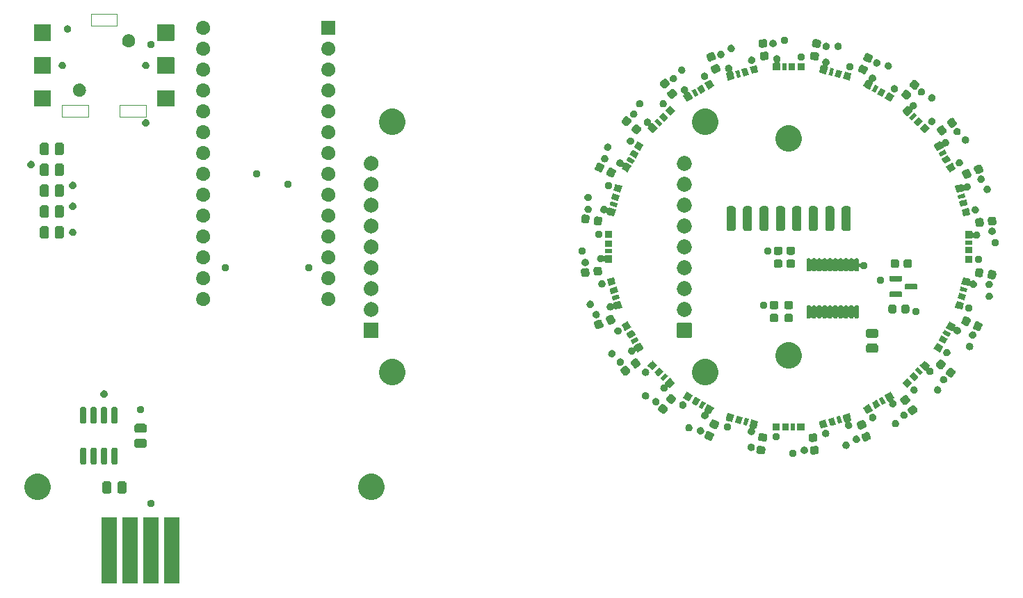
<source format=gbr>
G04 #@! TF.GenerationSoftware,KiCad,Pcbnew,7.0.2-0*
G04 #@! TF.CreationDate,2023-05-22T20:56:43-04:00*
G04 #@! TF.ProjectId,speed_joystick,73706565-645f-46a6-9f79-737469636b2e,rev?*
G04 #@! TF.SameCoordinates,Original*
G04 #@! TF.FileFunction,Soldermask,Top*
G04 #@! TF.FilePolarity,Negative*
%FSLAX46Y46*%
G04 Gerber Fmt 4.6, Leading zero omitted, Abs format (unit mm)*
G04 Created by KiCad (PCBNEW 7.0.2-0) date 2023-05-22 20:56:43*
%MOMM*%
%LPD*%
G01*
G04 APERTURE LIST*
G04 #@! TA.AperFunction,Profile*
%ADD10C,0.010000*%
G04 #@! TD*
G04 APERTURE END LIST*
D10*
X25850000Y-46215000D02*
X29050000Y-46215000D01*
X25850000Y-47665000D02*
X25850000Y-46215000D01*
X29050000Y-46215000D02*
X29050000Y-47665000D01*
X29050000Y-47665000D02*
X25850000Y-47665000D01*
X29350000Y-35165000D02*
X32550000Y-35165000D01*
X29350000Y-36615000D02*
X29350000Y-35165000D01*
X32550000Y-35165000D02*
X32550000Y-36615000D01*
X32550000Y-36615000D02*
X29350000Y-36615000D01*
X32850000Y-46215000D02*
X32850000Y-47665000D01*
X32850000Y-47665000D02*
X36050000Y-47665000D01*
X36050000Y-46215000D02*
X32850000Y-46215000D01*
X36050000Y-47665000D02*
X36050000Y-46215000D01*
G36*
X32454517Y-96422882D02*
G01*
X32471062Y-96433938D01*
X32482118Y-96450483D01*
X32486000Y-96470000D01*
X32486000Y-104470000D01*
X32482118Y-104489517D01*
X32471062Y-104506062D01*
X32454517Y-104517118D01*
X32435000Y-104521000D01*
X30735000Y-104521000D01*
X30715483Y-104517118D01*
X30698938Y-104506062D01*
X30687882Y-104489517D01*
X30684000Y-104470000D01*
X30684000Y-96470000D01*
X30687882Y-96450483D01*
X30698938Y-96433938D01*
X30715483Y-96422882D01*
X30735000Y-96419000D01*
X32435000Y-96419000D01*
X32454517Y-96422882D01*
G37*
G36*
X34994517Y-96422882D02*
G01*
X35011062Y-96433938D01*
X35022118Y-96450483D01*
X35026000Y-96470000D01*
X35026000Y-104470000D01*
X35022118Y-104489517D01*
X35011062Y-104506062D01*
X34994517Y-104517118D01*
X34975000Y-104521000D01*
X33275000Y-104521000D01*
X33255483Y-104517118D01*
X33238938Y-104506062D01*
X33227882Y-104489517D01*
X33224000Y-104470000D01*
X33224000Y-96470000D01*
X33227882Y-96450483D01*
X33238938Y-96433938D01*
X33255483Y-96422882D01*
X33275000Y-96419000D01*
X34975000Y-96419000D01*
X34994517Y-96422882D01*
G37*
G36*
X37534517Y-96422882D02*
G01*
X37551062Y-96433938D01*
X37562118Y-96450483D01*
X37566000Y-96470000D01*
X37566000Y-104470000D01*
X37562118Y-104489517D01*
X37551062Y-104506062D01*
X37534517Y-104517118D01*
X37515000Y-104521000D01*
X35815000Y-104521000D01*
X35795483Y-104517118D01*
X35778938Y-104506062D01*
X35767882Y-104489517D01*
X35764000Y-104470000D01*
X35764000Y-96470000D01*
X35767882Y-96450483D01*
X35778938Y-96433938D01*
X35795483Y-96422882D01*
X35815000Y-96419000D01*
X37515000Y-96419000D01*
X37534517Y-96422882D01*
G37*
G36*
X40074517Y-96422882D02*
G01*
X40091062Y-96433938D01*
X40102118Y-96450483D01*
X40106000Y-96470000D01*
X40106000Y-104470000D01*
X40102118Y-104489517D01*
X40091062Y-104506062D01*
X40074517Y-104517118D01*
X40055000Y-104521000D01*
X38355000Y-104521000D01*
X38335483Y-104517118D01*
X38318938Y-104506062D01*
X38307882Y-104489517D01*
X38304000Y-104470000D01*
X38304000Y-96470000D01*
X38307882Y-96450483D01*
X38318938Y-96433938D01*
X38335483Y-96422882D01*
X38355000Y-96419000D01*
X40055000Y-96419000D01*
X40074517Y-96422882D01*
G37*
G36*
X22921281Y-91114823D02*
G01*
X22979541Y-91114823D01*
X23043206Y-91124418D01*
X23110295Y-91129699D01*
X23164369Y-91142681D01*
X23215953Y-91150456D01*
X23283358Y-91171247D01*
X23354427Y-91188310D01*
X23400380Y-91207344D01*
X23444420Y-91220929D01*
X23513560Y-91254225D01*
X23586385Y-91284390D01*
X23623765Y-91307296D01*
X23659825Y-91324662D01*
X23728416Y-91371427D01*
X23800456Y-91415573D01*
X23829303Y-91440210D01*
X23857362Y-91459341D01*
X23922871Y-91520124D01*
X23991371Y-91578629D01*
X24012173Y-91602985D01*
X24032626Y-91621963D01*
X24092427Y-91696951D01*
X24154427Y-91769544D01*
X24168061Y-91791793D01*
X24181694Y-91808888D01*
X24233105Y-91897936D01*
X24285610Y-91983615D01*
X24293322Y-92002234D01*
X24301233Y-92015936D01*
X24341580Y-92118739D01*
X24381690Y-92215573D01*
X24385006Y-92229388D01*
X24388580Y-92238493D01*
X24415343Y-92355748D01*
X24440301Y-92459705D01*
X24440948Y-92467930D01*
X24441783Y-92471587D01*
X24452664Y-92616796D01*
X24460000Y-92710000D01*
X24452663Y-92803211D01*
X24441783Y-92948412D01*
X24440948Y-92952068D01*
X24440301Y-92960295D01*
X24415338Y-93064270D01*
X24388580Y-93181506D01*
X24385007Y-93190608D01*
X24381690Y-93204427D01*
X24341572Y-93301278D01*
X24301233Y-93404063D01*
X24293323Y-93417762D01*
X24285610Y-93436385D01*
X24233095Y-93522080D01*
X24181694Y-93611111D01*
X24168064Y-93628202D01*
X24154427Y-93650456D01*
X24092415Y-93723062D01*
X24032626Y-93798036D01*
X24012177Y-93817009D01*
X23991371Y-93841371D01*
X23922857Y-93899886D01*
X23857362Y-93960658D01*
X23829309Y-93979784D01*
X23800456Y-94004427D01*
X23728402Y-94048581D01*
X23659825Y-94095337D01*
X23623772Y-94112698D01*
X23586385Y-94135610D01*
X23513546Y-94165780D01*
X23444420Y-94199070D01*
X23400390Y-94212651D01*
X23354427Y-94231690D01*
X23283344Y-94248755D01*
X23215953Y-94269543D01*
X23164377Y-94277316D01*
X23110295Y-94290301D01*
X23043202Y-94295581D01*
X22979541Y-94305177D01*
X22921281Y-94305177D01*
X22860000Y-94310000D01*
X22798719Y-94305177D01*
X22740459Y-94305177D01*
X22676796Y-94295581D01*
X22609705Y-94290301D01*
X22555623Y-94277317D01*
X22504046Y-94269543D01*
X22436651Y-94248754D01*
X22365573Y-94231690D01*
X22319612Y-94212652D01*
X22275579Y-94199070D01*
X22206449Y-94165778D01*
X22133615Y-94135610D01*
X22096227Y-94112699D01*
X22060175Y-94095337D01*
X21991594Y-94048579D01*
X21919544Y-94004427D01*
X21890694Y-93979787D01*
X21862637Y-93960658D01*
X21797129Y-93899875D01*
X21728629Y-93841371D01*
X21707826Y-93817013D01*
X21687373Y-93798036D01*
X21627569Y-93723045D01*
X21565573Y-93650456D01*
X21551939Y-93628207D01*
X21538305Y-93611111D01*
X21486886Y-93522052D01*
X21434390Y-93436385D01*
X21426678Y-93417768D01*
X21418766Y-93404063D01*
X21378408Y-93301232D01*
X21338310Y-93204427D01*
X21334994Y-93190615D01*
X21331419Y-93181506D01*
X21304641Y-93064186D01*
X21279699Y-92960295D01*
X21279052Y-92952074D01*
X21278216Y-92948412D01*
X21267315Y-92802946D01*
X21260000Y-92710000D01*
X21267314Y-92617061D01*
X21278216Y-92471587D01*
X21279052Y-92467923D01*
X21279699Y-92459705D01*
X21304636Y-92355833D01*
X21331419Y-92238493D01*
X21334994Y-92229382D01*
X21338310Y-92215573D01*
X21378400Y-92118785D01*
X21418766Y-92015936D01*
X21426680Y-92002228D01*
X21434390Y-91983615D01*
X21486876Y-91897964D01*
X21538305Y-91808888D01*
X21551941Y-91791787D01*
X21565573Y-91769544D01*
X21627557Y-91696969D01*
X21687373Y-91621963D01*
X21707830Y-91602981D01*
X21728629Y-91578629D01*
X21797116Y-91520135D01*
X21862637Y-91459341D01*
X21890699Y-91440208D01*
X21919544Y-91415573D01*
X21991579Y-91371429D01*
X22060175Y-91324662D01*
X22096235Y-91307296D01*
X22133615Y-91284390D01*
X22206434Y-91254227D01*
X22275579Y-91220929D01*
X22319622Y-91207343D01*
X22365573Y-91188310D01*
X22436636Y-91171249D01*
X22504046Y-91150456D01*
X22555632Y-91142680D01*
X22609705Y-91129699D01*
X22676792Y-91124418D01*
X22740459Y-91114823D01*
X22798719Y-91114823D01*
X22860000Y-91110000D01*
X22921281Y-91114823D01*
G37*
G36*
X36691676Y-94308591D02*
G01*
X36729184Y-94308591D01*
X36759671Y-94317542D01*
X36781450Y-94320410D01*
X36810703Y-94332527D01*
X36852352Y-94344756D01*
X36874334Y-94358883D01*
X36889961Y-94365356D01*
X36918595Y-94387327D01*
X36960342Y-94414157D01*
X36973799Y-94429688D01*
X36983141Y-94436856D01*
X37007357Y-94468416D01*
X37044405Y-94511171D01*
X37050639Y-94524822D01*
X37054643Y-94530040D01*
X37070451Y-94568205D01*
X37097731Y-94627939D01*
X37099079Y-94637319D01*
X37099589Y-94638549D01*
X37103197Y-94665960D01*
X37116000Y-94755000D01*
X37103196Y-94844048D01*
X37099589Y-94871450D01*
X37099079Y-94872678D01*
X37097731Y-94882061D01*
X37070452Y-94941791D01*
X37054643Y-94979961D01*
X37050638Y-94985180D01*
X37044405Y-94998829D01*
X37007356Y-95041584D01*
X36983142Y-95073142D01*
X36973803Y-95080308D01*
X36960342Y-95095843D01*
X36918586Y-95122677D01*
X36889961Y-95144643D01*
X36874339Y-95151113D01*
X36852352Y-95165244D01*
X36810695Y-95177475D01*
X36781450Y-95189589D01*
X36759677Y-95192455D01*
X36729184Y-95201409D01*
X36691669Y-95201409D01*
X36665000Y-95204920D01*
X36638331Y-95201409D01*
X36600816Y-95201409D01*
X36570323Y-95192455D01*
X36548549Y-95189589D01*
X36519301Y-95177474D01*
X36477648Y-95165244D01*
X36455662Y-95151114D01*
X36440038Y-95144643D01*
X36411407Y-95122673D01*
X36369658Y-95095843D01*
X36356198Y-95080310D01*
X36346857Y-95073142D01*
X36322634Y-95041574D01*
X36285595Y-94998829D01*
X36279363Y-94985183D01*
X36275356Y-94979961D01*
X36259536Y-94941768D01*
X36232269Y-94882061D01*
X36230920Y-94872682D01*
X36230410Y-94871450D01*
X36226791Y-94843965D01*
X36214000Y-94755000D01*
X36226790Y-94666042D01*
X36230410Y-94638549D01*
X36230920Y-94637315D01*
X36232269Y-94627939D01*
X36259537Y-94568228D01*
X36275356Y-94530040D01*
X36279362Y-94524818D01*
X36285595Y-94511171D01*
X36322632Y-94468427D01*
X36346857Y-94436857D01*
X36356201Y-94429687D01*
X36369658Y-94414157D01*
X36411407Y-94387326D01*
X36440040Y-94365356D01*
X36455663Y-94358884D01*
X36477648Y-94344756D01*
X36519294Y-94332527D01*
X36548549Y-94320410D01*
X36570329Y-94317542D01*
X36600816Y-94308591D01*
X36638324Y-94308591D01*
X36665000Y-94305079D01*
X36691676Y-94308591D01*
G37*
G36*
X63561281Y-91114823D02*
G01*
X63619541Y-91114823D01*
X63683206Y-91124418D01*
X63750295Y-91129699D01*
X63804369Y-91142681D01*
X63855953Y-91150456D01*
X63923358Y-91171247D01*
X63994427Y-91188310D01*
X64040380Y-91207344D01*
X64084420Y-91220929D01*
X64153560Y-91254225D01*
X64226385Y-91284390D01*
X64263765Y-91307296D01*
X64299825Y-91324662D01*
X64368416Y-91371427D01*
X64440456Y-91415573D01*
X64469303Y-91440210D01*
X64497362Y-91459341D01*
X64562871Y-91520124D01*
X64631371Y-91578629D01*
X64652173Y-91602985D01*
X64672626Y-91621963D01*
X64732427Y-91696951D01*
X64794427Y-91769544D01*
X64808061Y-91791793D01*
X64821694Y-91808888D01*
X64873105Y-91897936D01*
X64925610Y-91983615D01*
X64933322Y-92002234D01*
X64941233Y-92015936D01*
X64981580Y-92118739D01*
X65021690Y-92215573D01*
X65025006Y-92229388D01*
X65028580Y-92238493D01*
X65055343Y-92355748D01*
X65080301Y-92459705D01*
X65080948Y-92467930D01*
X65081783Y-92471587D01*
X65092664Y-92616796D01*
X65100000Y-92710000D01*
X65092663Y-92803211D01*
X65081783Y-92948412D01*
X65080948Y-92952068D01*
X65080301Y-92960295D01*
X65055338Y-93064270D01*
X65028580Y-93181506D01*
X65025007Y-93190608D01*
X65021690Y-93204427D01*
X64981572Y-93301278D01*
X64941233Y-93404063D01*
X64933323Y-93417762D01*
X64925610Y-93436385D01*
X64873095Y-93522080D01*
X64821694Y-93611111D01*
X64808064Y-93628202D01*
X64794427Y-93650456D01*
X64732415Y-93723062D01*
X64672626Y-93798036D01*
X64652177Y-93817009D01*
X64631371Y-93841371D01*
X64562857Y-93899886D01*
X64497362Y-93960658D01*
X64469309Y-93979784D01*
X64440456Y-94004427D01*
X64368402Y-94048581D01*
X64299825Y-94095337D01*
X64263772Y-94112698D01*
X64226385Y-94135610D01*
X64153546Y-94165780D01*
X64084420Y-94199070D01*
X64040390Y-94212651D01*
X63994427Y-94231690D01*
X63923344Y-94248755D01*
X63855953Y-94269543D01*
X63804377Y-94277316D01*
X63750295Y-94290301D01*
X63683202Y-94295581D01*
X63619541Y-94305177D01*
X63561281Y-94305177D01*
X63500000Y-94310000D01*
X63438719Y-94305177D01*
X63380459Y-94305177D01*
X63316796Y-94295581D01*
X63249705Y-94290301D01*
X63195623Y-94277317D01*
X63144046Y-94269543D01*
X63076651Y-94248754D01*
X63005573Y-94231690D01*
X62959612Y-94212652D01*
X62915579Y-94199070D01*
X62846449Y-94165778D01*
X62773615Y-94135610D01*
X62736227Y-94112699D01*
X62700175Y-94095337D01*
X62631594Y-94048579D01*
X62559544Y-94004427D01*
X62530694Y-93979787D01*
X62502637Y-93960658D01*
X62437129Y-93899875D01*
X62368629Y-93841371D01*
X62347826Y-93817013D01*
X62327373Y-93798036D01*
X62267569Y-93723045D01*
X62205573Y-93650456D01*
X62191939Y-93628207D01*
X62178305Y-93611111D01*
X62126886Y-93522052D01*
X62074390Y-93436385D01*
X62066678Y-93417768D01*
X62058766Y-93404063D01*
X62018408Y-93301232D01*
X61978310Y-93204427D01*
X61974994Y-93190615D01*
X61971419Y-93181506D01*
X61944641Y-93064186D01*
X61919699Y-92960295D01*
X61919052Y-92952074D01*
X61918216Y-92948412D01*
X61907315Y-92802946D01*
X61900000Y-92710000D01*
X61907314Y-92617061D01*
X61918216Y-92471587D01*
X61919052Y-92467923D01*
X61919699Y-92459705D01*
X61944636Y-92355833D01*
X61971419Y-92238493D01*
X61974994Y-92229382D01*
X61978310Y-92215573D01*
X62018400Y-92118785D01*
X62058766Y-92015936D01*
X62066680Y-92002228D01*
X62074390Y-91983615D01*
X62126876Y-91897964D01*
X62178305Y-91808888D01*
X62191941Y-91791787D01*
X62205573Y-91769544D01*
X62267557Y-91696969D01*
X62327373Y-91621963D01*
X62347830Y-91602981D01*
X62368629Y-91578629D01*
X62437116Y-91520135D01*
X62502637Y-91459341D01*
X62530699Y-91440208D01*
X62559544Y-91415573D01*
X62631579Y-91371429D01*
X62700175Y-91324662D01*
X62736235Y-91307296D01*
X62773615Y-91284390D01*
X62846434Y-91254227D01*
X62915579Y-91220929D01*
X62959622Y-91207343D01*
X63005573Y-91188310D01*
X63076636Y-91171249D01*
X63144046Y-91150456D01*
X63195632Y-91142680D01*
X63249705Y-91129699D01*
X63316792Y-91124418D01*
X63380459Y-91114823D01*
X63438719Y-91114823D01*
X63500000Y-91110000D01*
X63561281Y-91114823D01*
G37*
G36*
X31638914Y-92041995D02*
G01*
X31654726Y-92048976D01*
X31662531Y-92050213D01*
X31695039Y-92066776D01*
X31740106Y-92086676D01*
X31818324Y-92164894D01*
X31838226Y-92209967D01*
X31854786Y-92242468D01*
X31856021Y-92250270D01*
X31863005Y-92266086D01*
X31871000Y-92335000D01*
X31871000Y-93235000D01*
X31863005Y-93303914D01*
X31856021Y-93319729D01*
X31854786Y-93327531D01*
X31838229Y-93360024D01*
X31818324Y-93405106D01*
X31740106Y-93483324D01*
X31695024Y-93503229D01*
X31662531Y-93519786D01*
X31654729Y-93521021D01*
X31638914Y-93528005D01*
X31570000Y-93536000D01*
X31045000Y-93536000D01*
X30976086Y-93528005D01*
X30960270Y-93521021D01*
X30952468Y-93519786D01*
X30919967Y-93503226D01*
X30874894Y-93483324D01*
X30796676Y-93405106D01*
X30776776Y-93360039D01*
X30760213Y-93327531D01*
X30758976Y-93319726D01*
X30751995Y-93303914D01*
X30744000Y-93235000D01*
X30744000Y-92335000D01*
X30751995Y-92266086D01*
X30758976Y-92250274D01*
X30760213Y-92242468D01*
X30776780Y-92209953D01*
X30796676Y-92164894D01*
X30874894Y-92086676D01*
X30919953Y-92066780D01*
X30952468Y-92050213D01*
X30960274Y-92048976D01*
X30976086Y-92041995D01*
X31045000Y-92034000D01*
X31570000Y-92034000D01*
X31638914Y-92041995D01*
G37*
G36*
X33463914Y-92041995D02*
G01*
X33479726Y-92048976D01*
X33487531Y-92050213D01*
X33520039Y-92066776D01*
X33565106Y-92086676D01*
X33643324Y-92164894D01*
X33663226Y-92209967D01*
X33679786Y-92242468D01*
X33681021Y-92250270D01*
X33688005Y-92266086D01*
X33696000Y-92335000D01*
X33696000Y-93235000D01*
X33688005Y-93303914D01*
X33681021Y-93319729D01*
X33679786Y-93327531D01*
X33663229Y-93360024D01*
X33643324Y-93405106D01*
X33565106Y-93483324D01*
X33520024Y-93503229D01*
X33487531Y-93519786D01*
X33479729Y-93521021D01*
X33463914Y-93528005D01*
X33395000Y-93536000D01*
X32870000Y-93536000D01*
X32801086Y-93528005D01*
X32785270Y-93521021D01*
X32777468Y-93519786D01*
X32744967Y-93503226D01*
X32699894Y-93483324D01*
X32621676Y-93405106D01*
X32601776Y-93360039D01*
X32585213Y-93327531D01*
X32583976Y-93319726D01*
X32576995Y-93303914D01*
X32569000Y-93235000D01*
X32569000Y-92335000D01*
X32576995Y-92266086D01*
X32583976Y-92250274D01*
X32585213Y-92242468D01*
X32601780Y-92209953D01*
X32621676Y-92164894D01*
X32699894Y-92086676D01*
X32744953Y-92066780D01*
X32777468Y-92050213D01*
X32785274Y-92048976D01*
X32801086Y-92041995D01*
X32870000Y-92034000D01*
X33395000Y-92034000D01*
X33463914Y-92041995D01*
G37*
G36*
X28576040Y-87952190D02*
G01*
X28608987Y-87956528D01*
X28617274Y-87960392D01*
X28636919Y-87964300D01*
X28662938Y-87981686D01*
X28674180Y-87986928D01*
X28681019Y-87993767D01*
X28702128Y-88007872D01*
X28716232Y-88028980D01*
X28723071Y-88035819D01*
X28728312Y-88047058D01*
X28745700Y-88073081D01*
X28749607Y-88092727D01*
X28753471Y-88101012D01*
X28757806Y-88133946D01*
X28761000Y-88150000D01*
X28761000Y-89800000D01*
X28757806Y-89816054D01*
X28753471Y-89848987D01*
X28749608Y-89857270D01*
X28745700Y-89876919D01*
X28728310Y-89902943D01*
X28723071Y-89914180D01*
X28716234Y-89921016D01*
X28702128Y-89942128D01*
X28681016Y-89956234D01*
X28674180Y-89963071D01*
X28662943Y-89968310D01*
X28636919Y-89985700D01*
X28617270Y-89989608D01*
X28608987Y-89993471D01*
X28576054Y-89997806D01*
X28560000Y-90001000D01*
X28260000Y-90001000D01*
X28243946Y-89997806D01*
X28211012Y-89993471D01*
X28202727Y-89989607D01*
X28183081Y-89985700D01*
X28157058Y-89968312D01*
X28145819Y-89963071D01*
X28138980Y-89956232D01*
X28117872Y-89942128D01*
X28103767Y-89921019D01*
X28096928Y-89914180D01*
X28091686Y-89902938D01*
X28074300Y-89876919D01*
X28070392Y-89857274D01*
X28066528Y-89848987D01*
X28062190Y-89816040D01*
X28059000Y-89800000D01*
X28059000Y-88150000D01*
X28062190Y-88133961D01*
X28066528Y-88101012D01*
X28070392Y-88092723D01*
X28074300Y-88073081D01*
X28091684Y-88047063D01*
X28096928Y-88035819D01*
X28103769Y-88028977D01*
X28117872Y-88007872D01*
X28138977Y-87993769D01*
X28145819Y-87986928D01*
X28157063Y-87981684D01*
X28183081Y-87964300D01*
X28202723Y-87960392D01*
X28211012Y-87956528D01*
X28243961Y-87952190D01*
X28260000Y-87949000D01*
X28560000Y-87949000D01*
X28576040Y-87952190D01*
G37*
G36*
X29846040Y-87952190D02*
G01*
X29878987Y-87956528D01*
X29887274Y-87960392D01*
X29906919Y-87964300D01*
X29932938Y-87981686D01*
X29944180Y-87986928D01*
X29951019Y-87993767D01*
X29972128Y-88007872D01*
X29986232Y-88028980D01*
X29993071Y-88035819D01*
X29998312Y-88047058D01*
X30015700Y-88073081D01*
X30019607Y-88092727D01*
X30023471Y-88101012D01*
X30027806Y-88133946D01*
X30031000Y-88150000D01*
X30031000Y-89800000D01*
X30027806Y-89816054D01*
X30023471Y-89848987D01*
X30019608Y-89857270D01*
X30015700Y-89876919D01*
X29998310Y-89902943D01*
X29993071Y-89914180D01*
X29986234Y-89921016D01*
X29972128Y-89942128D01*
X29951016Y-89956234D01*
X29944180Y-89963071D01*
X29932943Y-89968310D01*
X29906919Y-89985700D01*
X29887270Y-89989608D01*
X29878987Y-89993471D01*
X29846054Y-89997806D01*
X29830000Y-90001000D01*
X29530000Y-90001000D01*
X29513946Y-89997806D01*
X29481012Y-89993471D01*
X29472727Y-89989607D01*
X29453081Y-89985700D01*
X29427058Y-89968312D01*
X29415819Y-89963071D01*
X29408980Y-89956232D01*
X29387872Y-89942128D01*
X29373767Y-89921019D01*
X29366928Y-89914180D01*
X29361686Y-89902938D01*
X29344300Y-89876919D01*
X29340392Y-89857274D01*
X29336528Y-89848987D01*
X29332190Y-89816040D01*
X29329000Y-89800000D01*
X29329000Y-88150000D01*
X29332190Y-88133961D01*
X29336528Y-88101012D01*
X29340392Y-88092723D01*
X29344300Y-88073081D01*
X29361684Y-88047063D01*
X29366928Y-88035819D01*
X29373769Y-88028977D01*
X29387872Y-88007872D01*
X29408977Y-87993769D01*
X29415819Y-87986928D01*
X29427063Y-87981684D01*
X29453081Y-87964300D01*
X29472723Y-87960392D01*
X29481012Y-87956528D01*
X29513961Y-87952190D01*
X29530000Y-87949000D01*
X29830000Y-87949000D01*
X29846040Y-87952190D01*
G37*
G36*
X31116040Y-87952190D02*
G01*
X31148987Y-87956528D01*
X31157274Y-87960392D01*
X31176919Y-87964300D01*
X31202938Y-87981686D01*
X31214180Y-87986928D01*
X31221019Y-87993767D01*
X31242128Y-88007872D01*
X31256232Y-88028980D01*
X31263071Y-88035819D01*
X31268312Y-88047058D01*
X31285700Y-88073081D01*
X31289607Y-88092727D01*
X31293471Y-88101012D01*
X31297806Y-88133946D01*
X31301000Y-88150000D01*
X31301000Y-89800000D01*
X31297806Y-89816054D01*
X31293471Y-89848987D01*
X31289608Y-89857270D01*
X31285700Y-89876919D01*
X31268310Y-89902943D01*
X31263071Y-89914180D01*
X31256234Y-89921016D01*
X31242128Y-89942128D01*
X31221016Y-89956234D01*
X31214180Y-89963071D01*
X31202943Y-89968310D01*
X31176919Y-89985700D01*
X31157270Y-89989608D01*
X31148987Y-89993471D01*
X31116054Y-89997806D01*
X31100000Y-90001000D01*
X30800000Y-90001000D01*
X30783946Y-89997806D01*
X30751012Y-89993471D01*
X30742727Y-89989607D01*
X30723081Y-89985700D01*
X30697058Y-89968312D01*
X30685819Y-89963071D01*
X30678980Y-89956232D01*
X30657872Y-89942128D01*
X30643767Y-89921019D01*
X30636928Y-89914180D01*
X30631686Y-89902938D01*
X30614300Y-89876919D01*
X30610392Y-89857274D01*
X30606528Y-89848987D01*
X30602190Y-89816040D01*
X30599000Y-89800000D01*
X30599000Y-88150000D01*
X30602190Y-88133961D01*
X30606528Y-88101012D01*
X30610392Y-88092723D01*
X30614300Y-88073081D01*
X30631684Y-88047063D01*
X30636928Y-88035819D01*
X30643769Y-88028977D01*
X30657872Y-88007872D01*
X30678977Y-87993769D01*
X30685819Y-87986928D01*
X30697063Y-87981684D01*
X30723081Y-87964300D01*
X30742723Y-87960392D01*
X30751012Y-87956528D01*
X30783961Y-87952190D01*
X30800000Y-87949000D01*
X31100000Y-87949000D01*
X31116040Y-87952190D01*
G37*
G36*
X32386040Y-87952190D02*
G01*
X32418987Y-87956528D01*
X32427274Y-87960392D01*
X32446919Y-87964300D01*
X32472938Y-87981686D01*
X32484180Y-87986928D01*
X32491019Y-87993767D01*
X32512128Y-88007872D01*
X32526232Y-88028980D01*
X32533071Y-88035819D01*
X32538312Y-88047058D01*
X32555700Y-88073081D01*
X32559607Y-88092727D01*
X32563471Y-88101012D01*
X32567806Y-88133946D01*
X32571000Y-88150000D01*
X32571000Y-89800000D01*
X32567806Y-89816054D01*
X32563471Y-89848987D01*
X32559608Y-89857270D01*
X32555700Y-89876919D01*
X32538310Y-89902943D01*
X32533071Y-89914180D01*
X32526234Y-89921016D01*
X32512128Y-89942128D01*
X32491016Y-89956234D01*
X32484180Y-89963071D01*
X32472943Y-89968310D01*
X32446919Y-89985700D01*
X32427270Y-89989608D01*
X32418987Y-89993471D01*
X32386054Y-89997806D01*
X32370000Y-90001000D01*
X32070000Y-90001000D01*
X32053946Y-89997806D01*
X32021012Y-89993471D01*
X32012727Y-89989607D01*
X31993081Y-89985700D01*
X31967058Y-89968312D01*
X31955819Y-89963071D01*
X31948980Y-89956232D01*
X31927872Y-89942128D01*
X31913767Y-89921019D01*
X31906928Y-89914180D01*
X31901686Y-89902938D01*
X31884300Y-89876919D01*
X31880392Y-89857274D01*
X31876528Y-89848987D01*
X31872190Y-89816040D01*
X31869000Y-89800000D01*
X31869000Y-88150000D01*
X31872190Y-88133961D01*
X31876528Y-88101012D01*
X31880392Y-88092723D01*
X31884300Y-88073081D01*
X31901684Y-88047063D01*
X31906928Y-88035819D01*
X31913769Y-88028977D01*
X31927872Y-88007872D01*
X31948977Y-87993769D01*
X31955819Y-87986928D01*
X31967063Y-87981684D01*
X31993081Y-87964300D01*
X32012723Y-87960392D01*
X32021012Y-87956528D01*
X32053961Y-87952190D01*
X32070000Y-87949000D01*
X32370000Y-87949000D01*
X32386040Y-87952190D01*
G37*
G36*
X35913914Y-86856995D02*
G01*
X35929726Y-86863976D01*
X35937531Y-86865213D01*
X35970039Y-86881776D01*
X36015106Y-86901676D01*
X36093324Y-86979894D01*
X36113226Y-87024967D01*
X36129786Y-87057468D01*
X36131021Y-87065270D01*
X36138005Y-87081086D01*
X36146000Y-87150000D01*
X36146000Y-87675000D01*
X36138005Y-87743914D01*
X36131021Y-87759729D01*
X36129786Y-87767531D01*
X36113229Y-87800024D01*
X36093324Y-87845106D01*
X36015106Y-87923324D01*
X35970024Y-87943229D01*
X35937531Y-87959786D01*
X35929729Y-87961021D01*
X35913914Y-87968005D01*
X35845000Y-87976000D01*
X34945000Y-87976000D01*
X34876086Y-87968005D01*
X34860270Y-87961021D01*
X34852468Y-87959786D01*
X34819967Y-87943226D01*
X34774894Y-87923324D01*
X34696676Y-87845106D01*
X34676776Y-87800039D01*
X34660213Y-87767531D01*
X34658976Y-87759726D01*
X34651995Y-87743914D01*
X34644000Y-87675000D01*
X34644000Y-87150000D01*
X34651995Y-87081086D01*
X34658976Y-87065274D01*
X34660213Y-87057468D01*
X34676780Y-87024953D01*
X34696676Y-86979894D01*
X34774894Y-86901676D01*
X34819953Y-86881780D01*
X34852468Y-86865213D01*
X34860274Y-86863976D01*
X34876086Y-86856995D01*
X34945000Y-86849000D01*
X35845000Y-86849000D01*
X35913914Y-86856995D01*
G37*
G36*
X109757111Y-87467794D02*
G01*
X109794619Y-87467794D01*
X109825106Y-87476745D01*
X109846885Y-87479613D01*
X109876138Y-87491730D01*
X109917787Y-87503959D01*
X109939769Y-87518086D01*
X109955396Y-87524559D01*
X109984030Y-87546530D01*
X110025777Y-87573360D01*
X110039234Y-87588891D01*
X110048576Y-87596059D01*
X110072792Y-87627619D01*
X110109840Y-87670374D01*
X110116074Y-87684025D01*
X110120078Y-87689243D01*
X110135886Y-87727408D01*
X110163166Y-87787142D01*
X110164514Y-87796522D01*
X110165024Y-87797752D01*
X110168631Y-87825155D01*
X110181435Y-87914203D01*
X110180871Y-87918125D01*
X110188290Y-87974480D01*
X110164515Y-88031878D01*
X110163166Y-88041264D01*
X110135883Y-88101004D01*
X110120077Y-88139166D01*
X110116072Y-88144384D01*
X110109840Y-88158032D01*
X110072793Y-88200786D01*
X110048577Y-88232345D01*
X110039238Y-88239511D01*
X110025777Y-88255046D01*
X109984021Y-88281880D01*
X109955396Y-88303846D01*
X109939774Y-88310316D01*
X109917787Y-88324447D01*
X109876130Y-88336678D01*
X109846885Y-88348792D01*
X109825112Y-88351658D01*
X109794619Y-88360612D01*
X109757103Y-88360612D01*
X109730434Y-88364123D01*
X109703765Y-88360612D01*
X109666251Y-88360612D01*
X109635758Y-88351658D01*
X109613984Y-88348792D01*
X109584736Y-88336677D01*
X109543083Y-88324447D01*
X109521097Y-88310317D01*
X109505473Y-88303846D01*
X109476842Y-88281876D01*
X109435093Y-88255046D01*
X109421633Y-88239513D01*
X109412292Y-88232345D01*
X109388069Y-88200777D01*
X109351030Y-88158032D01*
X109344798Y-88144386D01*
X109340791Y-88139164D01*
X109324971Y-88100971D01*
X109297704Y-88041264D01*
X109296355Y-88031885D01*
X109295845Y-88030653D01*
X109292226Y-88003168D01*
X109279435Y-87914203D01*
X109292225Y-87825245D01*
X109295845Y-87797752D01*
X109296355Y-87796518D01*
X109297704Y-87787142D01*
X109324972Y-87727431D01*
X109340791Y-87689243D01*
X109344797Y-87684021D01*
X109351030Y-87670374D01*
X109388067Y-87627630D01*
X109412292Y-87596060D01*
X109421636Y-87588890D01*
X109435093Y-87573360D01*
X109476842Y-87546529D01*
X109505475Y-87524559D01*
X109521098Y-87518087D01*
X109543083Y-87503959D01*
X109584729Y-87491730D01*
X109613984Y-87479613D01*
X109635764Y-87476745D01*
X109666251Y-87467794D01*
X109703759Y-87467794D01*
X109730435Y-87464282D01*
X109757111Y-87467794D01*
G37*
G36*
X110751639Y-87707054D02*
G01*
X110751640Y-87707055D01*
X111226052Y-87782194D01*
X111226053Y-87782194D01*
X111235767Y-87783733D01*
X111272527Y-87797294D01*
X111317184Y-87811804D01*
X111322678Y-87815795D01*
X111336801Y-87821006D01*
X111362330Y-87844605D01*
X111386650Y-87862275D01*
X111397295Y-87876927D01*
X111415879Y-87894106D01*
X111426474Y-87917088D01*
X111437120Y-87931741D01*
X111446408Y-87960328D01*
X111460965Y-87991903D01*
X111461556Y-88006947D01*
X111463653Y-88013401D01*
X111463653Y-88060316D01*
X111465193Y-88099511D01*
X111394797Y-88543970D01*
X111381227Y-88580752D01*
X111366725Y-88625387D01*
X111362735Y-88630877D01*
X111357524Y-88645005D01*
X111333916Y-88670542D01*
X111316254Y-88694853D01*
X111301606Y-88705494D01*
X111284424Y-88724083D01*
X111261437Y-88734680D01*
X111246789Y-88745323D01*
X111218207Y-88754609D01*
X111186627Y-88769169D01*
X111171580Y-88769760D01*
X111165127Y-88771857D01*
X111118210Y-88771856D01*
X111079019Y-88773396D01*
X110585175Y-88695179D01*
X110548399Y-88681611D01*
X110503757Y-88667107D01*
X110498264Y-88663116D01*
X110484141Y-88657906D01*
X110458610Y-88634305D01*
X110434291Y-88616636D01*
X110423645Y-88601983D01*
X110405063Y-88584806D01*
X110394468Y-88561824D01*
X110383821Y-88547170D01*
X110374531Y-88518578D01*
X110359977Y-88487009D01*
X110359385Y-88471966D01*
X110357288Y-88465510D01*
X110357288Y-88418570D01*
X110355749Y-88379401D01*
X110367508Y-88305157D01*
X110415424Y-88002624D01*
X110406580Y-88000129D01*
X110424608Y-87944644D01*
X110426145Y-87934942D01*
X110439697Y-87898205D01*
X110454216Y-87853523D01*
X110458208Y-87848027D01*
X110463418Y-87833907D01*
X110487016Y-87808379D01*
X110504687Y-87784058D01*
X110519339Y-87773411D01*
X110536518Y-87754829D01*
X110559498Y-87744234D01*
X110574152Y-87733588D01*
X110602743Y-87724297D01*
X110634315Y-87709743D01*
X110649356Y-87709152D01*
X110655814Y-87707054D01*
X110702757Y-87707054D01*
X110741923Y-87705516D01*
X110751639Y-87707054D01*
G37*
G36*
X114834676Y-88199591D02*
G01*
X114872184Y-88199591D01*
X114902671Y-88208542D01*
X114924450Y-88211410D01*
X114953703Y-88223527D01*
X114995352Y-88235756D01*
X115017334Y-88249883D01*
X115032961Y-88256356D01*
X115061595Y-88278327D01*
X115103342Y-88305157D01*
X115116799Y-88320688D01*
X115126141Y-88327856D01*
X115150357Y-88359416D01*
X115187405Y-88402171D01*
X115193639Y-88415822D01*
X115197643Y-88421040D01*
X115213451Y-88459205D01*
X115240731Y-88518939D01*
X115242079Y-88528319D01*
X115242589Y-88529549D01*
X115246197Y-88556960D01*
X115259000Y-88646000D01*
X115246196Y-88735048D01*
X115242589Y-88762450D01*
X115242079Y-88763678D01*
X115240731Y-88773061D01*
X115213452Y-88832791D01*
X115197643Y-88870961D01*
X115193638Y-88876180D01*
X115187405Y-88889829D01*
X115150356Y-88932584D01*
X115126142Y-88964142D01*
X115116803Y-88971308D01*
X115103342Y-88986843D01*
X115061586Y-89013677D01*
X115032961Y-89035643D01*
X115017339Y-89042113D01*
X114995352Y-89056244D01*
X114953695Y-89068475D01*
X114924450Y-89080589D01*
X114902677Y-89083455D01*
X114872184Y-89092409D01*
X114834669Y-89092409D01*
X114808000Y-89095920D01*
X114781331Y-89092409D01*
X114743816Y-89092409D01*
X114713323Y-89083455D01*
X114691549Y-89080589D01*
X114662301Y-89068474D01*
X114620648Y-89056244D01*
X114598662Y-89042114D01*
X114583038Y-89035643D01*
X114554407Y-89013673D01*
X114512658Y-88986843D01*
X114499198Y-88971310D01*
X114489857Y-88964142D01*
X114465634Y-88932574D01*
X114428595Y-88889829D01*
X114422363Y-88876183D01*
X114418356Y-88870961D01*
X114402536Y-88832768D01*
X114375269Y-88773061D01*
X114373920Y-88763682D01*
X114373410Y-88762450D01*
X114369791Y-88734965D01*
X114357000Y-88646000D01*
X114369790Y-88557042D01*
X114373410Y-88529549D01*
X114373920Y-88528315D01*
X114375269Y-88518939D01*
X114402537Y-88459228D01*
X114418356Y-88421040D01*
X114422362Y-88415818D01*
X114428595Y-88402171D01*
X114465632Y-88359427D01*
X114489857Y-88327857D01*
X114499201Y-88320687D01*
X114512658Y-88305157D01*
X114554407Y-88278326D01*
X114583040Y-88256356D01*
X114598663Y-88249884D01*
X114620648Y-88235756D01*
X114662294Y-88223527D01*
X114691549Y-88211410D01*
X114713329Y-88208542D01*
X114743816Y-88199591D01*
X114781324Y-88199591D01*
X114808000Y-88196079D01*
X114834676Y-88199591D01*
G37*
G36*
X117664299Y-87752952D02*
G01*
X117711180Y-87755409D01*
X117717519Y-87757842D01*
X117732510Y-87759220D01*
X117763274Y-87775406D01*
X117791343Y-87786181D01*
X117805421Y-87797581D01*
X117827814Y-87809363D01*
X117843993Y-87828816D01*
X117858071Y-87840216D01*
X117874444Y-87865428D01*
X117896675Y-87892158D01*
X117901139Y-87906536D01*
X117904837Y-87912230D01*
X117916981Y-87957554D01*
X117928610Y-87995005D01*
X117955941Y-88255046D01*
X117974619Y-88432752D01*
X117974618Y-88432756D01*
X117975647Y-88442539D01*
X117972060Y-88481575D01*
X117969604Y-88528448D01*
X117967171Y-88534784D01*
X117965794Y-88549778D01*
X117949604Y-88580548D01*
X117938832Y-88608611D01*
X117927433Y-88622687D01*
X117915651Y-88645081D01*
X117896196Y-88661261D01*
X117884796Y-88675340D01*
X117859583Y-88691713D01*
X117832856Y-88713943D01*
X117818478Y-88718407D01*
X117812786Y-88722104D01*
X117767459Y-88734248D01*
X117730009Y-88745877D01*
X117232748Y-88798142D01*
X117193696Y-88794553D01*
X117146839Y-88792098D01*
X117140502Y-88789665D01*
X117125510Y-88788288D01*
X117094740Y-88772099D01*
X117066676Y-88761326D01*
X117052599Y-88749926D01*
X117030206Y-88738145D01*
X117014026Y-88718691D01*
X116999948Y-88707291D01*
X116983574Y-88682077D01*
X116961345Y-88655350D01*
X116956880Y-88640972D01*
X116953182Y-88635277D01*
X116941032Y-88589933D01*
X116929410Y-88552503D01*
X116915593Y-88421040D01*
X116889534Y-88173116D01*
X116880347Y-88172995D01*
X116883400Y-88114741D01*
X116882373Y-88104969D01*
X116885956Y-88065966D01*
X116888415Y-88019059D01*
X116890848Y-88012718D01*
X116892226Y-87997730D01*
X116908410Y-87966969D01*
X116919187Y-87938896D01*
X116930590Y-87924814D01*
X116942369Y-87902427D01*
X116961818Y-87886250D01*
X116973223Y-87872167D01*
X116998445Y-87855787D01*
X117025164Y-87833565D01*
X117039536Y-87829102D01*
X117045233Y-87825403D01*
X117090590Y-87813250D01*
X117128011Y-87801631D01*
X117137792Y-87800602D01*
X117137796Y-87800602D01*
X117615484Y-87750394D01*
X117615488Y-87750394D01*
X117625272Y-87749366D01*
X117664299Y-87752952D01*
G37*
G36*
X116231676Y-87818591D02*
G01*
X116269184Y-87818591D01*
X116299671Y-87827542D01*
X116321450Y-87830410D01*
X116350703Y-87842527D01*
X116392352Y-87854756D01*
X116414334Y-87868883D01*
X116429961Y-87875356D01*
X116458595Y-87897327D01*
X116500342Y-87924157D01*
X116513799Y-87939688D01*
X116523141Y-87946856D01*
X116547357Y-87978416D01*
X116584405Y-88021171D01*
X116590639Y-88034822D01*
X116594643Y-88040040D01*
X116610449Y-88078200D01*
X116637731Y-88137939D01*
X116639080Y-88147321D01*
X116662855Y-88204720D01*
X116655435Y-88261076D01*
X116656000Y-88265000D01*
X116643194Y-88354061D01*
X116639589Y-88381450D01*
X116639079Y-88382678D01*
X116637731Y-88392061D01*
X116610452Y-88451791D01*
X116594643Y-88489961D01*
X116590638Y-88495180D01*
X116584405Y-88508829D01*
X116547356Y-88551584D01*
X116523142Y-88583142D01*
X116513803Y-88590308D01*
X116500342Y-88605843D01*
X116458586Y-88632677D01*
X116429961Y-88654643D01*
X116414339Y-88661113D01*
X116392352Y-88675244D01*
X116350695Y-88687475D01*
X116321450Y-88699589D01*
X116299677Y-88702455D01*
X116269184Y-88711409D01*
X116231668Y-88711409D01*
X116204999Y-88714920D01*
X116178330Y-88711409D01*
X116140816Y-88711409D01*
X116110323Y-88702455D01*
X116088549Y-88699589D01*
X116059301Y-88687474D01*
X116017648Y-88675244D01*
X115995662Y-88661114D01*
X115980038Y-88654643D01*
X115951407Y-88632673D01*
X115909658Y-88605843D01*
X115896198Y-88590310D01*
X115886857Y-88583142D01*
X115862634Y-88551574D01*
X115825595Y-88508829D01*
X115819363Y-88495183D01*
X115815356Y-88489961D01*
X115799536Y-88451768D01*
X115772269Y-88392061D01*
X115770920Y-88382682D01*
X115770410Y-88381450D01*
X115766791Y-88353968D01*
X115754000Y-88265000D01*
X115766790Y-88176045D01*
X115770410Y-88148549D01*
X115770920Y-88147315D01*
X115772269Y-88137939D01*
X115799537Y-88078228D01*
X115815356Y-88040040D01*
X115819362Y-88034818D01*
X115825595Y-88021171D01*
X115862632Y-87978427D01*
X115886857Y-87946857D01*
X115896201Y-87939687D01*
X115909658Y-87924157D01*
X115951407Y-87897326D01*
X115980040Y-87875356D01*
X115995663Y-87868884D01*
X116017648Y-87854756D01*
X116059294Y-87842527D01*
X116088549Y-87830410D01*
X116110329Y-87827542D01*
X116140816Y-87818591D01*
X116178324Y-87818591D01*
X116205000Y-87815079D01*
X116231676Y-87818591D01*
G37*
G36*
X30976676Y-80973591D02*
G01*
X31014184Y-80973591D01*
X31044671Y-80982542D01*
X31066450Y-80985410D01*
X31095703Y-80997527D01*
X31137352Y-81009756D01*
X31159334Y-81023883D01*
X31174961Y-81030356D01*
X31203595Y-81052327D01*
X31245342Y-81079157D01*
X31258799Y-81094688D01*
X31268141Y-81101856D01*
X31292357Y-81133416D01*
X31329405Y-81176171D01*
X31335639Y-81189822D01*
X31339643Y-81195040D01*
X31355451Y-81233205D01*
X31382731Y-81292939D01*
X31384079Y-81302319D01*
X31384589Y-81303549D01*
X31388197Y-81330960D01*
X31401000Y-81420000D01*
X31388196Y-81509048D01*
X31384589Y-81536450D01*
X31384079Y-81537678D01*
X31382731Y-81547061D01*
X31355452Y-81606791D01*
X31339643Y-81644961D01*
X31335638Y-81650180D01*
X31329405Y-81663829D01*
X31292356Y-81706584D01*
X31268142Y-81738142D01*
X31258803Y-81745308D01*
X31245342Y-81760843D01*
X31203586Y-81787677D01*
X31174961Y-81809643D01*
X31159339Y-81816113D01*
X31137352Y-81830244D01*
X31095695Y-81842475D01*
X31066450Y-81854589D01*
X31044677Y-81857455D01*
X31014184Y-81866409D01*
X30976669Y-81866409D01*
X30950000Y-81869920D01*
X30923331Y-81866409D01*
X30885816Y-81866409D01*
X30855323Y-81857455D01*
X30833549Y-81854589D01*
X30804301Y-81842474D01*
X30762648Y-81830244D01*
X30740662Y-81816114D01*
X30725038Y-81809643D01*
X30696407Y-81787673D01*
X30654658Y-81760843D01*
X30641198Y-81745310D01*
X30631857Y-81738142D01*
X30607634Y-81706574D01*
X30570595Y-81663829D01*
X30564363Y-81650183D01*
X30560356Y-81644961D01*
X30544536Y-81606768D01*
X30517269Y-81547061D01*
X30515920Y-81537682D01*
X30515410Y-81536450D01*
X30511791Y-81508965D01*
X30499000Y-81420000D01*
X30511790Y-81331042D01*
X30515410Y-81303549D01*
X30515920Y-81302315D01*
X30517269Y-81292939D01*
X30544537Y-81233228D01*
X30560356Y-81195040D01*
X30564362Y-81189818D01*
X30570595Y-81176171D01*
X30607632Y-81133427D01*
X30631857Y-81101857D01*
X30641201Y-81094687D01*
X30654658Y-81079157D01*
X30696407Y-81052326D01*
X30725040Y-81030356D01*
X30740663Y-81023884D01*
X30762648Y-81009756D01*
X30804294Y-80997527D01*
X30833549Y-80985410D01*
X30855329Y-80982542D01*
X30885816Y-80973591D01*
X30923324Y-80973591D01*
X30950000Y-80970079D01*
X30976676Y-80973591D01*
G37*
G36*
X101928042Y-81158860D02*
G01*
X102008872Y-81205527D01*
X102566900Y-81527703D01*
X102566904Y-81527706D01*
X102577562Y-81533860D01*
X102592523Y-81546980D01*
X102601323Y-81564827D01*
X102602625Y-81584684D01*
X102596229Y-81603527D01*
X102196229Y-82296347D01*
X102183108Y-82311308D01*
X102165261Y-82320109D01*
X102145405Y-82321411D01*
X102126562Y-82315014D01*
X101778769Y-82114216D01*
X101487703Y-81946170D01*
X101487700Y-81946167D01*
X101477042Y-81940014D01*
X101462081Y-81926894D01*
X101453281Y-81909047D01*
X101451979Y-81889190D01*
X101458375Y-81870347D01*
X101465123Y-81858659D01*
X101852219Y-81188187D01*
X101852223Y-81188182D01*
X101858375Y-81177527D01*
X101871496Y-81162566D01*
X101889343Y-81153765D01*
X101909199Y-81152463D01*
X101928042Y-81158860D01*
G37*
G36*
X102971602Y-81761360D02*
G01*
X103022398Y-81790687D01*
X103480556Y-82055203D01*
X103480560Y-82055206D01*
X103491218Y-82061360D01*
X103506179Y-82074480D01*
X103514979Y-82092327D01*
X103516282Y-82112184D01*
X103509885Y-82131027D01*
X103109885Y-82823847D01*
X103096765Y-82838808D01*
X103078917Y-82847609D01*
X103059061Y-82848911D01*
X103040218Y-82842514D01*
X102764891Y-82683554D01*
X102531263Y-82548670D01*
X102531260Y-82548667D01*
X102520602Y-82542514D01*
X102505641Y-82529394D01*
X102496841Y-82511547D01*
X102495538Y-82491690D01*
X102501935Y-82472847D01*
X102508092Y-82462182D01*
X102895779Y-81790687D01*
X102895783Y-81790682D01*
X102901935Y-81780027D01*
X102915055Y-81765066D01*
X102932903Y-81756265D01*
X102952759Y-81754963D01*
X102971602Y-81761360D01*
G37*
G36*
X103820308Y-82251360D02*
G01*
X104007357Y-82359353D01*
X104156060Y-82445206D01*
X104156061Y-82445207D01*
X104166718Y-82451360D01*
X104181679Y-82464480D01*
X104190480Y-82482327D01*
X104191782Y-82502184D01*
X104185385Y-82521027D01*
X103971832Y-82890912D01*
X103791541Y-83203186D01*
X103791538Y-83203188D01*
X103785385Y-83213847D01*
X103772265Y-83228808D01*
X103754418Y-83237609D01*
X103734561Y-83238911D01*
X103715718Y-83232514D01*
X103388960Y-83043860D01*
X103379965Y-83038667D01*
X103379964Y-83038666D01*
X103369308Y-83032514D01*
X103354347Y-83019394D01*
X103345546Y-83001547D01*
X103344244Y-82981690D01*
X103350641Y-82962847D01*
X103366513Y-82935356D01*
X103744484Y-82280687D01*
X103744491Y-82280678D01*
X103750641Y-82270027D01*
X103763761Y-82255066D01*
X103781608Y-82246265D01*
X103801465Y-82244963D01*
X103820308Y-82251360D01*
G37*
G36*
X104495808Y-82641360D02*
G01*
X104577429Y-82688484D01*
X105177967Y-83035203D01*
X105177973Y-83035208D01*
X105188628Y-83041360D01*
X105203589Y-83054480D01*
X105212390Y-83072327D01*
X105213692Y-83092184D01*
X105207295Y-83111027D01*
X104976899Y-83510085D01*
X104813451Y-83793186D01*
X104813448Y-83793188D01*
X104807295Y-83803847D01*
X104794175Y-83818808D01*
X104776328Y-83827609D01*
X104756471Y-83828911D01*
X104737628Y-83822514D01*
X104652362Y-83773285D01*
X104523103Y-83859654D01*
X104534127Y-83943387D01*
X104546924Y-84032387D01*
X104534122Y-84121423D01*
X104530513Y-84148837D01*
X104530003Y-84150065D01*
X104528655Y-84159448D01*
X104501376Y-84219178D01*
X104485567Y-84257348D01*
X104481562Y-84262567D01*
X104475329Y-84276216D01*
X104438280Y-84318971D01*
X104414066Y-84350529D01*
X104404727Y-84357695D01*
X104391266Y-84373230D01*
X104349510Y-84400064D01*
X104320885Y-84422030D01*
X104305263Y-84428500D01*
X104283276Y-84442631D01*
X104241619Y-84454862D01*
X104212374Y-84466976D01*
X104190601Y-84469842D01*
X104160108Y-84478796D01*
X104122593Y-84478796D01*
X104095924Y-84482307D01*
X104069255Y-84478796D01*
X104031740Y-84478796D01*
X104001247Y-84469842D01*
X103979473Y-84466976D01*
X103950225Y-84454861D01*
X103908572Y-84442631D01*
X103886586Y-84428501D01*
X103870962Y-84422030D01*
X103842331Y-84400060D01*
X103800582Y-84373230D01*
X103787122Y-84357697D01*
X103777781Y-84350529D01*
X103753558Y-84318961D01*
X103716519Y-84276216D01*
X103710287Y-84262570D01*
X103706280Y-84257348D01*
X103690460Y-84219155D01*
X103663193Y-84159448D01*
X103661844Y-84150069D01*
X103661334Y-84148837D01*
X103657715Y-84121355D01*
X103644924Y-84032387D01*
X103657714Y-83943432D01*
X103661334Y-83915936D01*
X103661844Y-83914702D01*
X103663193Y-83905326D01*
X103690461Y-83845615D01*
X103706280Y-83807427D01*
X103710286Y-83802205D01*
X103716519Y-83788558D01*
X103753556Y-83745814D01*
X103777781Y-83714244D01*
X103787125Y-83707074D01*
X103800582Y-83691544D01*
X103842331Y-83664713D01*
X103870964Y-83642743D01*
X103886587Y-83636271D01*
X103908572Y-83622143D01*
X103950219Y-83609914D01*
X104027439Y-83577929D01*
X104065615Y-83476499D01*
X104034562Y-83413529D01*
X104029847Y-83409394D01*
X104021046Y-83391547D01*
X104019744Y-83371690D01*
X104026141Y-83352847D01*
X104032297Y-83342184D01*
X104419984Y-82670687D01*
X104419991Y-82670678D01*
X104426141Y-82660027D01*
X104439261Y-82645066D01*
X104457108Y-82636265D01*
X104476965Y-82634963D01*
X104495808Y-82641360D01*
G37*
G36*
X106920056Y-83759247D02*
G01*
X107490051Y-83911977D01*
X107632612Y-83950176D01*
X107632613Y-83950176D01*
X107644501Y-83953362D01*
X107662348Y-83962163D01*
X107675468Y-83977124D01*
X107681865Y-83995967D01*
X107680563Y-84015824D01*
X107473508Y-84788564D01*
X107464707Y-84806411D01*
X107449745Y-84819531D01*
X107430903Y-84825928D01*
X107411046Y-84824627D01*
X106686601Y-84630512D01*
X106668754Y-84621711D01*
X106655634Y-84606750D01*
X106649237Y-84587907D01*
X106650539Y-84568050D01*
X106721321Y-84303889D01*
X106854407Y-83807201D01*
X106854408Y-83807197D01*
X106857594Y-83795310D01*
X106866395Y-83777463D01*
X106881357Y-83764343D01*
X106900199Y-83757946D01*
X106920056Y-83759247D01*
G37*
G36*
X108083997Y-84071124D02*
G01*
X108336134Y-84138683D01*
X108651661Y-84223228D01*
X108651664Y-84223229D01*
X108663552Y-84226415D01*
X108681399Y-84235216D01*
X108694519Y-84250178D01*
X108700916Y-84269020D01*
X108699615Y-84288877D01*
X108492559Y-85061618D01*
X108483758Y-85079465D01*
X108468797Y-85092585D01*
X108449954Y-85098982D01*
X108430097Y-85097680D01*
X107850542Y-84942389D01*
X107832695Y-84933588D01*
X107819575Y-84918626D01*
X107813178Y-84899784D01*
X107814479Y-84879927D01*
X108021535Y-84107186D01*
X108030336Y-84089339D01*
X108045297Y-84076219D01*
X108064140Y-84069822D01*
X108083997Y-84071124D01*
G37*
G36*
X109030604Y-84324767D02*
G01*
X109416975Y-84428294D01*
X109434822Y-84437095D01*
X109447942Y-84452057D01*
X109454339Y-84470900D01*
X109453037Y-84490756D01*
X109245982Y-85263497D01*
X109237181Y-85281344D01*
X109222219Y-85294464D01*
X109203376Y-85300861D01*
X109183520Y-85299559D01*
X108797149Y-85196032D01*
X108779302Y-85187231D01*
X108766182Y-85172269D01*
X108759785Y-85153426D01*
X108761087Y-85133570D01*
X108800857Y-84985145D01*
X108964955Y-84372720D01*
X108964956Y-84372716D01*
X108968142Y-84360829D01*
X108976943Y-84342982D01*
X108991905Y-84329862D01*
X109010748Y-84323465D01*
X109030604Y-84324767D01*
G37*
G36*
X109784026Y-84526646D02*
G01*
X110556767Y-84733701D01*
X110574614Y-84742502D01*
X110587734Y-84757464D01*
X110594131Y-84776306D01*
X110592829Y-84796163D01*
X110385774Y-85568904D01*
X110376973Y-85586751D01*
X110362011Y-85599871D01*
X110343169Y-85606268D01*
X110323312Y-85604966D01*
X110228212Y-85579484D01*
X110125711Y-85696363D01*
X110163245Y-85786978D01*
X110190524Y-85846711D01*
X110191872Y-85856091D01*
X110192382Y-85857321D01*
X110195990Y-85884732D01*
X110208793Y-85973772D01*
X110195989Y-86062820D01*
X110192382Y-86090222D01*
X110191872Y-86091450D01*
X110190524Y-86100833D01*
X110163245Y-86160563D01*
X110147436Y-86198733D01*
X110143431Y-86203952D01*
X110137198Y-86217601D01*
X110100149Y-86260356D01*
X110075935Y-86291914D01*
X110066596Y-86299080D01*
X110053135Y-86314615D01*
X110011379Y-86341449D01*
X109982754Y-86363415D01*
X109967132Y-86369885D01*
X109945145Y-86384016D01*
X109903488Y-86396247D01*
X109874243Y-86408361D01*
X109852470Y-86411227D01*
X109821977Y-86420181D01*
X109784461Y-86420181D01*
X109757792Y-86423692D01*
X109731123Y-86420181D01*
X109693609Y-86420181D01*
X109663116Y-86411227D01*
X109641342Y-86408361D01*
X109612094Y-86396246D01*
X109570441Y-86384016D01*
X109548455Y-86369886D01*
X109532831Y-86363415D01*
X109504200Y-86341445D01*
X109462451Y-86314615D01*
X109448991Y-86299082D01*
X109439650Y-86291914D01*
X109415427Y-86260346D01*
X109378388Y-86217601D01*
X109372156Y-86203955D01*
X109368149Y-86198733D01*
X109352329Y-86160540D01*
X109325062Y-86100833D01*
X109323713Y-86091454D01*
X109323203Y-86090222D01*
X109319584Y-86062737D01*
X109306793Y-85973772D01*
X109319583Y-85884814D01*
X109323203Y-85857321D01*
X109323713Y-85856087D01*
X109325062Y-85846711D01*
X109352330Y-85787000D01*
X109368149Y-85748812D01*
X109372155Y-85743590D01*
X109378388Y-85729943D01*
X109415420Y-85687204D01*
X109439650Y-85655628D01*
X109448996Y-85648456D01*
X109462451Y-85632929D01*
X109504194Y-85606101D01*
X109574020Y-85552524D01*
X109584643Y-85444668D01*
X109538353Y-85391886D01*
X109532724Y-85389110D01*
X109519604Y-85374148D01*
X109513207Y-85355306D01*
X109514509Y-85335449D01*
X109608261Y-84985560D01*
X109718377Y-84574601D01*
X109718377Y-84574599D01*
X109721564Y-84562708D01*
X109730365Y-84544861D01*
X109745327Y-84531741D01*
X109764169Y-84525344D01*
X109784026Y-84526646D01*
G37*
G36*
X112802676Y-86167591D02*
G01*
X112840184Y-86167591D01*
X112870671Y-86176542D01*
X112892450Y-86179410D01*
X112921703Y-86191527D01*
X112963352Y-86203756D01*
X112985334Y-86217883D01*
X113000961Y-86224356D01*
X113029595Y-86246327D01*
X113071342Y-86273157D01*
X113084799Y-86288688D01*
X113094141Y-86295856D01*
X113118357Y-86327416D01*
X113155405Y-86370171D01*
X113161639Y-86383822D01*
X113165643Y-86389040D01*
X113181451Y-86427205D01*
X113208731Y-86486939D01*
X113210079Y-86496319D01*
X113210589Y-86497549D01*
X113214197Y-86524960D01*
X113227000Y-86614000D01*
X113214196Y-86703048D01*
X113210589Y-86730450D01*
X113210079Y-86731678D01*
X113208731Y-86741061D01*
X113181452Y-86800791D01*
X113165643Y-86838961D01*
X113161638Y-86844180D01*
X113155405Y-86857829D01*
X113118356Y-86900584D01*
X113094142Y-86932142D01*
X113084803Y-86939308D01*
X113071342Y-86954843D01*
X113029586Y-86981677D01*
X113000961Y-87003643D01*
X112985339Y-87010113D01*
X112963352Y-87024244D01*
X112921695Y-87036475D01*
X112892450Y-87048589D01*
X112870677Y-87051455D01*
X112840184Y-87060409D01*
X112802669Y-87060409D01*
X112776000Y-87063920D01*
X112749331Y-87060409D01*
X112711816Y-87060409D01*
X112681323Y-87051455D01*
X112659549Y-87048589D01*
X112630301Y-87036474D01*
X112588648Y-87024244D01*
X112566662Y-87010114D01*
X112551038Y-87003643D01*
X112522407Y-86981673D01*
X112480658Y-86954843D01*
X112467198Y-86939310D01*
X112457857Y-86932142D01*
X112433634Y-86900574D01*
X112396595Y-86857829D01*
X112390363Y-86844183D01*
X112386356Y-86838961D01*
X112370536Y-86800768D01*
X112343269Y-86741061D01*
X112341920Y-86731682D01*
X112341410Y-86730450D01*
X112337791Y-86702965D01*
X112325000Y-86614000D01*
X112337790Y-86525042D01*
X112341410Y-86497549D01*
X112341920Y-86496315D01*
X112343269Y-86486939D01*
X112370537Y-86427228D01*
X112386356Y-86389040D01*
X112390362Y-86383818D01*
X112396595Y-86370171D01*
X112433632Y-86327427D01*
X112457857Y-86295857D01*
X112467201Y-86288687D01*
X112480658Y-86273157D01*
X112522407Y-86246326D01*
X112551040Y-86224356D01*
X112566663Y-86217884D01*
X112588648Y-86203756D01*
X112630294Y-86191527D01*
X112659549Y-86179410D01*
X112681329Y-86176542D01*
X112711816Y-86167591D01*
X112749324Y-86167591D01*
X112776000Y-86164079D01*
X112802676Y-86167591D01*
G37*
G36*
X117502279Y-86211444D02*
G01*
X117549160Y-86213901D01*
X117555499Y-86216334D01*
X117570490Y-86217712D01*
X117601254Y-86233898D01*
X117629323Y-86244673D01*
X117643401Y-86256073D01*
X117665794Y-86267855D01*
X117681973Y-86287308D01*
X117696051Y-86298708D01*
X117712424Y-86323920D01*
X117734655Y-86350650D01*
X117739119Y-86365028D01*
X117742817Y-86370722D01*
X117754961Y-86416046D01*
X117766590Y-86453497D01*
X117790845Y-86684274D01*
X117812599Y-86891244D01*
X117812598Y-86891248D01*
X117813627Y-86901031D01*
X117810040Y-86940067D01*
X117807584Y-86986940D01*
X117805151Y-86993276D01*
X117803774Y-87008270D01*
X117787584Y-87039040D01*
X117776812Y-87067103D01*
X117765413Y-87081179D01*
X117753631Y-87103573D01*
X117734176Y-87119753D01*
X117722776Y-87133832D01*
X117697563Y-87150205D01*
X117670836Y-87172435D01*
X117656458Y-87176899D01*
X117650766Y-87180596D01*
X117605439Y-87192740D01*
X117567989Y-87204369D01*
X117070728Y-87256634D01*
X117031676Y-87253045D01*
X116984819Y-87250590D01*
X116978482Y-87248157D01*
X116963490Y-87246780D01*
X116932720Y-87230591D01*
X116904656Y-87219818D01*
X116890579Y-87208418D01*
X116868186Y-87196637D01*
X116852006Y-87177183D01*
X116837928Y-87165783D01*
X116821554Y-87140569D01*
X116799325Y-87113842D01*
X116794860Y-87099464D01*
X116791162Y-87093769D01*
X116779013Y-87048428D01*
X116767390Y-87010995D01*
X116750364Y-86849000D01*
X116721380Y-86573247D01*
X116721380Y-86573237D01*
X116720353Y-86563461D01*
X116723937Y-86524451D01*
X116726395Y-86477551D01*
X116728828Y-86471210D01*
X116730206Y-86456222D01*
X116746390Y-86425461D01*
X116757167Y-86397388D01*
X116768570Y-86383306D01*
X116780349Y-86360919D01*
X116799798Y-86344742D01*
X116811203Y-86330659D01*
X116836425Y-86314279D01*
X116863144Y-86292057D01*
X116877516Y-86287594D01*
X116883213Y-86283895D01*
X116928570Y-86271742D01*
X116965991Y-86260123D01*
X116975772Y-86259094D01*
X116975776Y-86259094D01*
X117453464Y-86208886D01*
X117453468Y-86208886D01*
X117463252Y-86207858D01*
X117502279Y-86211444D01*
G37*
G36*
X121325629Y-87211282D02*
G01*
X121363138Y-87211282D01*
X121393625Y-87220233D01*
X121415404Y-87223101D01*
X121444657Y-87235218D01*
X121486306Y-87247447D01*
X121508288Y-87261574D01*
X121523915Y-87268047D01*
X121552549Y-87290018D01*
X121594296Y-87316848D01*
X121607753Y-87332379D01*
X121617095Y-87339547D01*
X121641311Y-87371107D01*
X121678359Y-87413862D01*
X121684593Y-87427513D01*
X121688597Y-87432731D01*
X121704405Y-87470896D01*
X121731685Y-87530630D01*
X121733033Y-87540010D01*
X121733543Y-87541240D01*
X121737152Y-87568653D01*
X121749954Y-87657691D01*
X121737150Y-87746741D01*
X121733543Y-87774141D01*
X121733033Y-87775369D01*
X121731685Y-87784752D01*
X121704406Y-87844482D01*
X121688597Y-87882652D01*
X121684592Y-87887871D01*
X121678359Y-87901520D01*
X121641310Y-87944275D01*
X121617096Y-87975833D01*
X121607757Y-87982999D01*
X121594296Y-87998534D01*
X121552540Y-88025368D01*
X121523915Y-88047334D01*
X121508293Y-88053804D01*
X121486306Y-88067935D01*
X121444649Y-88080166D01*
X121415404Y-88092280D01*
X121393631Y-88095146D01*
X121363138Y-88104100D01*
X121325622Y-88104100D01*
X121298953Y-88107611D01*
X121272284Y-88104100D01*
X121234770Y-88104100D01*
X121204277Y-88095146D01*
X121182503Y-88092280D01*
X121153255Y-88080165D01*
X121111602Y-88067935D01*
X121089616Y-88053805D01*
X121073992Y-88047334D01*
X121045361Y-88025364D01*
X121003612Y-87998534D01*
X120990152Y-87983001D01*
X120980811Y-87975833D01*
X120956588Y-87944265D01*
X120919549Y-87901520D01*
X120913317Y-87887874D01*
X120909310Y-87882652D01*
X120893490Y-87844459D01*
X120866223Y-87784752D01*
X120864874Y-87775373D01*
X120864364Y-87774141D01*
X120860745Y-87746659D01*
X120847954Y-87657691D01*
X120860744Y-87568736D01*
X120864364Y-87541240D01*
X120864874Y-87540006D01*
X120866223Y-87530630D01*
X120893491Y-87470919D01*
X120909310Y-87432731D01*
X120913316Y-87427509D01*
X120919549Y-87413862D01*
X120956586Y-87371118D01*
X120980811Y-87339548D01*
X120990155Y-87332378D01*
X121003612Y-87316848D01*
X121045361Y-87290017D01*
X121073994Y-87268047D01*
X121089617Y-87261575D01*
X121111602Y-87247447D01*
X121153248Y-87235218D01*
X121182503Y-87223101D01*
X121204283Y-87220233D01*
X121234770Y-87211282D01*
X121272277Y-87211282D01*
X121298953Y-87207770D01*
X121325629Y-87211282D01*
G37*
G36*
X113184517Y-84982882D02*
G01*
X113201062Y-84993938D01*
X113212118Y-85010483D01*
X113216000Y-85030000D01*
X113216000Y-85830000D01*
X113212118Y-85849517D01*
X113201062Y-85866062D01*
X113184517Y-85877118D01*
X113165000Y-85881000D01*
X112415000Y-85881000D01*
X112395483Y-85877118D01*
X112378938Y-85866062D01*
X112367882Y-85849517D01*
X112364000Y-85830000D01*
X112364000Y-85030000D01*
X112367882Y-85010483D01*
X112378938Y-84993938D01*
X112395483Y-84982882D01*
X112415000Y-84979000D01*
X113165000Y-84979000D01*
X113184517Y-84982882D01*
G37*
G36*
X114239517Y-84982882D02*
G01*
X114256062Y-84993938D01*
X114267118Y-85010483D01*
X114271000Y-85030000D01*
X114271000Y-85830000D01*
X114267118Y-85849517D01*
X114256062Y-85866062D01*
X114239517Y-85877118D01*
X114220000Y-85881000D01*
X113620000Y-85881000D01*
X113600483Y-85877118D01*
X113583938Y-85866062D01*
X113572882Y-85849517D01*
X113569000Y-85830000D01*
X113569000Y-85030000D01*
X113572882Y-85010483D01*
X113583938Y-84993938D01*
X113600483Y-84982882D01*
X113620000Y-84979000D01*
X114220000Y-84979000D01*
X114239517Y-84982882D01*
G37*
G36*
X115019517Y-84982882D02*
G01*
X115036062Y-84993938D01*
X115047118Y-85010483D01*
X115051000Y-85030000D01*
X115051000Y-85830000D01*
X115047118Y-85849517D01*
X115036062Y-85866062D01*
X115019517Y-85877118D01*
X115000000Y-85881000D01*
X114600000Y-85881000D01*
X114580483Y-85877118D01*
X114563938Y-85866062D01*
X114552882Y-85849517D01*
X114549000Y-85830000D01*
X114549000Y-85030000D01*
X114552882Y-85010483D01*
X114563938Y-84993938D01*
X114580483Y-84982882D01*
X114600000Y-84979000D01*
X115000000Y-84979000D01*
X115019517Y-84982882D01*
G37*
G36*
X116199517Y-84982882D02*
G01*
X116216062Y-84993938D01*
X116227118Y-85010483D01*
X116231000Y-85030000D01*
X116231000Y-85830000D01*
X116227118Y-85849517D01*
X116216062Y-85866062D01*
X116199517Y-85877118D01*
X116180000Y-85881000D01*
X115380000Y-85881000D01*
X115360483Y-85877118D01*
X115343938Y-85866062D01*
X115332882Y-85849517D01*
X115329000Y-85830000D01*
X115329000Y-85030000D01*
X115332882Y-85010483D01*
X115343938Y-84993938D01*
X115360483Y-84982882D01*
X115380000Y-84979000D01*
X116180000Y-84979000D01*
X116199517Y-84982882D01*
G37*
G36*
X118836948Y-85774441D02*
G01*
X118874456Y-85774441D01*
X118904943Y-85783392D01*
X118926722Y-85786260D01*
X118955975Y-85798377D01*
X118997624Y-85810606D01*
X119019606Y-85824733D01*
X119035233Y-85831206D01*
X119063867Y-85853177D01*
X119105614Y-85880007D01*
X119119071Y-85895538D01*
X119128413Y-85902706D01*
X119152629Y-85934266D01*
X119189677Y-85977021D01*
X119195911Y-85990672D01*
X119199915Y-85995890D01*
X119215723Y-86034055D01*
X119243003Y-86093789D01*
X119244351Y-86103169D01*
X119244861Y-86104399D01*
X119248469Y-86131810D01*
X119261272Y-86220850D01*
X119248468Y-86309898D01*
X119244861Y-86337300D01*
X119244351Y-86338528D01*
X119243003Y-86347911D01*
X119215724Y-86407641D01*
X119199915Y-86445811D01*
X119195910Y-86451030D01*
X119189677Y-86464679D01*
X119152628Y-86507434D01*
X119128414Y-86538992D01*
X119119075Y-86546158D01*
X119105614Y-86561693D01*
X119063858Y-86588527D01*
X119035233Y-86610493D01*
X119019611Y-86616963D01*
X118997624Y-86631094D01*
X118955967Y-86643325D01*
X118926722Y-86655439D01*
X118904949Y-86658305D01*
X118874456Y-86667259D01*
X118836941Y-86667259D01*
X118810272Y-86670770D01*
X118783603Y-86667259D01*
X118746088Y-86667259D01*
X118715595Y-86658305D01*
X118693821Y-86655439D01*
X118664573Y-86643324D01*
X118622920Y-86631094D01*
X118600934Y-86616964D01*
X118585310Y-86610493D01*
X118556679Y-86588523D01*
X118514930Y-86561693D01*
X118501470Y-86546160D01*
X118492129Y-86538992D01*
X118467906Y-86507424D01*
X118430867Y-86464679D01*
X118424635Y-86451033D01*
X118420628Y-86445811D01*
X118404808Y-86407618D01*
X118377541Y-86347911D01*
X118376192Y-86338532D01*
X118375682Y-86337300D01*
X118372063Y-86309815D01*
X118359272Y-86220850D01*
X118372062Y-86131892D01*
X118375682Y-86104399D01*
X118376192Y-86103165D01*
X118377541Y-86093789D01*
X118404809Y-86034078D01*
X118420628Y-85995890D01*
X118424634Y-85990668D01*
X118430867Y-85977021D01*
X118467904Y-85934277D01*
X118492129Y-85902707D01*
X118501473Y-85895537D01*
X118514930Y-85880007D01*
X118556679Y-85853176D01*
X118585312Y-85831206D01*
X118600935Y-85824734D01*
X118622920Y-85810606D01*
X118664566Y-85798377D01*
X118693821Y-85786260D01*
X118715601Y-85783392D01*
X118746088Y-85774441D01*
X118783596Y-85774441D01*
X118810272Y-85770929D01*
X118836948Y-85774441D01*
G37*
G36*
X122576418Y-86481694D02*
G01*
X122613926Y-86481694D01*
X122644413Y-86490645D01*
X122666192Y-86493513D01*
X122695445Y-86505630D01*
X122737094Y-86517859D01*
X122759076Y-86531986D01*
X122774703Y-86538459D01*
X122803337Y-86560430D01*
X122845084Y-86587260D01*
X122858541Y-86602791D01*
X122867883Y-86609959D01*
X122892100Y-86641520D01*
X122929147Y-86684274D01*
X122935380Y-86697924D01*
X122976395Y-86751375D01*
X122987937Y-86839045D01*
X123000742Y-86928103D01*
X122987938Y-87017151D01*
X122984331Y-87044553D01*
X122983821Y-87045781D01*
X122982473Y-87055164D01*
X122955194Y-87114894D01*
X122939385Y-87153064D01*
X122935380Y-87158283D01*
X122929147Y-87171932D01*
X122892098Y-87214687D01*
X122867884Y-87246245D01*
X122858545Y-87253411D01*
X122845084Y-87268946D01*
X122803328Y-87295780D01*
X122774703Y-87317746D01*
X122759081Y-87324216D01*
X122737094Y-87338347D01*
X122695437Y-87350578D01*
X122666192Y-87362692D01*
X122644419Y-87365558D01*
X122613926Y-87374512D01*
X122576411Y-87374512D01*
X122549742Y-87378023D01*
X122523073Y-87374512D01*
X122485558Y-87374512D01*
X122455065Y-87365558D01*
X122433291Y-87362692D01*
X122404043Y-87350577D01*
X122362390Y-87338347D01*
X122340404Y-87324217D01*
X122324780Y-87317746D01*
X122296149Y-87295776D01*
X122254400Y-87268946D01*
X122240940Y-87253413D01*
X122231599Y-87246245D01*
X122207376Y-87214677D01*
X122170337Y-87171932D01*
X122164105Y-87158286D01*
X122160098Y-87153064D01*
X122144278Y-87114871D01*
X122117011Y-87055164D01*
X122115662Y-87045785D01*
X122115152Y-87044553D01*
X122111533Y-87017068D01*
X122098742Y-86928103D01*
X122111532Y-86839145D01*
X122115152Y-86811652D01*
X122115662Y-86810418D01*
X122117011Y-86801042D01*
X122144279Y-86741331D01*
X122160098Y-86703143D01*
X122164104Y-86697921D01*
X122170337Y-86684274D01*
X122207374Y-86641530D01*
X122231599Y-86609960D01*
X122240943Y-86602790D01*
X122254400Y-86587260D01*
X122296149Y-86560429D01*
X122324782Y-86538459D01*
X122340405Y-86531987D01*
X122362390Y-86517859D01*
X122404036Y-86505630D01*
X122433291Y-86493513D01*
X122455071Y-86490645D01*
X122485558Y-86481694D01*
X122523066Y-86481694D01*
X122549742Y-86478182D01*
X122576418Y-86481694D01*
G37*
G36*
X110994113Y-86176138D02*
G01*
X110994114Y-86176139D01*
X111468526Y-86251278D01*
X111468527Y-86251278D01*
X111478241Y-86252817D01*
X111515001Y-86266378D01*
X111559658Y-86280888D01*
X111565152Y-86284879D01*
X111579275Y-86290090D01*
X111604804Y-86313689D01*
X111629124Y-86331359D01*
X111639769Y-86346011D01*
X111658353Y-86363190D01*
X111668948Y-86386172D01*
X111679594Y-86400825D01*
X111688882Y-86429412D01*
X111703439Y-86460987D01*
X111704030Y-86476031D01*
X111706127Y-86482485D01*
X111706126Y-86529400D01*
X111707667Y-86568595D01*
X111637271Y-87013054D01*
X111623701Y-87049836D01*
X111609199Y-87094471D01*
X111605209Y-87099961D01*
X111599998Y-87114089D01*
X111576390Y-87139626D01*
X111558728Y-87163937D01*
X111544080Y-87174578D01*
X111526898Y-87193167D01*
X111503911Y-87203764D01*
X111489263Y-87214407D01*
X111460681Y-87223693D01*
X111429101Y-87238253D01*
X111414054Y-87238844D01*
X111407601Y-87240941D01*
X111360684Y-87240940D01*
X111321493Y-87242480D01*
X110827649Y-87164263D01*
X110790873Y-87150695D01*
X110746231Y-87136191D01*
X110740738Y-87132200D01*
X110726615Y-87126990D01*
X110701084Y-87103389D01*
X110676765Y-87085720D01*
X110666119Y-87071067D01*
X110647537Y-87053890D01*
X110636942Y-87030908D01*
X110626295Y-87016254D01*
X110617005Y-86987662D01*
X110602451Y-86956093D01*
X110601859Y-86941050D01*
X110599762Y-86934594D01*
X110599762Y-86887654D01*
X110598223Y-86848485D01*
X110604057Y-86811652D01*
X110667080Y-86413739D01*
X110667081Y-86413735D01*
X110668619Y-86404026D01*
X110682177Y-86367273D01*
X110696690Y-86322608D01*
X110700682Y-86317113D01*
X110705892Y-86302991D01*
X110729491Y-86277461D01*
X110747161Y-86253142D01*
X110761813Y-86242495D01*
X110778992Y-86223913D01*
X110801972Y-86213318D01*
X110816626Y-86202672D01*
X110845217Y-86193381D01*
X110876789Y-86178827D01*
X110891830Y-86178236D01*
X110898288Y-86176138D01*
X110945231Y-86176138D01*
X110984397Y-86174600D01*
X110994113Y-86176138D01*
G37*
G36*
X123928197Y-86051879D02*
G01*
X123958102Y-86055023D01*
X123974651Y-86062391D01*
X123999331Y-86067976D01*
X124019997Y-86082581D01*
X124036543Y-86089948D01*
X124058880Y-86110060D01*
X124087276Y-86130128D01*
X124095310Y-86142861D01*
X124100353Y-86147402D01*
X124123808Y-86188028D01*
X124144741Y-86221205D01*
X124306006Y-86641316D01*
X124312643Y-86679941D01*
X124322404Y-86725861D01*
X124321694Y-86732613D01*
X124324244Y-86747451D01*
X124316570Y-86781363D01*
X124313428Y-86811256D01*
X124306061Y-86827800D01*
X124300476Y-86852485D01*
X124285869Y-86873152D01*
X124278504Y-86889696D01*
X124258392Y-86912032D01*
X124238324Y-86940429D01*
X124225590Y-86948463D01*
X124221051Y-86953505D01*
X124180424Y-86976960D01*
X124147247Y-86997894D01*
X123680457Y-87177078D01*
X123641806Y-87183719D01*
X123595910Y-87193475D01*
X123589159Y-87192765D01*
X123574323Y-87195315D01*
X123540415Y-87187642D01*
X123510517Y-87184500D01*
X123493970Y-87177132D01*
X123469289Y-87171548D01*
X123448620Y-87156941D01*
X123432076Y-87149575D01*
X123409740Y-87129463D01*
X123381344Y-87109396D01*
X123373309Y-87096662D01*
X123368266Y-87092121D01*
X123344805Y-87051486D01*
X123323879Y-87018319D01*
X123210125Y-86721979D01*
X123187171Y-86662182D01*
X123178265Y-86664443D01*
X123166136Y-86607385D01*
X123162614Y-86598208D01*
X123155980Y-86559602D01*
X123146215Y-86513662D01*
X123146925Y-86506906D01*
X123144376Y-86492073D01*
X123152047Y-86458170D01*
X123155191Y-86428267D01*
X123162559Y-86411716D01*
X123168144Y-86387039D01*
X123182746Y-86366376D01*
X123190115Y-86349827D01*
X123210234Y-86327481D01*
X123230296Y-86299095D01*
X123243024Y-86291063D01*
X123247568Y-86286018D01*
X123288224Y-86262544D01*
X123321373Y-86241630D01*
X123788163Y-86062446D01*
X123826783Y-86055809D01*
X123872709Y-86046048D01*
X123879463Y-86046757D01*
X123894297Y-86044209D01*
X123928197Y-86051879D01*
G37*
G36*
X28576040Y-83002190D02*
G01*
X28608987Y-83006528D01*
X28617274Y-83010392D01*
X28636919Y-83014300D01*
X28662938Y-83031686D01*
X28674180Y-83036928D01*
X28681019Y-83043767D01*
X28702128Y-83057872D01*
X28716232Y-83078980D01*
X28723071Y-83085819D01*
X28728312Y-83097058D01*
X28745700Y-83123081D01*
X28749607Y-83142727D01*
X28753471Y-83151012D01*
X28757806Y-83183946D01*
X28761000Y-83200000D01*
X28761000Y-84850000D01*
X28757806Y-84866054D01*
X28753471Y-84898987D01*
X28749608Y-84907270D01*
X28745700Y-84926919D01*
X28728310Y-84952943D01*
X28723071Y-84964180D01*
X28716234Y-84971016D01*
X28702128Y-84992128D01*
X28681016Y-85006234D01*
X28674180Y-85013071D01*
X28662943Y-85018310D01*
X28636919Y-85035700D01*
X28617270Y-85039608D01*
X28608987Y-85043471D01*
X28576054Y-85047806D01*
X28560000Y-85051000D01*
X28260000Y-85051000D01*
X28243946Y-85047806D01*
X28211012Y-85043471D01*
X28202727Y-85039607D01*
X28183081Y-85035700D01*
X28157058Y-85018312D01*
X28145819Y-85013071D01*
X28138980Y-85006232D01*
X28117872Y-84992128D01*
X28103767Y-84971019D01*
X28096928Y-84964180D01*
X28091686Y-84952938D01*
X28074300Y-84926919D01*
X28070392Y-84907274D01*
X28066528Y-84898987D01*
X28062190Y-84866040D01*
X28059000Y-84850000D01*
X28059000Y-83200000D01*
X28062190Y-83183961D01*
X28066528Y-83151012D01*
X28070392Y-83142723D01*
X28074300Y-83123081D01*
X28091684Y-83097063D01*
X28096928Y-83085819D01*
X28103769Y-83078977D01*
X28117872Y-83057872D01*
X28138977Y-83043769D01*
X28145819Y-83036928D01*
X28157063Y-83031684D01*
X28183081Y-83014300D01*
X28202723Y-83010392D01*
X28211012Y-83006528D01*
X28243961Y-83002190D01*
X28260000Y-82999000D01*
X28560000Y-82999000D01*
X28576040Y-83002190D01*
G37*
G36*
X29846040Y-83002190D02*
G01*
X29878987Y-83006528D01*
X29887274Y-83010392D01*
X29906919Y-83014300D01*
X29932938Y-83031686D01*
X29944180Y-83036928D01*
X29951019Y-83043767D01*
X29972128Y-83057872D01*
X29986232Y-83078980D01*
X29993071Y-83085819D01*
X29998312Y-83097058D01*
X30015700Y-83123081D01*
X30019607Y-83142727D01*
X30023471Y-83151012D01*
X30027806Y-83183946D01*
X30031000Y-83200000D01*
X30031000Y-84850000D01*
X30027806Y-84866054D01*
X30023471Y-84898987D01*
X30019608Y-84907270D01*
X30015700Y-84926919D01*
X29998310Y-84952943D01*
X29993071Y-84964180D01*
X29986234Y-84971016D01*
X29972128Y-84992128D01*
X29951016Y-85006234D01*
X29944180Y-85013071D01*
X29932943Y-85018310D01*
X29906919Y-85035700D01*
X29887270Y-85039608D01*
X29878987Y-85043471D01*
X29846054Y-85047806D01*
X29830000Y-85051000D01*
X29530000Y-85051000D01*
X29513946Y-85047806D01*
X29481012Y-85043471D01*
X29472727Y-85039607D01*
X29453081Y-85035700D01*
X29427058Y-85018312D01*
X29415819Y-85013071D01*
X29408980Y-85006232D01*
X29387872Y-84992128D01*
X29373767Y-84971019D01*
X29366928Y-84964180D01*
X29361686Y-84952938D01*
X29344300Y-84926919D01*
X29340392Y-84907274D01*
X29336528Y-84898987D01*
X29332190Y-84866040D01*
X29329000Y-84850000D01*
X29329000Y-83200000D01*
X29332190Y-83183961D01*
X29336528Y-83151012D01*
X29340392Y-83142723D01*
X29344300Y-83123081D01*
X29361684Y-83097063D01*
X29366928Y-83085819D01*
X29373769Y-83078977D01*
X29387872Y-83057872D01*
X29408977Y-83043769D01*
X29415819Y-83036928D01*
X29427063Y-83031684D01*
X29453081Y-83014300D01*
X29472723Y-83010392D01*
X29481012Y-83006528D01*
X29513961Y-83002190D01*
X29530000Y-82999000D01*
X29830000Y-82999000D01*
X29846040Y-83002190D01*
G37*
G36*
X31116040Y-83002190D02*
G01*
X31148987Y-83006528D01*
X31157274Y-83010392D01*
X31176919Y-83014300D01*
X31202938Y-83031686D01*
X31214180Y-83036928D01*
X31221019Y-83043767D01*
X31242128Y-83057872D01*
X31256232Y-83078980D01*
X31263071Y-83085819D01*
X31268312Y-83097058D01*
X31285700Y-83123081D01*
X31289607Y-83142727D01*
X31293471Y-83151012D01*
X31297806Y-83183946D01*
X31301000Y-83200000D01*
X31301000Y-84850000D01*
X31297806Y-84866054D01*
X31293471Y-84898987D01*
X31289608Y-84907270D01*
X31285700Y-84926919D01*
X31268310Y-84952943D01*
X31263071Y-84964180D01*
X31256234Y-84971016D01*
X31242128Y-84992128D01*
X31221016Y-85006234D01*
X31214180Y-85013071D01*
X31202943Y-85018310D01*
X31176919Y-85035700D01*
X31157270Y-85039608D01*
X31148987Y-85043471D01*
X31116054Y-85047806D01*
X31100000Y-85051000D01*
X30800000Y-85051000D01*
X30783946Y-85047806D01*
X30751012Y-85043471D01*
X30742727Y-85039607D01*
X30723081Y-85035700D01*
X30697058Y-85018312D01*
X30685819Y-85013071D01*
X30678980Y-85006232D01*
X30657872Y-84992128D01*
X30643767Y-84971019D01*
X30636928Y-84964180D01*
X30631686Y-84952938D01*
X30614300Y-84926919D01*
X30610392Y-84907274D01*
X30606528Y-84898987D01*
X30602190Y-84866040D01*
X30599000Y-84850000D01*
X30599000Y-83200000D01*
X30602190Y-83183961D01*
X30606528Y-83151012D01*
X30610392Y-83142723D01*
X30614300Y-83123081D01*
X30631684Y-83097063D01*
X30636928Y-83085819D01*
X30643769Y-83078977D01*
X30657872Y-83057872D01*
X30678977Y-83043769D01*
X30685819Y-83036928D01*
X30697063Y-83031684D01*
X30723081Y-83014300D01*
X30742723Y-83010392D01*
X30751012Y-83006528D01*
X30783961Y-83002190D01*
X30800000Y-82999000D01*
X31100000Y-82999000D01*
X31116040Y-83002190D01*
G37*
G36*
X32386040Y-83002190D02*
G01*
X32418987Y-83006528D01*
X32427274Y-83010392D01*
X32446919Y-83014300D01*
X32472938Y-83031686D01*
X32484180Y-83036928D01*
X32491019Y-83043767D01*
X32512128Y-83057872D01*
X32526232Y-83078980D01*
X32533071Y-83085819D01*
X32538312Y-83097058D01*
X32555700Y-83123081D01*
X32559607Y-83142727D01*
X32563471Y-83151012D01*
X32567806Y-83183946D01*
X32571000Y-83200000D01*
X32571000Y-84850000D01*
X32567806Y-84866054D01*
X32563471Y-84898987D01*
X32559608Y-84907270D01*
X32555700Y-84926919D01*
X32538310Y-84952943D01*
X32533071Y-84964180D01*
X32526234Y-84971016D01*
X32512128Y-84992128D01*
X32491016Y-85006234D01*
X32484180Y-85013071D01*
X32472943Y-85018310D01*
X32446919Y-85035700D01*
X32427270Y-85039608D01*
X32418987Y-85043471D01*
X32386054Y-85047806D01*
X32370000Y-85051000D01*
X32070000Y-85051000D01*
X32053946Y-85047806D01*
X32021012Y-85043471D01*
X32012727Y-85039607D01*
X31993081Y-85035700D01*
X31967058Y-85018312D01*
X31955819Y-85013071D01*
X31948980Y-85006232D01*
X31927872Y-84992128D01*
X31913767Y-84971019D01*
X31906928Y-84964180D01*
X31901686Y-84952938D01*
X31884300Y-84926919D01*
X31880392Y-84907274D01*
X31876528Y-84898987D01*
X31872190Y-84866040D01*
X31869000Y-84850000D01*
X31869000Y-83200000D01*
X31872190Y-83183961D01*
X31876528Y-83151012D01*
X31880392Y-83142723D01*
X31884300Y-83123081D01*
X31901684Y-83097063D01*
X31906928Y-83085819D01*
X31913769Y-83078977D01*
X31927872Y-83057872D01*
X31948977Y-83043769D01*
X31955819Y-83036928D01*
X31967063Y-83031684D01*
X31993081Y-83014300D01*
X32012723Y-83010392D01*
X32021012Y-83006528D01*
X32053961Y-83002190D01*
X32070000Y-82999000D01*
X32370000Y-82999000D01*
X32386040Y-83002190D01*
G37*
G36*
X35913914Y-85031995D02*
G01*
X35929726Y-85038976D01*
X35937531Y-85040213D01*
X35970039Y-85056776D01*
X36015106Y-85076676D01*
X36093324Y-85154894D01*
X36113226Y-85199967D01*
X36129786Y-85232468D01*
X36131021Y-85240270D01*
X36138005Y-85256086D01*
X36146000Y-85325000D01*
X36146000Y-85850000D01*
X36138005Y-85918914D01*
X36131021Y-85934729D01*
X36129786Y-85942531D01*
X36113229Y-85975024D01*
X36093324Y-86020106D01*
X36015106Y-86098324D01*
X35970024Y-86118229D01*
X35937531Y-86134786D01*
X35929729Y-86136021D01*
X35913914Y-86143005D01*
X35845000Y-86151000D01*
X34945000Y-86151000D01*
X34876086Y-86143005D01*
X34860270Y-86136021D01*
X34852468Y-86134786D01*
X34819967Y-86118226D01*
X34774894Y-86098324D01*
X34696676Y-86020106D01*
X34676776Y-85975039D01*
X34660213Y-85942531D01*
X34658976Y-85934726D01*
X34651995Y-85918914D01*
X34644000Y-85850000D01*
X34644000Y-85325000D01*
X34651995Y-85256086D01*
X34658976Y-85240274D01*
X34660213Y-85232468D01*
X34676780Y-85199953D01*
X34696676Y-85154894D01*
X34774894Y-85076676D01*
X34819953Y-85056780D01*
X34852468Y-85040213D01*
X34860274Y-85038976D01*
X34876086Y-85031995D01*
X34945000Y-85024000D01*
X35845000Y-85024000D01*
X35913914Y-85031995D01*
G37*
G36*
X102193616Y-85084666D02*
G01*
X102231125Y-85084666D01*
X102261612Y-85093617D01*
X102283391Y-85096485D01*
X102312644Y-85108602D01*
X102354293Y-85120831D01*
X102376275Y-85134958D01*
X102391902Y-85141431D01*
X102420536Y-85163402D01*
X102462283Y-85190232D01*
X102475740Y-85205763D01*
X102485082Y-85212931D01*
X102509298Y-85244491D01*
X102546346Y-85287246D01*
X102552580Y-85300897D01*
X102556584Y-85306115D01*
X102572392Y-85344280D01*
X102599672Y-85404014D01*
X102601020Y-85413394D01*
X102601530Y-85414624D01*
X102605138Y-85442035D01*
X102617941Y-85531075D01*
X102605137Y-85620123D01*
X102601530Y-85647525D01*
X102601020Y-85648753D01*
X102599672Y-85658136D01*
X102572393Y-85717866D01*
X102556584Y-85756036D01*
X102552579Y-85761255D01*
X102546346Y-85774904D01*
X102509297Y-85817659D01*
X102485083Y-85849217D01*
X102475744Y-85856383D01*
X102462283Y-85871918D01*
X102420527Y-85898752D01*
X102391902Y-85920718D01*
X102376280Y-85927188D01*
X102354293Y-85941319D01*
X102312636Y-85953550D01*
X102283391Y-85965664D01*
X102261618Y-85968530D01*
X102231125Y-85977484D01*
X102193610Y-85977484D01*
X102166941Y-85980995D01*
X102140272Y-85977484D01*
X102102757Y-85977484D01*
X102072264Y-85968530D01*
X102050490Y-85965664D01*
X102021242Y-85953549D01*
X101979589Y-85941319D01*
X101957603Y-85927189D01*
X101941979Y-85920718D01*
X101913348Y-85898748D01*
X101871599Y-85871918D01*
X101858139Y-85856385D01*
X101848798Y-85849217D01*
X101824575Y-85817649D01*
X101787536Y-85774904D01*
X101781304Y-85761258D01*
X101777297Y-85756036D01*
X101761477Y-85717843D01*
X101734210Y-85658136D01*
X101732861Y-85648757D01*
X101732351Y-85647525D01*
X101728732Y-85620040D01*
X101715941Y-85531075D01*
X101728731Y-85442117D01*
X101732351Y-85414624D01*
X101732861Y-85413390D01*
X101734210Y-85404014D01*
X101761478Y-85344303D01*
X101777297Y-85306115D01*
X101781303Y-85300893D01*
X101787536Y-85287246D01*
X101824573Y-85244502D01*
X101848798Y-85212932D01*
X101858142Y-85205762D01*
X101871599Y-85190232D01*
X101913348Y-85163401D01*
X101941981Y-85141431D01*
X101957604Y-85134959D01*
X101979589Y-85120831D01*
X102021235Y-85108602D01*
X102050490Y-85096485D01*
X102072270Y-85093617D01*
X102102757Y-85084666D01*
X102140264Y-85084666D01*
X102166940Y-85081154D01*
X102193616Y-85084666D01*
G37*
G36*
X103593954Y-85453210D02*
G01*
X103631462Y-85453210D01*
X103661949Y-85462161D01*
X103683728Y-85465029D01*
X103712981Y-85477146D01*
X103754630Y-85489375D01*
X103776612Y-85503502D01*
X103792239Y-85509975D01*
X103820873Y-85531946D01*
X103862620Y-85558776D01*
X103876077Y-85574307D01*
X103885419Y-85581475D01*
X103909635Y-85613035D01*
X103946683Y-85655790D01*
X103952917Y-85669441D01*
X103956921Y-85674659D01*
X103972729Y-85712824D01*
X104000009Y-85772558D01*
X104001357Y-85781938D01*
X104001867Y-85783168D01*
X104005477Y-85810593D01*
X104018278Y-85899619D01*
X104005475Y-85988660D01*
X103993930Y-86076348D01*
X103952916Y-86129798D01*
X103946683Y-86143448D01*
X103909641Y-86186196D01*
X103885422Y-86217760D01*
X103876079Y-86224928D01*
X103862620Y-86240462D01*
X103820865Y-86267295D01*
X103792239Y-86289262D01*
X103776617Y-86295732D01*
X103754630Y-86309863D01*
X103712973Y-86322094D01*
X103683728Y-86334208D01*
X103661955Y-86337074D01*
X103631462Y-86346028D01*
X103593947Y-86346028D01*
X103567278Y-86349539D01*
X103540609Y-86346028D01*
X103503094Y-86346028D01*
X103472601Y-86337074D01*
X103450827Y-86334208D01*
X103421579Y-86322093D01*
X103379926Y-86309863D01*
X103357940Y-86295733D01*
X103342316Y-86289262D01*
X103313685Y-86267292D01*
X103271936Y-86240462D01*
X103258476Y-86224929D01*
X103249135Y-86217761D01*
X103224912Y-86186193D01*
X103187873Y-86143448D01*
X103181641Y-86129802D01*
X103177634Y-86124580D01*
X103161814Y-86086387D01*
X103134547Y-86026680D01*
X103133198Y-86017301D01*
X103132688Y-86016069D01*
X103129069Y-85988587D01*
X103116278Y-85899619D01*
X103129076Y-85810606D01*
X103132688Y-85783168D01*
X103133198Y-85781934D01*
X103134547Y-85772558D01*
X103161815Y-85712847D01*
X103177634Y-85674659D01*
X103181640Y-85669437D01*
X103187873Y-85655790D01*
X103224910Y-85613046D01*
X103249135Y-85581476D01*
X103258479Y-85574306D01*
X103271936Y-85558776D01*
X103313685Y-85531945D01*
X103342318Y-85509975D01*
X103357941Y-85503503D01*
X103379926Y-85489375D01*
X103421572Y-85477146D01*
X103450827Y-85465029D01*
X103472607Y-85462161D01*
X103503094Y-85453210D01*
X103540602Y-85453210D01*
X103567278Y-85449698D01*
X103593954Y-85453210D01*
G37*
G36*
X104507960Y-85939390D02*
G01*
X104514741Y-85939035D01*
X104560081Y-85951184D01*
X104598313Y-85959836D01*
X104714959Y-86011770D01*
X105046096Y-86159201D01*
X105046100Y-86159203D01*
X105055085Y-86163204D01*
X105087094Y-86185825D01*
X105126462Y-86211391D01*
X105130733Y-86216665D01*
X105143030Y-86225356D01*
X105161584Y-86254763D01*
X105180498Y-86278120D01*
X105186987Y-86295026D01*
X105200494Y-86316433D01*
X105204780Y-86341377D01*
X105211270Y-86358283D01*
X105212842Y-86388296D01*
X105218732Y-86422567D01*
X105215408Y-86437253D01*
X105215764Y-86444031D01*
X105203621Y-86489345D01*
X105194965Y-86527602D01*
X105011933Y-86938697D01*
X104989294Y-86970730D01*
X104963745Y-87010074D01*
X104958472Y-87014343D01*
X104949781Y-87026642D01*
X104920370Y-87045197D01*
X104897016Y-87064110D01*
X104880108Y-87070600D01*
X104858704Y-87084105D01*
X104833761Y-87088391D01*
X104816853Y-87094882D01*
X104786837Y-87096455D01*
X104752570Y-87102344D01*
X104737884Y-87099020D01*
X104731106Y-87099376D01*
X104685784Y-87087231D01*
X104647535Y-87078576D01*
X104309567Y-86928103D01*
X104199751Y-86879210D01*
X104199749Y-86879209D01*
X104190763Y-86875208D01*
X104158747Y-86852581D01*
X104119385Y-86827020D01*
X104115114Y-86821745D01*
X104102818Y-86813056D01*
X104084264Y-86783649D01*
X104065349Y-86760291D01*
X104058858Y-86743382D01*
X104045354Y-86721979D01*
X104041068Y-86697037D01*
X104034577Y-86680128D01*
X104033003Y-86650107D01*
X104027116Y-86615845D01*
X104030438Y-86601161D01*
X104030083Y-86594380D01*
X104042233Y-86549036D01*
X104050883Y-86510810D01*
X104200574Y-86174600D01*
X104206043Y-86162316D01*
X104198146Y-86157618D01*
X104229916Y-86108696D01*
X104233915Y-86099715D01*
X104256530Y-86067714D01*
X104282103Y-86028336D01*
X104287378Y-86024063D01*
X104296067Y-86011770D01*
X104325466Y-85993220D01*
X104348831Y-85974301D01*
X104365744Y-85967808D01*
X104387144Y-85954307D01*
X104412079Y-85950021D01*
X104428994Y-85943529D01*
X104459018Y-85941955D01*
X104493278Y-85936068D01*
X104507960Y-85939390D01*
G37*
G36*
X105138402Y-84523394D02*
G01*
X105145183Y-84523039D01*
X105190523Y-84535188D01*
X105228755Y-84543840D01*
X105327012Y-84587587D01*
X105676538Y-84743205D01*
X105676542Y-84743207D01*
X105685527Y-84747208D01*
X105717536Y-84769829D01*
X105756904Y-84795395D01*
X105761175Y-84800669D01*
X105773472Y-84809360D01*
X105792026Y-84838767D01*
X105810940Y-84862124D01*
X105817429Y-84879030D01*
X105830936Y-84900437D01*
X105835222Y-84925381D01*
X105841712Y-84942287D01*
X105843284Y-84972300D01*
X105849174Y-85006571D01*
X105845850Y-85021257D01*
X105846206Y-85028035D01*
X105834063Y-85073349D01*
X105825407Y-85111606D01*
X105642375Y-85522701D01*
X105619736Y-85554734D01*
X105594187Y-85594078D01*
X105588914Y-85598347D01*
X105580223Y-85610646D01*
X105550812Y-85629201D01*
X105527458Y-85648114D01*
X105510550Y-85654604D01*
X105489146Y-85668109D01*
X105464203Y-85672395D01*
X105447295Y-85678886D01*
X105417279Y-85680459D01*
X105383012Y-85686348D01*
X105368326Y-85683024D01*
X105361548Y-85683380D01*
X105316226Y-85671235D01*
X105277977Y-85662580D01*
X104935221Y-85509975D01*
X104830193Y-85463214D01*
X104830191Y-85463213D01*
X104821205Y-85459212D01*
X104789189Y-85436585D01*
X104749827Y-85411024D01*
X104745556Y-85405749D01*
X104733260Y-85397060D01*
X104714706Y-85367653D01*
X104695791Y-85344295D01*
X104689300Y-85327386D01*
X104675796Y-85305983D01*
X104671510Y-85281041D01*
X104665019Y-85264132D01*
X104663445Y-85234111D01*
X104657558Y-85199849D01*
X104660880Y-85185165D01*
X104660525Y-85178384D01*
X104672675Y-85133040D01*
X104681325Y-85094814D01*
X104845657Y-84725720D01*
X104860356Y-84692705D01*
X104860356Y-84692704D01*
X104864357Y-84683719D01*
X104886974Y-84651714D01*
X104912544Y-84612341D01*
X104917820Y-84608068D01*
X104926509Y-84595774D01*
X104955909Y-84577224D01*
X104979273Y-84558305D01*
X104996186Y-84551812D01*
X105017586Y-84538311D01*
X105042521Y-84534025D01*
X105059436Y-84527533D01*
X105089460Y-84525959D01*
X105123720Y-84520072D01*
X105138402Y-84523394D01*
G37*
G36*
X106872262Y-84985560D02*
G01*
X106909770Y-84985560D01*
X106940257Y-84994511D01*
X106962036Y-84997379D01*
X106991289Y-85009496D01*
X107032938Y-85021725D01*
X107054920Y-85035852D01*
X107070547Y-85042325D01*
X107099181Y-85064296D01*
X107140928Y-85091126D01*
X107154385Y-85106657D01*
X107163727Y-85113825D01*
X107187943Y-85145385D01*
X107224991Y-85188140D01*
X107231225Y-85201791D01*
X107235229Y-85207009D01*
X107251037Y-85245174D01*
X107278317Y-85304908D01*
X107279665Y-85314288D01*
X107280175Y-85315518D01*
X107283784Y-85342931D01*
X107296586Y-85431969D01*
X107283782Y-85521019D01*
X107280175Y-85548419D01*
X107279665Y-85549647D01*
X107278317Y-85559030D01*
X107251038Y-85618760D01*
X107235229Y-85656930D01*
X107231224Y-85662149D01*
X107224991Y-85675798D01*
X107187942Y-85718553D01*
X107163728Y-85750111D01*
X107154389Y-85757277D01*
X107140928Y-85772812D01*
X107099172Y-85799646D01*
X107070547Y-85821612D01*
X107054925Y-85828082D01*
X107032938Y-85842213D01*
X106991281Y-85854444D01*
X106962036Y-85866558D01*
X106940263Y-85869424D01*
X106909770Y-85878378D01*
X106872255Y-85878378D01*
X106845586Y-85881889D01*
X106818917Y-85878378D01*
X106781402Y-85878378D01*
X106750909Y-85869424D01*
X106729135Y-85866558D01*
X106699887Y-85854443D01*
X106658234Y-85842213D01*
X106636248Y-85828083D01*
X106620624Y-85821612D01*
X106591993Y-85799642D01*
X106550244Y-85772812D01*
X106536784Y-85757279D01*
X106527443Y-85750111D01*
X106503220Y-85718543D01*
X106466181Y-85675798D01*
X106459949Y-85662152D01*
X106455942Y-85656930D01*
X106440122Y-85618737D01*
X106412855Y-85559030D01*
X106411506Y-85549651D01*
X106410996Y-85548419D01*
X106407377Y-85520934D01*
X106394586Y-85431969D01*
X106407376Y-85343011D01*
X106410996Y-85315518D01*
X106411506Y-85314284D01*
X106412855Y-85304908D01*
X106440123Y-85245197D01*
X106455942Y-85207009D01*
X106459948Y-85201787D01*
X106466181Y-85188140D01*
X106503218Y-85145396D01*
X106527443Y-85113826D01*
X106536787Y-85106656D01*
X106550244Y-85091126D01*
X106591993Y-85064295D01*
X106620626Y-85042325D01*
X106636249Y-85035853D01*
X106658234Y-85021725D01*
X106699880Y-85009496D01*
X106729135Y-84997379D01*
X106750915Y-84994511D01*
X106781402Y-84985560D01*
X106818910Y-84985560D01*
X106845586Y-84982048D01*
X106872262Y-84985560D01*
G37*
G36*
X121713813Y-83765636D02*
G01*
X121728775Y-83778756D01*
X121737576Y-83796603D01*
X121944631Y-84569344D01*
X121945933Y-84589201D01*
X121939536Y-84608043D01*
X121926416Y-84623005D01*
X121908569Y-84631806D01*
X121813471Y-84657287D01*
X121783141Y-84809757D01*
X121856814Y-84866289D01*
X121898561Y-84893118D01*
X121912018Y-84908649D01*
X121921360Y-84915817D01*
X121945576Y-84947377D01*
X121982624Y-84990132D01*
X121988858Y-85003783D01*
X121992862Y-85009001D01*
X122008670Y-85047166D01*
X122035950Y-85106900D01*
X122037298Y-85116280D01*
X122037808Y-85117510D01*
X122041416Y-85144921D01*
X122054219Y-85233961D01*
X122041415Y-85323009D01*
X122037808Y-85350411D01*
X122037298Y-85351639D01*
X122035950Y-85361022D01*
X122008671Y-85420752D01*
X121992862Y-85458922D01*
X121988857Y-85464141D01*
X121982624Y-85477790D01*
X121945575Y-85520545D01*
X121921361Y-85552103D01*
X121912022Y-85559269D01*
X121898561Y-85574804D01*
X121856805Y-85601638D01*
X121828180Y-85623604D01*
X121812558Y-85630074D01*
X121790571Y-85644205D01*
X121748914Y-85656436D01*
X121719669Y-85668550D01*
X121697896Y-85671416D01*
X121667403Y-85680370D01*
X121629887Y-85680370D01*
X121603218Y-85683881D01*
X121576549Y-85680370D01*
X121539035Y-85680370D01*
X121508542Y-85671416D01*
X121486768Y-85668550D01*
X121457520Y-85656435D01*
X121415867Y-85644205D01*
X121393881Y-85630075D01*
X121378257Y-85623604D01*
X121349626Y-85601634D01*
X121307877Y-85574804D01*
X121294417Y-85559271D01*
X121285076Y-85552103D01*
X121260853Y-85520535D01*
X121223814Y-85477790D01*
X121217582Y-85464144D01*
X121213575Y-85458922D01*
X121197755Y-85420729D01*
X121170488Y-85361022D01*
X121169139Y-85351643D01*
X121168629Y-85350411D01*
X121165010Y-85322926D01*
X121152219Y-85233961D01*
X121165007Y-85145020D01*
X121168629Y-85117508D01*
X121169140Y-85116273D01*
X121170488Y-85106900D01*
X121197745Y-85047213D01*
X121233442Y-84961035D01*
X121188714Y-84862318D01*
X121122237Y-84839752D01*
X121115971Y-84840163D01*
X121097129Y-84833766D01*
X121082167Y-84820646D01*
X121073366Y-84802799D01*
X120935300Y-84287529D01*
X120869496Y-84041946D01*
X120869495Y-84041944D01*
X120866311Y-84030058D01*
X120865009Y-84010201D01*
X120871406Y-83991359D01*
X120884526Y-83976397D01*
X120902373Y-83967596D01*
X121224061Y-83881400D01*
X121663225Y-83763726D01*
X121663228Y-83763725D01*
X121675114Y-83760541D01*
X121694971Y-83759239D01*
X121713813Y-83765636D01*
G37*
G36*
X123372727Y-84604829D02*
G01*
X123402632Y-84607973D01*
X123419181Y-84615341D01*
X123443861Y-84620926D01*
X123464527Y-84635531D01*
X123481073Y-84642898D01*
X123503410Y-84663010D01*
X123531806Y-84683078D01*
X123539840Y-84695811D01*
X123544883Y-84700352D01*
X123568338Y-84740978D01*
X123589271Y-84774155D01*
X123750536Y-85194266D01*
X123757173Y-85232891D01*
X123766934Y-85278811D01*
X123766224Y-85285563D01*
X123768774Y-85300401D01*
X123761100Y-85334313D01*
X123757958Y-85364206D01*
X123750591Y-85380750D01*
X123745006Y-85405435D01*
X123730399Y-85426102D01*
X123723034Y-85442646D01*
X123702922Y-85464982D01*
X123682854Y-85493379D01*
X123670120Y-85501413D01*
X123665581Y-85506455D01*
X123624954Y-85529910D01*
X123591777Y-85550844D01*
X123124987Y-85730028D01*
X123086336Y-85736669D01*
X123040440Y-85746425D01*
X123033689Y-85745715D01*
X123018853Y-85748265D01*
X122984945Y-85740592D01*
X122955047Y-85737450D01*
X122938500Y-85730082D01*
X122913819Y-85724498D01*
X122893150Y-85709891D01*
X122876606Y-85702525D01*
X122854270Y-85682413D01*
X122825874Y-85662346D01*
X122817839Y-85649612D01*
X122812796Y-85645071D01*
X122789336Y-85604437D01*
X122768409Y-85571269D01*
X122607144Y-85151158D01*
X122600510Y-85112552D01*
X122590745Y-85066612D01*
X122591455Y-85059856D01*
X122588906Y-85045023D01*
X122596577Y-85011120D01*
X122599721Y-84981217D01*
X122607089Y-84964666D01*
X122612674Y-84939989D01*
X122627276Y-84919326D01*
X122634645Y-84902777D01*
X122654764Y-84880431D01*
X122674826Y-84852045D01*
X122687554Y-84844013D01*
X122692098Y-84838968D01*
X122732754Y-84815494D01*
X122765903Y-84794580D01*
X123232693Y-84615396D01*
X123271313Y-84608759D01*
X123317239Y-84598998D01*
X123323993Y-84599707D01*
X123338827Y-84597159D01*
X123372727Y-84604829D01*
G37*
G36*
X118801547Y-84545976D02*
G01*
X118816509Y-84559096D01*
X118825310Y-84576943D01*
X119032365Y-85349683D01*
X119033667Y-85369540D01*
X119027270Y-85388383D01*
X119014150Y-85403344D01*
X118996303Y-85412145D01*
X118271858Y-85606260D01*
X118252001Y-85607561D01*
X118233159Y-85601164D01*
X118218197Y-85588044D01*
X118209396Y-85570197D01*
X118052632Y-84985145D01*
X118005526Y-84809346D01*
X118005525Y-84809342D01*
X118002341Y-84797457D01*
X118001039Y-84777600D01*
X118007436Y-84758757D01*
X118020556Y-84743796D01*
X118038403Y-84734995D01*
X118762848Y-84540880D01*
X118782705Y-84539579D01*
X118801547Y-84545976D01*
G37*
G36*
X124095261Y-82663765D02*
G01*
X124113108Y-82672566D01*
X124126229Y-82687527D01*
X124526229Y-83380347D01*
X124532625Y-83399190D01*
X124531323Y-83419047D01*
X124522523Y-83436894D01*
X124507562Y-83450014D01*
X123858042Y-83825014D01*
X123839199Y-83831411D01*
X123819343Y-83830109D01*
X123801496Y-83821308D01*
X123788375Y-83806347D01*
X123388375Y-83113527D01*
X123381979Y-83094684D01*
X123383281Y-83074827D01*
X123392081Y-83056980D01*
X123407042Y-83043860D01*
X123570209Y-82949655D01*
X124045900Y-82675014D01*
X124045907Y-82675011D01*
X124056562Y-82668860D01*
X124075405Y-82662463D01*
X124095261Y-82663765D01*
G37*
G36*
X124563853Y-83832902D02*
G01*
X124601361Y-83832902D01*
X124631848Y-83841853D01*
X124653627Y-83844721D01*
X124682880Y-83856838D01*
X124724529Y-83869067D01*
X124746511Y-83883194D01*
X124762138Y-83889667D01*
X124790772Y-83911638D01*
X124832519Y-83938468D01*
X124845976Y-83953999D01*
X124855318Y-83961167D01*
X124879534Y-83992727D01*
X124916582Y-84035482D01*
X124922816Y-84049133D01*
X124926820Y-84054351D01*
X124942628Y-84092516D01*
X124969908Y-84152250D01*
X124971256Y-84161630D01*
X124971766Y-84162860D01*
X124975374Y-84190271D01*
X124988177Y-84279311D01*
X124975373Y-84368359D01*
X124971766Y-84395761D01*
X124971256Y-84396989D01*
X124969908Y-84406372D01*
X124942629Y-84466102D01*
X124926820Y-84504272D01*
X124922815Y-84509491D01*
X124916582Y-84523140D01*
X124879533Y-84565895D01*
X124855319Y-84597453D01*
X124845980Y-84604619D01*
X124832519Y-84620154D01*
X124790763Y-84646988D01*
X124762138Y-84668954D01*
X124746516Y-84675424D01*
X124724529Y-84689555D01*
X124682872Y-84701786D01*
X124653627Y-84713900D01*
X124631854Y-84716766D01*
X124601361Y-84725720D01*
X124563846Y-84725720D01*
X124537177Y-84729231D01*
X124510508Y-84725720D01*
X124472993Y-84725720D01*
X124442500Y-84716766D01*
X124420726Y-84713900D01*
X124391478Y-84701785D01*
X124349825Y-84689555D01*
X124327839Y-84675425D01*
X124312215Y-84668954D01*
X124283584Y-84646984D01*
X124241835Y-84620154D01*
X124228375Y-84604621D01*
X124219034Y-84597453D01*
X124194811Y-84565885D01*
X124157772Y-84523140D01*
X124151540Y-84509494D01*
X124147533Y-84504272D01*
X124131713Y-84466079D01*
X124104446Y-84406372D01*
X124103097Y-84396993D01*
X124102587Y-84395761D01*
X124098968Y-84368276D01*
X124086177Y-84279311D01*
X124098967Y-84190353D01*
X124102587Y-84162860D01*
X124103097Y-84161626D01*
X124104446Y-84152250D01*
X124131714Y-84092539D01*
X124147533Y-84054351D01*
X124151539Y-84049129D01*
X124157772Y-84035482D01*
X124194809Y-83992738D01*
X124219034Y-83961168D01*
X124228378Y-83953998D01*
X124241835Y-83938468D01*
X124283584Y-83911637D01*
X124312217Y-83889667D01*
X124327840Y-83883195D01*
X124349825Y-83869067D01*
X124391471Y-83856838D01*
X124420726Y-83844721D01*
X124442506Y-83841853D01*
X124472993Y-83832902D01*
X124510501Y-83832902D01*
X124537177Y-83829390D01*
X124563853Y-83832902D01*
G37*
G36*
X127339617Y-84576666D02*
G01*
X127377125Y-84576666D01*
X127407612Y-84585617D01*
X127429391Y-84588485D01*
X127458644Y-84600602D01*
X127500293Y-84612831D01*
X127522275Y-84626958D01*
X127537902Y-84633431D01*
X127566536Y-84655402D01*
X127608283Y-84682232D01*
X127621740Y-84697763D01*
X127631082Y-84704931D01*
X127655298Y-84736491D01*
X127692346Y-84779246D01*
X127698580Y-84792897D01*
X127702584Y-84798115D01*
X127718392Y-84836280D01*
X127745672Y-84896014D01*
X127747020Y-84905394D01*
X127747530Y-84906624D01*
X127751139Y-84934037D01*
X127763941Y-85023075D01*
X127751137Y-85112125D01*
X127747530Y-85139525D01*
X127747020Y-85140753D01*
X127745672Y-85150136D01*
X127718393Y-85209866D01*
X127702584Y-85248036D01*
X127698579Y-85253255D01*
X127692346Y-85266904D01*
X127655297Y-85309659D01*
X127631083Y-85341217D01*
X127621744Y-85348383D01*
X127608283Y-85363918D01*
X127566527Y-85390752D01*
X127537902Y-85412718D01*
X127522280Y-85419188D01*
X127500293Y-85433319D01*
X127458636Y-85445550D01*
X127429391Y-85457664D01*
X127407618Y-85460530D01*
X127377125Y-85469484D01*
X127339609Y-85469484D01*
X127312940Y-85472995D01*
X127286271Y-85469484D01*
X127248757Y-85469484D01*
X127218264Y-85460530D01*
X127196490Y-85457664D01*
X127167242Y-85445549D01*
X127125589Y-85433319D01*
X127103603Y-85419189D01*
X127087979Y-85412718D01*
X127059348Y-85390748D01*
X127017599Y-85363918D01*
X127004139Y-85348385D01*
X126994798Y-85341217D01*
X126970575Y-85309649D01*
X126933536Y-85266904D01*
X126927304Y-85253258D01*
X126923297Y-85248036D01*
X126907477Y-85209843D01*
X126880210Y-85150136D01*
X126878861Y-85140757D01*
X126878351Y-85139525D01*
X126874732Y-85112043D01*
X126861941Y-85023075D01*
X126874731Y-84934120D01*
X126878351Y-84906624D01*
X126878861Y-84905390D01*
X126880210Y-84896014D01*
X126907478Y-84836303D01*
X126923297Y-84798115D01*
X126927303Y-84792893D01*
X126933536Y-84779246D01*
X126970573Y-84736502D01*
X126994798Y-84704932D01*
X127004142Y-84697762D01*
X127017599Y-84682232D01*
X127059348Y-84655401D01*
X127087981Y-84633431D01*
X127103604Y-84626959D01*
X127125589Y-84612831D01*
X127167235Y-84600602D01*
X127196490Y-84588485D01*
X127218270Y-84585617D01*
X127248757Y-84576666D01*
X127286265Y-84576666D01*
X127312941Y-84573154D01*
X127339617Y-84576666D01*
G37*
G36*
X119820599Y-84272922D02*
G01*
X119835560Y-84286042D01*
X119844361Y-84303889D01*
X120051417Y-85076630D01*
X120052718Y-85096487D01*
X120046321Y-85115329D01*
X120033201Y-85130291D01*
X120015354Y-85139092D01*
X119435799Y-85294383D01*
X119415942Y-85295685D01*
X119397099Y-85289288D01*
X119382138Y-85276168D01*
X119373337Y-85258321D01*
X119166281Y-84485580D01*
X119164980Y-84465723D01*
X119171377Y-84446881D01*
X119184497Y-84431919D01*
X119202344Y-84423118D01*
X119602939Y-84315779D01*
X119770010Y-84271012D01*
X119770013Y-84271011D01*
X119781899Y-84267827D01*
X119801756Y-84266525D01*
X119820599Y-84272922D01*
G37*
G36*
X120574021Y-84071043D02*
G01*
X120588983Y-84084163D01*
X120597784Y-84102010D01*
X120804839Y-84874751D01*
X120806141Y-84894607D01*
X120799744Y-84913450D01*
X120786624Y-84928412D01*
X120768777Y-84937213D01*
X120382406Y-85040740D01*
X120362550Y-85042042D01*
X120343707Y-85035645D01*
X120328745Y-85022525D01*
X120319944Y-85004678D01*
X120147425Y-84360829D01*
X120116074Y-84243825D01*
X120116073Y-84243823D01*
X120112889Y-84231937D01*
X120111587Y-84212081D01*
X120117984Y-84193238D01*
X120131104Y-84178276D01*
X120148951Y-84169475D01*
X120413203Y-84098669D01*
X120523433Y-84069133D01*
X120523436Y-84069132D01*
X120535322Y-84065948D01*
X120555178Y-84064646D01*
X120574021Y-84071043D01*
G37*
G36*
X128358954Y-83548210D02*
G01*
X128396462Y-83548210D01*
X128426949Y-83557161D01*
X128448728Y-83560029D01*
X128477981Y-83572146D01*
X128519630Y-83584375D01*
X128541612Y-83598502D01*
X128557239Y-83604975D01*
X128585876Y-83626949D01*
X128627620Y-83653776D01*
X128641074Y-83669303D01*
X128698651Y-83713483D01*
X128737725Y-83807815D01*
X128765009Y-83867558D01*
X128766357Y-83876937D01*
X128766868Y-83878170D01*
X128770482Y-83905628D01*
X128783278Y-83994619D01*
X128770474Y-84083669D01*
X128766867Y-84111069D01*
X128766357Y-84112297D01*
X128765009Y-84121680D01*
X128737730Y-84181410D01*
X128721921Y-84219580D01*
X128717916Y-84224799D01*
X128711683Y-84238448D01*
X128674634Y-84281203D01*
X128650420Y-84312761D01*
X128641081Y-84319927D01*
X128627620Y-84335462D01*
X128585864Y-84362296D01*
X128557239Y-84384262D01*
X128541617Y-84390732D01*
X128519630Y-84404863D01*
X128477973Y-84417094D01*
X128448728Y-84429208D01*
X128426955Y-84432074D01*
X128396462Y-84441028D01*
X128358946Y-84441028D01*
X128332277Y-84444539D01*
X128305608Y-84441028D01*
X128268094Y-84441028D01*
X128237601Y-84432074D01*
X128215827Y-84429208D01*
X128186579Y-84417093D01*
X128144926Y-84404863D01*
X128122940Y-84390733D01*
X128107316Y-84384262D01*
X128078685Y-84362292D01*
X128036936Y-84335462D01*
X128023476Y-84319929D01*
X128014135Y-84312761D01*
X127989912Y-84281193D01*
X127952873Y-84238448D01*
X127946641Y-84224802D01*
X127942634Y-84219580D01*
X127926814Y-84181387D01*
X127899547Y-84121680D01*
X127898198Y-84112301D01*
X127897688Y-84111069D01*
X127894069Y-84083587D01*
X127881278Y-83994619D01*
X127894068Y-83905664D01*
X127897688Y-83878168D01*
X127898198Y-83876934D01*
X127899547Y-83867558D01*
X127926815Y-83807847D01*
X127942634Y-83769659D01*
X127946640Y-83764437D01*
X127952873Y-83750790D01*
X127989910Y-83708046D01*
X128014135Y-83676476D01*
X128023479Y-83669306D01*
X128036936Y-83653776D01*
X128078685Y-83626945D01*
X128107318Y-83604975D01*
X128122941Y-83598503D01*
X128144926Y-83584375D01*
X128186572Y-83572146D01*
X128215827Y-83560029D01*
X128237607Y-83557161D01*
X128268094Y-83548210D01*
X128305602Y-83548210D01*
X128332278Y-83544698D01*
X128358954Y-83548210D01*
G37*
G36*
X126706328Y-81156265D02*
G01*
X126724175Y-81165066D01*
X126737295Y-81180027D01*
X127137295Y-81872847D01*
X127143692Y-81891690D01*
X127142390Y-81911547D01*
X127133589Y-81929394D01*
X127118628Y-81942514D01*
X127033363Y-81991741D01*
X127043530Y-82146866D01*
X127125236Y-82180709D01*
X127166883Y-82192938D01*
X127188865Y-82207065D01*
X127204492Y-82213538D01*
X127233126Y-82235509D01*
X127274873Y-82262339D01*
X127288330Y-82277870D01*
X127297672Y-82285038D01*
X127321888Y-82316598D01*
X127358936Y-82359353D01*
X127365170Y-82373004D01*
X127369174Y-82378222D01*
X127384982Y-82416387D01*
X127412262Y-82476121D01*
X127413610Y-82485501D01*
X127414120Y-82486731D01*
X127417728Y-82514142D01*
X127430531Y-82603182D01*
X127417727Y-82692230D01*
X127414120Y-82719632D01*
X127413610Y-82720860D01*
X127412262Y-82730243D01*
X127384983Y-82789973D01*
X127369174Y-82828143D01*
X127365169Y-82833362D01*
X127358936Y-82847011D01*
X127321887Y-82889766D01*
X127297673Y-82921324D01*
X127288334Y-82928490D01*
X127274873Y-82944025D01*
X127233117Y-82970859D01*
X127204492Y-82992825D01*
X127188870Y-82999295D01*
X127166883Y-83013426D01*
X127125226Y-83025657D01*
X127095981Y-83037771D01*
X127074208Y-83040637D01*
X127043715Y-83049591D01*
X127006199Y-83049591D01*
X126979530Y-83053102D01*
X126952861Y-83049591D01*
X126915347Y-83049591D01*
X126884854Y-83040637D01*
X126863080Y-83037771D01*
X126833832Y-83025656D01*
X126792179Y-83013426D01*
X126770193Y-82999296D01*
X126754569Y-82992825D01*
X126725938Y-82970855D01*
X126684189Y-82944025D01*
X126670729Y-82928492D01*
X126661388Y-82921324D01*
X126637165Y-82889756D01*
X126600126Y-82847011D01*
X126593894Y-82833365D01*
X126589887Y-82828143D01*
X126574067Y-82789950D01*
X126546800Y-82730243D01*
X126545451Y-82720864D01*
X126544941Y-82719632D01*
X126541322Y-82692150D01*
X126528531Y-82603182D01*
X126541320Y-82514229D01*
X126551717Y-82435262D01*
X126482962Y-82351485D01*
X126412907Y-82346893D01*
X126406965Y-82348911D01*
X126387108Y-82347609D01*
X126369261Y-82338808D01*
X126356141Y-82323847D01*
X126059265Y-81809643D01*
X125962295Y-81641687D01*
X125962294Y-81641684D01*
X125956141Y-81631027D01*
X125949744Y-81612184D01*
X125951046Y-81592327D01*
X125959847Y-81574480D01*
X125974808Y-81561360D01*
X126303452Y-81371617D01*
X126656967Y-81167514D01*
X126656971Y-81167512D01*
X126667628Y-81161360D01*
X126686471Y-81154963D01*
X126706328Y-81156265D01*
G37*
G36*
X129484574Y-82789612D02*
G01*
X129509857Y-82788620D01*
X129533594Y-82797376D01*
X129551489Y-82800211D01*
X129578282Y-82813862D01*
X129610891Y-82825892D01*
X129621941Y-82836107D01*
X129627994Y-82839191D01*
X129661183Y-82872382D01*
X129689970Y-82898992D01*
X129954474Y-83263050D01*
X129970886Y-83298652D01*
X129992195Y-83340472D01*
X129993257Y-83347177D01*
X129999559Y-83360848D01*
X130000923Y-83395585D01*
X130005626Y-83425277D01*
X130002792Y-83443166D01*
X130003786Y-83468454D01*
X129995027Y-83492196D01*
X129992194Y-83510085D01*
X129978548Y-83536866D01*
X129966514Y-83569488D01*
X129956293Y-83580544D01*
X129953212Y-83586592D01*
X129920042Y-83619760D01*
X129893414Y-83648567D01*
X129488905Y-83942460D01*
X129453284Y-83958881D01*
X129411482Y-83980181D01*
X129404780Y-83981242D01*
X129391107Y-83987546D01*
X129356361Y-83988910D01*
X129326676Y-83993612D01*
X129308788Y-83990778D01*
X129283501Y-83991772D01*
X129259759Y-83983013D01*
X129241868Y-83980180D01*
X129215078Y-83966530D01*
X129182467Y-83954500D01*
X129171414Y-83944283D01*
X129165363Y-83941200D01*
X129132174Y-83908009D01*
X129103388Y-83881400D01*
X128889197Y-83586592D01*
X128879160Y-83572778D01*
X128871144Y-83577266D01*
X128844666Y-83525300D01*
X128838884Y-83517342D01*
X128822476Y-83481750D01*
X128801162Y-83439919D01*
X128800099Y-83433211D01*
X128793799Y-83419544D01*
X128792434Y-83384813D01*
X128787731Y-83355114D01*
X128790565Y-83337219D01*
X128789572Y-83311938D01*
X128798328Y-83288200D01*
X128801163Y-83270306D01*
X128814813Y-83243514D01*
X128826844Y-83210904D01*
X128837061Y-83199850D01*
X128840145Y-83193799D01*
X128873340Y-83160604D01*
X128899944Y-83131825D01*
X129092364Y-82992024D01*
X129296492Y-82843715D01*
X129296496Y-82843712D01*
X129304453Y-82837932D01*
X129340042Y-82821524D01*
X129381875Y-82800210D01*
X129388581Y-82799147D01*
X129402251Y-82792846D01*
X129436986Y-82791481D01*
X129466681Y-82786779D01*
X129484574Y-82789612D01*
G37*
G36*
X96904978Y-81193708D02*
G01*
X96942487Y-81193708D01*
X96972974Y-81202659D01*
X96994753Y-81205527D01*
X97024006Y-81217644D01*
X97065655Y-81229873D01*
X97087637Y-81244000D01*
X97103264Y-81250473D01*
X97131898Y-81272444D01*
X97173645Y-81299274D01*
X97187102Y-81314805D01*
X97196444Y-81321973D01*
X97220660Y-81353533D01*
X97257708Y-81396288D01*
X97263942Y-81409939D01*
X97267946Y-81415157D01*
X97283754Y-81453322D01*
X97311034Y-81513056D01*
X97312382Y-81522436D01*
X97312892Y-81523666D01*
X97316500Y-81551077D01*
X97329303Y-81640117D01*
X97316499Y-81729165D01*
X97312892Y-81756567D01*
X97312382Y-81757795D01*
X97311034Y-81767178D01*
X97283755Y-81826908D01*
X97267946Y-81865078D01*
X97263941Y-81870297D01*
X97257708Y-81883946D01*
X97220659Y-81926701D01*
X97196445Y-81958259D01*
X97187106Y-81965425D01*
X97173645Y-81980960D01*
X97131889Y-82007794D01*
X97103264Y-82029760D01*
X97087642Y-82036230D01*
X97065655Y-82050361D01*
X97023998Y-82062592D01*
X96994753Y-82074706D01*
X96972980Y-82077572D01*
X96942487Y-82086526D01*
X96904972Y-82086526D01*
X96878303Y-82090037D01*
X96851634Y-82086526D01*
X96814119Y-82086526D01*
X96783626Y-82077572D01*
X96761852Y-82074706D01*
X96732604Y-82062591D01*
X96690951Y-82050361D01*
X96668965Y-82036231D01*
X96653341Y-82029760D01*
X96624710Y-82007790D01*
X96582961Y-81980960D01*
X96569501Y-81965427D01*
X96560160Y-81958259D01*
X96535937Y-81926691D01*
X96498898Y-81883946D01*
X96492666Y-81870300D01*
X96488659Y-81865078D01*
X96472839Y-81826885D01*
X96445572Y-81767178D01*
X96444223Y-81757799D01*
X96443713Y-81756567D01*
X96440094Y-81729085D01*
X96427303Y-81640117D01*
X96440093Y-81551162D01*
X96443713Y-81523666D01*
X96444223Y-81522432D01*
X96445572Y-81513056D01*
X96472840Y-81453345D01*
X96488659Y-81415157D01*
X96492665Y-81409935D01*
X96498898Y-81396288D01*
X96535935Y-81353544D01*
X96560160Y-81321974D01*
X96569504Y-81314804D01*
X96582961Y-81299274D01*
X96624710Y-81272443D01*
X96653343Y-81250473D01*
X96668966Y-81244001D01*
X96690951Y-81229873D01*
X96732597Y-81217644D01*
X96761852Y-81205527D01*
X96783632Y-81202659D01*
X96814119Y-81193708D01*
X96851626Y-81193708D01*
X96878302Y-81190196D01*
X96904978Y-81193708D01*
G37*
G36*
X98162215Y-81912129D02*
G01*
X98199723Y-81912129D01*
X98230210Y-81921080D01*
X98251989Y-81923948D01*
X98281242Y-81936065D01*
X98322891Y-81948294D01*
X98344873Y-81962421D01*
X98360500Y-81968894D01*
X98389134Y-81990865D01*
X98430881Y-82017695D01*
X98444338Y-82033226D01*
X98453680Y-82040394D01*
X98477896Y-82071954D01*
X98514944Y-82114709D01*
X98521178Y-82128360D01*
X98525182Y-82133578D01*
X98540990Y-82171743D01*
X98568270Y-82231477D01*
X98569618Y-82240857D01*
X98570128Y-82242087D01*
X98573737Y-82269500D01*
X98586539Y-82358538D01*
X98573735Y-82447588D01*
X98570128Y-82474988D01*
X98569618Y-82476216D01*
X98568270Y-82485599D01*
X98540988Y-82545338D01*
X98501916Y-82639667D01*
X98444343Y-82683845D01*
X98430881Y-82699381D01*
X98389124Y-82726216D01*
X98360500Y-82748181D01*
X98344878Y-82754651D01*
X98322891Y-82768782D01*
X98281234Y-82781013D01*
X98251989Y-82793127D01*
X98230216Y-82795993D01*
X98199723Y-82804947D01*
X98162208Y-82804947D01*
X98135539Y-82808458D01*
X98108870Y-82804947D01*
X98071355Y-82804947D01*
X98040862Y-82795993D01*
X98019088Y-82793127D01*
X97989840Y-82781012D01*
X97948187Y-82768782D01*
X97926201Y-82754652D01*
X97910577Y-82748181D01*
X97881946Y-82726211D01*
X97840197Y-82699381D01*
X97826737Y-82683848D01*
X97817396Y-82676680D01*
X97793173Y-82645112D01*
X97756134Y-82602367D01*
X97749902Y-82588721D01*
X97745895Y-82583499D01*
X97730075Y-82545306D01*
X97702808Y-82485599D01*
X97701459Y-82476220D01*
X97700949Y-82474988D01*
X97697330Y-82447506D01*
X97684539Y-82358538D01*
X97697329Y-82269583D01*
X97700949Y-82242087D01*
X97701459Y-82240853D01*
X97702808Y-82231477D01*
X97730076Y-82171766D01*
X97745895Y-82133578D01*
X97749901Y-82128356D01*
X97756134Y-82114709D01*
X97793171Y-82071965D01*
X97817396Y-82040395D01*
X97826740Y-82033225D01*
X97840197Y-82017695D01*
X97881946Y-81990864D01*
X97910579Y-81968894D01*
X97926202Y-81962422D01*
X97948187Y-81948294D01*
X97989833Y-81936065D01*
X98019088Y-81923948D01*
X98040868Y-81921080D01*
X98071355Y-81912129D01*
X98108863Y-81912129D01*
X98135539Y-81908617D01*
X98162215Y-81912129D01*
G37*
G36*
X98938508Y-82625873D02*
G01*
X98956525Y-82623980D01*
X98985931Y-82630230D01*
X99020553Y-82633411D01*
X99033876Y-82640420D01*
X99040515Y-82641832D01*
X99081146Y-82665291D01*
X99115857Y-82683554D01*
X99504430Y-82998214D01*
X99529507Y-83028365D01*
X99560904Y-83063235D01*
X99563663Y-83069433D01*
X99573292Y-83081010D01*
X99583601Y-83114215D01*
X99595828Y-83141675D01*
X99597721Y-83159689D01*
X99605225Y-83183856D01*
X99602909Y-83209054D01*
X99604803Y-83227067D01*
X99598553Y-83256470D01*
X99595372Y-83291094D01*
X99588361Y-83304418D01*
X99586951Y-83311055D01*
X99563505Y-83351662D01*
X99545230Y-83386399D01*
X99262036Y-83736114D01*
X99231896Y-83761181D01*
X99197016Y-83792588D01*
X99190813Y-83795349D01*
X99179239Y-83804976D01*
X99146034Y-83815285D01*
X99118573Y-83827512D01*
X99100560Y-83829405D01*
X99076393Y-83836909D01*
X99051193Y-83834593D01*
X99033182Y-83836487D01*
X99003783Y-83830238D01*
X98969155Y-83827057D01*
X98955828Y-83820045D01*
X98949192Y-83818635D01*
X98908569Y-83795180D01*
X98873851Y-83776914D01*
X98485278Y-83462254D01*
X98460201Y-83432103D01*
X98428803Y-83397232D01*
X98426043Y-83391032D01*
X98416416Y-83379458D01*
X98406107Y-83346257D01*
X98393879Y-83318792D01*
X98391985Y-83300774D01*
X98384483Y-83276612D01*
X98386797Y-83251418D01*
X98384904Y-83233400D01*
X98391155Y-83203987D01*
X98394336Y-83169374D01*
X98401344Y-83156053D01*
X98402756Y-83149412D01*
X98426221Y-83108769D01*
X98444478Y-83074069D01*
X98586253Y-82898992D01*
X98684547Y-82777608D01*
X98678135Y-82771026D01*
X98721487Y-82731990D01*
X98727672Y-82724354D01*
X98757777Y-82699315D01*
X98792691Y-82667879D01*
X98798898Y-82665115D01*
X98810469Y-82655492D01*
X98843663Y-82645185D01*
X98871134Y-82632955D01*
X98889153Y-82631061D01*
X98913315Y-82623559D01*
X98938508Y-82625873D01*
G37*
G36*
X35421675Y-82878591D02*
G01*
X35459184Y-82878591D01*
X35489671Y-82887542D01*
X35511450Y-82890410D01*
X35540703Y-82902527D01*
X35582352Y-82914756D01*
X35604334Y-82928883D01*
X35619961Y-82935356D01*
X35648595Y-82957327D01*
X35690342Y-82984157D01*
X35703799Y-82999688D01*
X35713141Y-83006856D01*
X35737357Y-83038416D01*
X35774405Y-83081171D01*
X35780639Y-83094822D01*
X35784643Y-83100040D01*
X35800451Y-83138205D01*
X35827731Y-83197939D01*
X35829079Y-83207319D01*
X35829589Y-83208549D01*
X35833197Y-83235960D01*
X35846000Y-83325000D01*
X35833196Y-83414048D01*
X35829589Y-83441450D01*
X35829079Y-83442678D01*
X35827731Y-83452061D01*
X35800452Y-83511791D01*
X35784643Y-83549961D01*
X35780638Y-83555180D01*
X35774405Y-83568829D01*
X35737356Y-83611584D01*
X35713142Y-83643142D01*
X35703803Y-83650308D01*
X35690342Y-83665843D01*
X35648586Y-83692677D01*
X35619961Y-83714643D01*
X35604339Y-83721113D01*
X35582352Y-83735244D01*
X35540695Y-83747475D01*
X35511450Y-83759589D01*
X35489677Y-83762455D01*
X35459184Y-83771409D01*
X35421668Y-83771409D01*
X35394999Y-83774920D01*
X35368330Y-83771409D01*
X35330816Y-83771409D01*
X35300323Y-83762455D01*
X35278549Y-83759589D01*
X35249301Y-83747474D01*
X35207648Y-83735244D01*
X35185662Y-83721114D01*
X35170038Y-83714643D01*
X35141407Y-83692673D01*
X35099658Y-83665843D01*
X35086198Y-83650310D01*
X35076857Y-83643142D01*
X35052634Y-83611574D01*
X35015595Y-83568829D01*
X35009363Y-83555183D01*
X35005356Y-83549961D01*
X34989536Y-83511768D01*
X34962269Y-83452061D01*
X34960920Y-83442682D01*
X34960410Y-83441450D01*
X34956791Y-83413965D01*
X34944000Y-83325000D01*
X34956790Y-83236042D01*
X34960410Y-83208549D01*
X34960920Y-83207315D01*
X34962269Y-83197939D01*
X34989537Y-83138228D01*
X35005356Y-83100040D01*
X35009362Y-83094818D01*
X35015595Y-83081171D01*
X35052632Y-83038427D01*
X35076857Y-83006857D01*
X35086201Y-82999687D01*
X35099658Y-82984157D01*
X35141407Y-82957326D01*
X35170040Y-82935356D01*
X35185663Y-82928884D01*
X35207648Y-82914756D01*
X35249294Y-82902527D01*
X35278549Y-82890410D01*
X35300329Y-82887542D01*
X35330816Y-82878591D01*
X35368323Y-82878591D01*
X35394999Y-82875079D01*
X35421675Y-82878591D01*
G37*
G36*
X125008917Y-82136265D02*
G01*
X125026765Y-82145066D01*
X125039885Y-82160027D01*
X125439885Y-82852847D01*
X125446282Y-82871690D01*
X125444979Y-82891547D01*
X125436179Y-82909394D01*
X125421218Y-82922514D01*
X124901602Y-83222514D01*
X124882759Y-83228911D01*
X124862903Y-83227609D01*
X124845055Y-83218808D01*
X124831935Y-83203847D01*
X124431935Y-82511027D01*
X124425538Y-82492184D01*
X124426841Y-82472327D01*
X124435641Y-82454480D01*
X124450602Y-82441360D01*
X124606270Y-82351485D01*
X124959556Y-82147514D01*
X124959563Y-82147511D01*
X124970218Y-82141360D01*
X124989061Y-82134963D01*
X125008917Y-82136265D01*
G37*
G36*
X99913954Y-81421297D02*
G01*
X99931971Y-81419404D01*
X99961377Y-81425654D01*
X99995999Y-81428835D01*
X100009322Y-81435844D01*
X100015961Y-81437256D01*
X100056592Y-81460715D01*
X100091303Y-81478978D01*
X100479876Y-81793638D01*
X100504953Y-81823789D01*
X100536350Y-81858659D01*
X100539109Y-81864857D01*
X100548738Y-81876434D01*
X100559047Y-81909639D01*
X100571274Y-81937099D01*
X100573167Y-81955113D01*
X100580671Y-81979280D01*
X100578355Y-82004478D01*
X100580249Y-82022491D01*
X100573999Y-82051894D01*
X100570818Y-82086518D01*
X100563807Y-82099842D01*
X100562397Y-82106479D01*
X100538951Y-82147086D01*
X100520676Y-82181823D01*
X100237482Y-82531538D01*
X100207342Y-82556605D01*
X100172462Y-82588012D01*
X100166259Y-82590773D01*
X100154685Y-82600400D01*
X100121480Y-82610709D01*
X100094019Y-82622936D01*
X100076006Y-82624829D01*
X100051839Y-82632333D01*
X100026639Y-82630017D01*
X100008628Y-82631911D01*
X99979229Y-82625662D01*
X99944601Y-82622481D01*
X99931274Y-82615469D01*
X99924638Y-82614059D01*
X99884015Y-82590604D01*
X99849297Y-82572338D01*
X99460724Y-82257678D01*
X99435647Y-82227527D01*
X99404249Y-82192656D01*
X99401489Y-82186456D01*
X99391862Y-82174882D01*
X99381553Y-82141681D01*
X99369325Y-82114216D01*
X99367431Y-82096198D01*
X99359929Y-82072036D01*
X99362243Y-82046842D01*
X99360350Y-82028824D01*
X99366601Y-81999411D01*
X99369782Y-81964798D01*
X99376790Y-81951477D01*
X99378202Y-81944836D01*
X99401664Y-81904198D01*
X99419924Y-81869493D01*
X99644369Y-81592327D01*
X99696928Y-81527421D01*
X99696930Y-81527418D01*
X99703118Y-81519778D01*
X99733230Y-81494733D01*
X99768137Y-81463303D01*
X99774344Y-81460539D01*
X99785915Y-81450916D01*
X99819109Y-81440609D01*
X99846580Y-81428379D01*
X99864599Y-81426485D01*
X99888761Y-81418983D01*
X99913954Y-81421297D01*
G37*
G36*
X101449853Y-82308902D02*
G01*
X101487361Y-82308902D01*
X101517848Y-82317853D01*
X101539627Y-82320721D01*
X101568880Y-82332838D01*
X101610529Y-82345067D01*
X101632511Y-82359194D01*
X101648138Y-82365667D01*
X101676772Y-82387638D01*
X101718519Y-82414468D01*
X101731976Y-82429999D01*
X101741318Y-82437167D01*
X101765534Y-82468727D01*
X101802582Y-82511482D01*
X101808816Y-82525133D01*
X101812820Y-82530351D01*
X101828628Y-82568516D01*
X101855908Y-82628250D01*
X101857256Y-82637630D01*
X101857766Y-82638860D01*
X101861374Y-82666271D01*
X101874177Y-82755311D01*
X101861373Y-82844359D01*
X101857766Y-82871761D01*
X101857256Y-82872989D01*
X101855908Y-82882372D01*
X101828629Y-82942102D01*
X101812820Y-82980272D01*
X101808815Y-82985491D01*
X101802582Y-82999140D01*
X101765533Y-83041895D01*
X101741319Y-83073453D01*
X101731980Y-83080619D01*
X101718519Y-83096154D01*
X101676763Y-83122988D01*
X101648138Y-83144954D01*
X101632516Y-83151424D01*
X101610529Y-83165555D01*
X101568872Y-83177786D01*
X101539627Y-83189900D01*
X101517854Y-83192766D01*
X101487361Y-83201720D01*
X101449846Y-83201720D01*
X101423177Y-83205231D01*
X101396508Y-83201720D01*
X101358993Y-83201720D01*
X101328500Y-83192766D01*
X101306726Y-83189900D01*
X101277478Y-83177785D01*
X101235825Y-83165555D01*
X101213839Y-83151425D01*
X101198215Y-83144954D01*
X101169584Y-83122984D01*
X101127835Y-83096154D01*
X101114375Y-83080621D01*
X101105034Y-83073453D01*
X101080811Y-83041885D01*
X101043772Y-82999140D01*
X101037540Y-82985494D01*
X101033533Y-82980272D01*
X101017713Y-82942079D01*
X100990446Y-82882372D01*
X100989097Y-82872993D01*
X100988587Y-82871761D01*
X100984968Y-82844279D01*
X100972177Y-82755311D01*
X100984967Y-82666356D01*
X100988587Y-82638860D01*
X100989097Y-82637626D01*
X100990446Y-82628250D01*
X101017714Y-82568539D01*
X101033533Y-82530351D01*
X101037539Y-82525129D01*
X101043772Y-82511482D01*
X101080809Y-82468738D01*
X101105034Y-82437168D01*
X101114378Y-82429998D01*
X101127835Y-82414468D01*
X101169584Y-82387637D01*
X101198217Y-82365667D01*
X101213840Y-82359195D01*
X101235825Y-82345067D01*
X101277471Y-82332838D01*
X101306726Y-82320721D01*
X101328506Y-82317853D01*
X101358993Y-82308902D01*
X101396501Y-82308902D01*
X101423177Y-82305390D01*
X101449853Y-82308902D01*
G37*
G36*
X128573506Y-81535636D02*
G01*
X128598789Y-81534644D01*
X128622526Y-81543400D01*
X128640421Y-81546235D01*
X128667214Y-81559886D01*
X128699823Y-81571916D01*
X128710873Y-81582131D01*
X128716926Y-81585215D01*
X128750115Y-81618406D01*
X128778902Y-81645016D01*
X129043406Y-82009074D01*
X129059818Y-82044676D01*
X129081127Y-82086496D01*
X129082189Y-82093201D01*
X129088491Y-82106872D01*
X129089855Y-82141609D01*
X129094558Y-82171301D01*
X129091724Y-82189190D01*
X129092718Y-82214478D01*
X129083959Y-82238220D01*
X129081126Y-82256109D01*
X129067480Y-82282890D01*
X129055446Y-82315512D01*
X129045225Y-82326568D01*
X129042144Y-82332616D01*
X129008974Y-82365784D01*
X128982346Y-82394591D01*
X128577837Y-82688484D01*
X128542216Y-82704905D01*
X128500414Y-82726205D01*
X128493712Y-82727266D01*
X128480039Y-82733570D01*
X128445293Y-82734934D01*
X128415608Y-82739636D01*
X128397720Y-82736802D01*
X128372433Y-82737796D01*
X128348691Y-82729037D01*
X128330800Y-82726204D01*
X128304010Y-82712554D01*
X128271399Y-82700524D01*
X128260346Y-82690307D01*
X128254295Y-82687224D01*
X128221106Y-82654033D01*
X128192320Y-82627424D01*
X127965702Y-82315512D01*
X127933599Y-82271326D01*
X127933598Y-82271324D01*
X127927816Y-82263366D01*
X127911407Y-82227773D01*
X127890094Y-82185943D01*
X127889031Y-82179235D01*
X127882731Y-82165568D01*
X127881366Y-82130837D01*
X127876663Y-82101138D01*
X127879497Y-82083243D01*
X127878504Y-82057962D01*
X127887260Y-82034224D01*
X127890095Y-82016330D01*
X127903745Y-81989538D01*
X127915776Y-81956928D01*
X127925993Y-81945874D01*
X127929077Y-81939823D01*
X127962272Y-81906628D01*
X127988876Y-81877849D01*
X128283449Y-81663829D01*
X128385424Y-81589739D01*
X128385428Y-81589736D01*
X128393385Y-81583956D01*
X128428974Y-81567548D01*
X128470807Y-81546234D01*
X128477513Y-81545171D01*
X128491183Y-81538870D01*
X128525918Y-81537505D01*
X128555613Y-81532803D01*
X128573506Y-81535636D01*
G37*
G36*
X125684418Y-81746265D02*
G01*
X125702265Y-81755066D01*
X125715385Y-81770027D01*
X126055162Y-82358538D01*
X126102979Y-82441360D01*
X126115385Y-82462847D01*
X126121782Y-82481690D01*
X126120480Y-82501547D01*
X126111679Y-82519394D01*
X126096718Y-82532514D01*
X125750308Y-82732514D01*
X125731465Y-82738911D01*
X125711608Y-82737609D01*
X125693761Y-82728808D01*
X125680641Y-82713847D01*
X125379731Y-82192656D01*
X125286795Y-82031687D01*
X125286794Y-82031684D01*
X125280641Y-82021027D01*
X125274244Y-82002184D01*
X125275546Y-81982327D01*
X125284347Y-81964480D01*
X125299308Y-81951360D01*
X125426633Y-81877849D01*
X125635057Y-81757514D01*
X125635061Y-81757512D01*
X125645718Y-81751360D01*
X125664561Y-81744963D01*
X125684418Y-81746265D01*
G37*
G36*
X95716755Y-77079497D02*
G01*
X95742038Y-77078504D01*
X95765776Y-77087261D01*
X95783669Y-77090095D01*
X95810457Y-77103744D01*
X95843072Y-77115776D01*
X95854126Y-77125994D01*
X95860176Y-77129077D01*
X95893357Y-77162259D01*
X95922151Y-77188876D01*
X96216044Y-77593385D01*
X96232460Y-77628994D01*
X96253765Y-77670807D01*
X96254826Y-77677509D01*
X96261130Y-77691183D01*
X96262494Y-77725926D01*
X96267196Y-77755613D01*
X96264362Y-77773501D01*
X96265356Y-77798789D01*
X96256597Y-77822531D01*
X96253764Y-77840421D01*
X96240116Y-77867207D01*
X96228084Y-77899823D01*
X96217866Y-77910876D01*
X96214784Y-77916926D01*
X96181606Y-77950102D01*
X96154984Y-77978902D01*
X95790926Y-78243406D01*
X95755313Y-78259823D01*
X95713503Y-78281127D01*
X95706798Y-78282188D01*
X95693128Y-78288491D01*
X95658389Y-78289855D01*
X95628698Y-78294558D01*
X95610808Y-78291724D01*
X95585522Y-78292718D01*
X95561779Y-78283959D01*
X95543890Y-78281126D01*
X95517105Y-78267478D01*
X95484488Y-78255446D01*
X95473432Y-78245226D01*
X95467383Y-78242144D01*
X95434202Y-78208962D01*
X95405409Y-78182346D01*
X95127287Y-77799544D01*
X95117299Y-77785797D01*
X95117298Y-77785795D01*
X95111516Y-77777837D01*
X95095104Y-77742237D01*
X95073794Y-77700414D01*
X95072732Y-77693709D01*
X95066430Y-77680039D01*
X95065065Y-77645302D01*
X95060363Y-77615608D01*
X95063196Y-77597715D01*
X95062204Y-77572433D01*
X95070960Y-77548696D01*
X95073795Y-77530800D01*
X95087447Y-77504003D01*
X95099476Y-77471399D01*
X95109690Y-77460349D01*
X95112775Y-77454295D01*
X95145978Y-77421093D01*
X95172576Y-77392320D01*
X95367184Y-77250929D01*
X95528673Y-77133599D01*
X95528677Y-77133596D01*
X95536634Y-77127816D01*
X95572215Y-77111412D01*
X95614056Y-77090094D01*
X95620765Y-77089031D01*
X95634432Y-77082731D01*
X95669160Y-77081366D01*
X95698861Y-77076663D01*
X95716755Y-77079497D01*
G37*
G36*
X104201281Y-77144823D02*
G01*
X104259541Y-77144823D01*
X104323206Y-77154418D01*
X104390295Y-77159699D01*
X104444369Y-77172681D01*
X104495953Y-77180456D01*
X104563358Y-77201247D01*
X104634427Y-77218310D01*
X104680380Y-77237344D01*
X104724420Y-77250929D01*
X104793560Y-77284225D01*
X104866385Y-77314390D01*
X104903765Y-77337296D01*
X104939825Y-77354662D01*
X105008416Y-77401427D01*
X105080456Y-77445573D01*
X105109303Y-77470210D01*
X105137362Y-77489341D01*
X105202871Y-77550124D01*
X105271371Y-77608629D01*
X105292173Y-77632985D01*
X105312626Y-77651963D01*
X105372427Y-77726951D01*
X105434427Y-77799544D01*
X105448061Y-77821793D01*
X105461694Y-77838888D01*
X105513105Y-77927936D01*
X105565610Y-78013615D01*
X105573322Y-78032234D01*
X105581233Y-78045936D01*
X105621580Y-78148739D01*
X105661690Y-78245573D01*
X105665006Y-78259388D01*
X105668580Y-78268493D01*
X105695343Y-78385748D01*
X105720301Y-78489705D01*
X105720948Y-78497930D01*
X105721783Y-78501587D01*
X105732664Y-78646796D01*
X105740000Y-78740000D01*
X105732663Y-78833211D01*
X105721783Y-78978412D01*
X105720948Y-78982068D01*
X105720301Y-78990295D01*
X105695338Y-79094270D01*
X105668580Y-79211506D01*
X105665007Y-79220608D01*
X105661690Y-79234427D01*
X105621572Y-79331278D01*
X105581233Y-79434063D01*
X105573323Y-79447762D01*
X105565610Y-79466385D01*
X105513095Y-79552080D01*
X105461694Y-79641111D01*
X105448064Y-79658202D01*
X105434427Y-79680456D01*
X105372415Y-79753062D01*
X105312626Y-79828036D01*
X105292177Y-79847009D01*
X105271371Y-79871371D01*
X105202857Y-79929886D01*
X105137362Y-79990658D01*
X105109309Y-80009784D01*
X105080456Y-80034427D01*
X105008402Y-80078581D01*
X104939825Y-80125337D01*
X104903772Y-80142698D01*
X104866385Y-80165610D01*
X104793546Y-80195780D01*
X104724420Y-80229070D01*
X104680390Y-80242651D01*
X104634427Y-80261690D01*
X104563344Y-80278755D01*
X104495953Y-80299543D01*
X104444377Y-80307316D01*
X104390295Y-80320301D01*
X104323202Y-80325581D01*
X104259541Y-80335177D01*
X104201281Y-80335177D01*
X104140000Y-80340000D01*
X104078719Y-80335177D01*
X104020459Y-80335177D01*
X103956796Y-80325581D01*
X103889705Y-80320301D01*
X103835623Y-80307317D01*
X103784046Y-80299543D01*
X103716651Y-80278754D01*
X103645573Y-80261690D01*
X103599612Y-80242652D01*
X103555579Y-80229070D01*
X103486449Y-80195778D01*
X103413615Y-80165610D01*
X103376227Y-80142699D01*
X103340175Y-80125337D01*
X103271594Y-80078579D01*
X103199544Y-80034427D01*
X103170694Y-80009787D01*
X103142637Y-79990658D01*
X103077129Y-79929875D01*
X103008629Y-79871371D01*
X102987826Y-79847013D01*
X102967373Y-79828036D01*
X102907569Y-79753045D01*
X102845573Y-79680456D01*
X102831939Y-79658207D01*
X102818305Y-79641111D01*
X102766886Y-79552052D01*
X102714390Y-79466385D01*
X102706678Y-79447768D01*
X102698766Y-79434063D01*
X102658408Y-79331232D01*
X102618310Y-79234427D01*
X102614994Y-79220615D01*
X102611419Y-79211506D01*
X102584641Y-79094186D01*
X102559699Y-78990295D01*
X102559052Y-78982074D01*
X102558216Y-78978412D01*
X102547315Y-78832946D01*
X102540000Y-78740000D01*
X102547314Y-78647061D01*
X102558216Y-78501587D01*
X102559052Y-78497923D01*
X102559699Y-78489705D01*
X102584636Y-78385833D01*
X102611419Y-78268493D01*
X102614994Y-78259382D01*
X102618310Y-78245573D01*
X102658400Y-78148785D01*
X102698766Y-78045936D01*
X102706680Y-78032228D01*
X102714390Y-78013615D01*
X102766876Y-77927964D01*
X102818305Y-77838888D01*
X102831941Y-77821787D01*
X102845573Y-77799544D01*
X102907557Y-77726969D01*
X102967373Y-77651963D01*
X102987830Y-77632981D01*
X103008629Y-77608629D01*
X103077116Y-77550135D01*
X103142637Y-77489341D01*
X103170699Y-77470208D01*
X103199544Y-77445573D01*
X103271579Y-77401429D01*
X103340175Y-77354662D01*
X103376235Y-77337296D01*
X103413615Y-77314390D01*
X103486434Y-77284227D01*
X103555579Y-77250929D01*
X103599622Y-77237343D01*
X103645573Y-77218310D01*
X103716636Y-77201249D01*
X103784046Y-77180456D01*
X103835632Y-77172680D01*
X103889705Y-77159699D01*
X103956792Y-77154418D01*
X104020459Y-77144823D01*
X104078719Y-77144823D01*
X104140000Y-77140000D01*
X104201281Y-77144823D01*
G37*
G36*
X128740959Y-79479457D02*
G01*
X128757505Y-79490513D01*
X129323190Y-80056198D01*
X129334246Y-80072744D01*
X129338127Y-80092261D01*
X129334246Y-80111778D01*
X129323190Y-80128323D01*
X128792860Y-80658653D01*
X128776315Y-80669709D01*
X128756798Y-80673590D01*
X128737281Y-80669709D01*
X128720735Y-80658653D01*
X128155050Y-80092968D01*
X128143994Y-80076422D01*
X128140113Y-80056905D01*
X128143994Y-80037388D01*
X128155050Y-80020843D01*
X128286471Y-79889422D01*
X128676672Y-79499219D01*
X128676678Y-79499214D01*
X128685380Y-79490513D01*
X128701925Y-79479457D01*
X128721442Y-79475576D01*
X128740959Y-79479457D01*
G37*
G36*
X129593110Y-80475288D02*
G01*
X129630619Y-80475288D01*
X129661106Y-80484239D01*
X129682885Y-80487107D01*
X129712138Y-80499224D01*
X129753787Y-80511453D01*
X129775769Y-80525580D01*
X129791396Y-80532053D01*
X129820030Y-80554024D01*
X129861777Y-80580854D01*
X129875234Y-80596385D01*
X129884576Y-80603553D01*
X129908792Y-80635113D01*
X129945840Y-80677868D01*
X129952074Y-80691519D01*
X129956078Y-80696737D01*
X129971886Y-80734902D01*
X129999166Y-80794636D01*
X130000514Y-80804016D01*
X130001024Y-80805246D01*
X130004633Y-80832659D01*
X130017435Y-80921697D01*
X130004631Y-81010747D01*
X130001024Y-81038147D01*
X130000514Y-81039375D01*
X129999166Y-81048758D01*
X129971887Y-81108488D01*
X129956078Y-81146658D01*
X129952073Y-81151877D01*
X129945840Y-81165526D01*
X129908791Y-81208281D01*
X129884577Y-81239839D01*
X129875238Y-81247005D01*
X129861777Y-81262540D01*
X129820021Y-81289374D01*
X129791396Y-81311340D01*
X129775774Y-81317810D01*
X129753787Y-81331941D01*
X129712130Y-81344172D01*
X129682885Y-81356286D01*
X129661112Y-81359152D01*
X129630619Y-81368106D01*
X129593104Y-81368106D01*
X129566435Y-81371617D01*
X129539766Y-81368106D01*
X129502251Y-81368106D01*
X129471758Y-81359152D01*
X129449984Y-81356286D01*
X129420736Y-81344171D01*
X129379083Y-81331941D01*
X129357097Y-81317811D01*
X129341473Y-81311340D01*
X129312842Y-81289370D01*
X129271093Y-81262540D01*
X129257633Y-81247007D01*
X129248292Y-81239839D01*
X129224069Y-81208271D01*
X129187030Y-81165526D01*
X129180798Y-81151880D01*
X129176791Y-81146658D01*
X129160971Y-81108465D01*
X129133704Y-81048758D01*
X129132355Y-81039379D01*
X129131845Y-81038147D01*
X129128226Y-81010662D01*
X129115435Y-80921697D01*
X129128225Y-80832739D01*
X129131845Y-80805246D01*
X129132355Y-80804012D01*
X129133704Y-80794636D01*
X129160972Y-80734925D01*
X129176791Y-80696737D01*
X129180797Y-80691515D01*
X129187030Y-80677868D01*
X129224067Y-80635124D01*
X129248292Y-80603554D01*
X129257636Y-80596384D01*
X129271093Y-80580854D01*
X129312842Y-80554023D01*
X129341475Y-80532053D01*
X129357098Y-80525581D01*
X129379083Y-80511453D01*
X129420729Y-80499224D01*
X129449984Y-80487107D01*
X129471764Y-80484239D01*
X129502251Y-80475288D01*
X129539758Y-80475288D01*
X129566434Y-80471776D01*
X129593110Y-80475288D01*
G37*
G36*
X132466793Y-80475288D02*
G01*
X132504301Y-80475288D01*
X132534788Y-80484239D01*
X132556567Y-80487107D01*
X132585820Y-80499224D01*
X132627469Y-80511453D01*
X132649451Y-80525580D01*
X132665078Y-80532053D01*
X132693712Y-80554024D01*
X132735459Y-80580854D01*
X132748916Y-80596385D01*
X132758258Y-80603553D01*
X132782474Y-80635113D01*
X132819522Y-80677868D01*
X132825756Y-80691519D01*
X132829760Y-80696737D01*
X132845568Y-80734902D01*
X132872848Y-80794636D01*
X132874196Y-80804016D01*
X132874706Y-80805246D01*
X132878314Y-80832657D01*
X132891117Y-80921697D01*
X132878313Y-81010745D01*
X132874706Y-81038147D01*
X132874196Y-81039375D01*
X132872848Y-81048758D01*
X132845569Y-81108488D01*
X132829760Y-81146658D01*
X132825755Y-81151877D01*
X132819522Y-81165526D01*
X132782473Y-81208281D01*
X132758259Y-81239839D01*
X132748920Y-81247005D01*
X132735459Y-81262540D01*
X132693703Y-81289374D01*
X132665078Y-81311340D01*
X132649456Y-81317810D01*
X132627469Y-81331941D01*
X132585812Y-81344172D01*
X132556567Y-81356286D01*
X132534794Y-81359152D01*
X132504301Y-81368106D01*
X132466786Y-81368106D01*
X132440117Y-81371617D01*
X132413448Y-81368106D01*
X132375933Y-81368106D01*
X132345440Y-81359152D01*
X132323666Y-81356286D01*
X132294418Y-81344171D01*
X132252765Y-81331941D01*
X132230779Y-81317811D01*
X132215155Y-81311340D01*
X132186524Y-81289370D01*
X132144775Y-81262540D01*
X132131315Y-81247007D01*
X132121974Y-81239839D01*
X132097751Y-81208271D01*
X132060712Y-81165526D01*
X132054480Y-81151880D01*
X132050473Y-81146658D01*
X132034653Y-81108465D01*
X132007386Y-81048758D01*
X132006037Y-81039379D01*
X132005527Y-81038147D01*
X132001908Y-81010665D01*
X131989117Y-80921697D01*
X132001907Y-80832742D01*
X132005527Y-80805246D01*
X132006037Y-80804012D01*
X132007386Y-80794636D01*
X132034654Y-80734925D01*
X132050473Y-80696737D01*
X132054479Y-80691515D01*
X132060712Y-80677868D01*
X132097749Y-80635124D01*
X132121974Y-80603554D01*
X132131318Y-80596384D01*
X132144775Y-80580854D01*
X132186524Y-80554023D01*
X132215157Y-80532053D01*
X132230780Y-80525581D01*
X132252765Y-80511453D01*
X132294411Y-80499224D01*
X132323666Y-80487107D01*
X132345446Y-80484239D01*
X132375933Y-80475288D01*
X132413441Y-80475288D01*
X132440117Y-80471776D01*
X132466793Y-80475288D01*
G37*
G36*
X97762612Y-77343994D02*
G01*
X97779157Y-77355050D01*
X97954907Y-77530800D01*
X98300780Y-77876672D01*
X98300782Y-77876675D01*
X98309487Y-77885380D01*
X98320543Y-77901925D01*
X98324424Y-77921442D01*
X98320543Y-77940959D01*
X98309487Y-77957505D01*
X97743802Y-78523190D01*
X97727256Y-78534246D01*
X97707739Y-78538127D01*
X97688222Y-78534246D01*
X97671677Y-78523190D01*
X97282097Y-78133610D01*
X97150053Y-78001567D01*
X97150050Y-78001563D01*
X97141347Y-77992860D01*
X97130291Y-77976315D01*
X97126410Y-77956798D01*
X97130291Y-77937281D01*
X97141347Y-77920735D01*
X97531282Y-77530800D01*
X97698325Y-77363756D01*
X97698328Y-77363753D01*
X97707032Y-77355050D01*
X97723578Y-77343994D01*
X97743095Y-77340113D01*
X97762612Y-77343994D01*
G37*
G36*
X98614676Y-78196058D02*
G01*
X98631221Y-78207114D01*
X98744133Y-78320026D01*
X99046778Y-78622670D01*
X99046780Y-78622673D01*
X99055485Y-78631378D01*
X99066541Y-78647923D01*
X99070422Y-78667440D01*
X99066541Y-78686957D01*
X99055485Y-78703503D01*
X98489800Y-79269188D01*
X98473254Y-79280244D01*
X98453737Y-79284125D01*
X98434220Y-79280244D01*
X98417675Y-79269188D01*
X98126899Y-78978412D01*
X98002117Y-78853631D01*
X98002114Y-78853627D01*
X97993411Y-78844924D01*
X97982355Y-78828379D01*
X97978474Y-78808862D01*
X97982355Y-78789345D01*
X97993411Y-78772799D01*
X98410019Y-78356191D01*
X98550389Y-78215820D01*
X98550392Y-78215817D01*
X98559096Y-78207114D01*
X98575642Y-78196058D01*
X98595159Y-78192177D01*
X98614676Y-78196058D01*
G37*
G36*
X99307640Y-78889023D02*
G01*
X99324186Y-78900078D01*
X99607029Y-79182921D01*
X99618084Y-79199467D01*
X99621965Y-79218984D01*
X99618084Y-79238500D01*
X99607029Y-79255046D01*
X99041343Y-79820732D01*
X99024797Y-79831787D01*
X99005281Y-79835668D01*
X98985764Y-79831787D01*
X98969218Y-79820732D01*
X98686375Y-79537889D01*
X98675320Y-79521343D01*
X98671439Y-79501826D01*
X98675320Y-79482310D01*
X98686375Y-79465764D01*
X99252061Y-78900078D01*
X99268607Y-78889023D01*
X99288123Y-78885142D01*
X99307640Y-78889023D01*
G37*
G36*
X99859184Y-79440566D02*
G01*
X99875729Y-79451621D01*
X100065219Y-79641111D01*
X100432710Y-80008601D01*
X100432712Y-80008604D01*
X100441415Y-80017307D01*
X100452470Y-80033852D01*
X100456352Y-80053369D01*
X100452470Y-80072886D01*
X100441415Y-80089431D01*
X99875729Y-80655117D01*
X99859184Y-80666172D01*
X99839667Y-80670054D01*
X99820150Y-80666172D01*
X99803605Y-80655117D01*
X99733985Y-80585497D01*
X99586778Y-80635468D01*
X99579883Y-80687834D01*
X99580447Y-80691754D01*
X99567644Y-80780792D01*
X99564036Y-80808204D01*
X99563526Y-80809432D01*
X99562178Y-80818815D01*
X99534899Y-80878545D01*
X99519090Y-80916715D01*
X99515085Y-80921934D01*
X99508852Y-80935583D01*
X99471803Y-80978338D01*
X99447589Y-81009896D01*
X99438250Y-81017062D01*
X99424789Y-81032597D01*
X99383033Y-81059431D01*
X99354408Y-81081397D01*
X99338786Y-81087867D01*
X99316799Y-81101998D01*
X99275142Y-81114229D01*
X99245897Y-81126343D01*
X99224124Y-81129209D01*
X99193631Y-81138163D01*
X99156116Y-81138163D01*
X99129447Y-81141674D01*
X99102778Y-81138163D01*
X99065263Y-81138163D01*
X99034770Y-81129209D01*
X99012996Y-81126343D01*
X98983748Y-81114228D01*
X98942095Y-81101998D01*
X98920109Y-81087868D01*
X98904485Y-81081397D01*
X98875854Y-81059427D01*
X98834105Y-81032597D01*
X98820645Y-81017064D01*
X98811304Y-81009896D01*
X98787081Y-80978328D01*
X98750042Y-80935583D01*
X98743810Y-80921937D01*
X98739803Y-80916715D01*
X98723983Y-80878522D01*
X98696716Y-80818815D01*
X98695367Y-80809436D01*
X98694857Y-80808204D01*
X98691238Y-80780722D01*
X98678447Y-80691754D01*
X98691237Y-80602799D01*
X98694857Y-80575303D01*
X98695367Y-80574069D01*
X98696716Y-80564693D01*
X98723984Y-80504982D01*
X98739803Y-80466794D01*
X98743809Y-80461572D01*
X98750042Y-80447925D01*
X98787079Y-80405181D01*
X98811304Y-80373611D01*
X98820648Y-80366441D01*
X98834105Y-80350911D01*
X98875854Y-80324080D01*
X98904487Y-80302110D01*
X98920110Y-80295638D01*
X98942095Y-80281510D01*
X98983744Y-80269280D01*
X99012997Y-80257164D01*
X99034777Y-80254296D01*
X99065263Y-80245345D01*
X99102765Y-80245345D01*
X99180919Y-80235055D01*
X99244047Y-80146961D01*
X99230350Y-80078103D01*
X99226864Y-80072886D01*
X99222982Y-80053369D01*
X99226864Y-80033852D01*
X99237919Y-80017307D01*
X99365804Y-79889422D01*
X99794899Y-79460325D01*
X99794905Y-79460320D01*
X99803605Y-79451621D01*
X99820150Y-79440566D01*
X99839667Y-79436684D01*
X99859184Y-79440566D01*
G37*
G36*
X66101281Y-77144823D02*
G01*
X66159541Y-77144823D01*
X66223206Y-77154418D01*
X66290295Y-77159699D01*
X66344369Y-77172681D01*
X66395953Y-77180456D01*
X66463358Y-77201247D01*
X66534427Y-77218310D01*
X66580380Y-77237344D01*
X66624420Y-77250929D01*
X66693560Y-77284225D01*
X66766385Y-77314390D01*
X66803765Y-77337296D01*
X66839825Y-77354662D01*
X66908416Y-77401427D01*
X66980456Y-77445573D01*
X67009303Y-77470210D01*
X67037362Y-77489341D01*
X67102871Y-77550124D01*
X67171371Y-77608629D01*
X67192173Y-77632985D01*
X67212626Y-77651963D01*
X67272427Y-77726951D01*
X67334427Y-77799544D01*
X67348061Y-77821793D01*
X67361694Y-77838888D01*
X67413105Y-77927936D01*
X67465610Y-78013615D01*
X67473322Y-78032234D01*
X67481233Y-78045936D01*
X67521580Y-78148739D01*
X67561690Y-78245573D01*
X67565006Y-78259388D01*
X67568580Y-78268493D01*
X67595343Y-78385748D01*
X67620301Y-78489705D01*
X67620948Y-78497930D01*
X67621783Y-78501587D01*
X67632664Y-78646796D01*
X67640000Y-78740000D01*
X67632663Y-78833211D01*
X67621783Y-78978412D01*
X67620948Y-78982068D01*
X67620301Y-78990295D01*
X67595338Y-79094270D01*
X67568580Y-79211506D01*
X67565007Y-79220608D01*
X67561690Y-79234427D01*
X67521572Y-79331278D01*
X67481233Y-79434063D01*
X67473323Y-79447762D01*
X67465610Y-79466385D01*
X67413095Y-79552080D01*
X67361694Y-79641111D01*
X67348064Y-79658202D01*
X67334427Y-79680456D01*
X67272415Y-79753062D01*
X67212626Y-79828036D01*
X67192177Y-79847009D01*
X67171371Y-79871371D01*
X67102857Y-79929886D01*
X67037362Y-79990658D01*
X67009309Y-80009784D01*
X66980456Y-80034427D01*
X66908402Y-80078581D01*
X66839825Y-80125337D01*
X66803772Y-80142698D01*
X66766385Y-80165610D01*
X66693546Y-80195780D01*
X66624420Y-80229070D01*
X66580390Y-80242651D01*
X66534427Y-80261690D01*
X66463344Y-80278755D01*
X66395953Y-80299543D01*
X66344377Y-80307316D01*
X66290295Y-80320301D01*
X66223202Y-80325581D01*
X66159541Y-80335177D01*
X66101281Y-80335177D01*
X66040000Y-80340000D01*
X65978719Y-80335177D01*
X65920459Y-80335177D01*
X65856796Y-80325581D01*
X65789705Y-80320301D01*
X65735623Y-80307317D01*
X65684046Y-80299543D01*
X65616651Y-80278754D01*
X65545573Y-80261690D01*
X65499612Y-80242652D01*
X65455579Y-80229070D01*
X65386449Y-80195778D01*
X65313615Y-80165610D01*
X65276227Y-80142699D01*
X65240175Y-80125337D01*
X65171594Y-80078579D01*
X65099544Y-80034427D01*
X65070694Y-80009787D01*
X65042637Y-79990658D01*
X64977129Y-79929875D01*
X64908629Y-79871371D01*
X64887826Y-79847013D01*
X64867373Y-79828036D01*
X64807569Y-79753045D01*
X64745573Y-79680456D01*
X64731939Y-79658207D01*
X64718305Y-79641111D01*
X64666886Y-79552052D01*
X64614390Y-79466385D01*
X64606678Y-79447768D01*
X64598766Y-79434063D01*
X64558408Y-79331232D01*
X64518310Y-79234427D01*
X64514994Y-79220615D01*
X64511419Y-79211506D01*
X64484641Y-79094186D01*
X64459699Y-78990295D01*
X64459052Y-78982074D01*
X64458216Y-78978412D01*
X64447315Y-78832946D01*
X64440000Y-78740000D01*
X64447314Y-78647061D01*
X64458216Y-78501587D01*
X64459052Y-78497923D01*
X64459699Y-78489705D01*
X64484636Y-78385833D01*
X64511419Y-78268493D01*
X64514994Y-78259382D01*
X64518310Y-78245573D01*
X64558400Y-78148785D01*
X64598766Y-78045936D01*
X64606680Y-78032228D01*
X64614390Y-78013615D01*
X64666876Y-77927964D01*
X64718305Y-77838888D01*
X64731941Y-77821787D01*
X64745573Y-77799544D01*
X64807557Y-77726969D01*
X64867373Y-77651963D01*
X64887830Y-77632981D01*
X64908629Y-77608629D01*
X64977116Y-77550135D01*
X65042637Y-77489341D01*
X65070699Y-77470208D01*
X65099544Y-77445573D01*
X65171579Y-77401429D01*
X65240175Y-77354662D01*
X65276235Y-77337296D01*
X65313615Y-77314390D01*
X65386434Y-77284227D01*
X65455579Y-77250929D01*
X65499622Y-77237343D01*
X65545573Y-77218310D01*
X65616636Y-77201249D01*
X65684046Y-77180456D01*
X65735632Y-77172680D01*
X65789705Y-77159699D01*
X65856792Y-77154418D01*
X65920459Y-77144823D01*
X65978719Y-77144823D01*
X66040000Y-77140000D01*
X66101281Y-77144823D01*
G37*
G36*
X129486957Y-78733459D02*
G01*
X129503503Y-78744515D01*
X130069188Y-79310200D01*
X130080244Y-79326746D01*
X130084125Y-79346263D01*
X130080244Y-79365780D01*
X130069188Y-79382325D01*
X129644924Y-79806589D01*
X129628379Y-79817645D01*
X129608862Y-79821526D01*
X129589345Y-79817645D01*
X129572799Y-79806589D01*
X129007114Y-79240904D01*
X128996058Y-79224358D01*
X128992177Y-79204841D01*
X128996058Y-79185324D01*
X129007114Y-79168779D01*
X129115697Y-79060196D01*
X129422670Y-78753221D01*
X129422676Y-78753216D01*
X129431378Y-78744515D01*
X129447923Y-78733459D01*
X129467440Y-78729578D01*
X129486957Y-78733459D01*
G37*
G36*
X133185215Y-79218052D02*
G01*
X133222722Y-79218052D01*
X133253207Y-79227003D01*
X133274990Y-79229871D01*
X133304247Y-79241989D01*
X133345890Y-79254217D01*
X133367870Y-79268343D01*
X133439665Y-79298081D01*
X133500893Y-79377874D01*
X133537943Y-79420632D01*
X133544176Y-79434281D01*
X133548181Y-79439500D01*
X133563992Y-79477672D01*
X133591269Y-79537400D01*
X133592617Y-79546780D01*
X133593127Y-79548010D01*
X133596735Y-79575421D01*
X133609538Y-79664461D01*
X133596734Y-79753509D01*
X133593127Y-79780911D01*
X133592617Y-79782139D01*
X133591269Y-79791522D01*
X133563990Y-79851252D01*
X133548181Y-79889422D01*
X133544176Y-79894641D01*
X133537943Y-79908290D01*
X133500894Y-79951045D01*
X133476680Y-79982603D01*
X133467341Y-79989769D01*
X133453880Y-80005304D01*
X133412124Y-80032138D01*
X133383499Y-80054104D01*
X133367877Y-80060574D01*
X133345890Y-80074705D01*
X133304233Y-80086936D01*
X133274988Y-80099050D01*
X133253215Y-80101916D01*
X133222722Y-80110870D01*
X133185206Y-80110870D01*
X133158537Y-80114381D01*
X133131868Y-80110870D01*
X133094354Y-80110870D01*
X133063861Y-80101916D01*
X133042087Y-80099050D01*
X133012839Y-80086935D01*
X132971186Y-80074705D01*
X132949200Y-80060575D01*
X132933576Y-80054104D01*
X132904945Y-80032134D01*
X132863196Y-80005304D01*
X132849736Y-79989771D01*
X132840395Y-79982603D01*
X132816172Y-79951035D01*
X132779133Y-79908290D01*
X132772901Y-79894644D01*
X132768894Y-79889422D01*
X132753074Y-79851229D01*
X132725807Y-79791522D01*
X132724458Y-79782143D01*
X132723948Y-79780911D01*
X132720329Y-79753429D01*
X132707538Y-79664461D01*
X132720328Y-79575506D01*
X132723948Y-79548010D01*
X132724458Y-79546776D01*
X132725807Y-79537400D01*
X132753075Y-79477689D01*
X132768894Y-79439501D01*
X132772900Y-79434279D01*
X132779133Y-79420632D01*
X132816170Y-79377888D01*
X132840395Y-79346318D01*
X132849739Y-79339148D01*
X132863196Y-79323618D01*
X132904945Y-79296787D01*
X132933578Y-79274817D01*
X132949201Y-79268345D01*
X132971186Y-79254217D01*
X133012832Y-79241988D01*
X133042087Y-79229871D01*
X133063867Y-79227003D01*
X133094354Y-79218052D01*
X133131862Y-79218052D01*
X133158538Y-79214540D01*
X133185215Y-79218052D01*
G37*
G36*
X58296198Y-69003662D02*
G01*
X58343954Y-69003662D01*
X58385194Y-69012427D01*
X58420901Y-69015945D01*
X58465759Y-69029552D01*
X58517973Y-69040651D01*
X58551384Y-69055526D01*
X58580435Y-69064339D01*
X58626602Y-69089015D01*
X58680500Y-69113012D01*
X58705554Y-69131215D01*
X58727453Y-69142920D01*
X58772128Y-69179584D01*
X58824430Y-69217584D01*
X58841411Y-69236443D01*
X58856320Y-69248679D01*
X58896387Y-69297501D01*
X58943473Y-69349795D01*
X58953364Y-69366927D01*
X58962079Y-69377546D01*
X58994306Y-69437840D01*
X59032427Y-69503867D01*
X59036813Y-69517368D01*
X59040660Y-69524564D01*
X59061861Y-69594455D01*
X59087404Y-69673067D01*
X59088303Y-69681623D01*
X59089054Y-69684098D01*
X59096371Y-69758389D01*
X59106000Y-69850000D01*
X59096370Y-69941619D01*
X59089054Y-70015901D01*
X59088303Y-70018375D01*
X59087404Y-70026933D01*
X59061856Y-70105558D01*
X59040660Y-70175435D01*
X59036814Y-70182629D01*
X59032427Y-70196133D01*
X58994299Y-70262172D01*
X58962079Y-70322453D01*
X58953366Y-70333069D01*
X58943473Y-70350205D01*
X58896378Y-70402509D01*
X58856320Y-70451320D01*
X58841414Y-70463552D01*
X58824430Y-70482416D01*
X58772118Y-70520423D01*
X58727453Y-70557079D01*
X58705559Y-70568780D01*
X58680500Y-70586988D01*
X58626591Y-70610989D01*
X58580435Y-70635660D01*
X58551391Y-70644470D01*
X58517973Y-70659349D01*
X58465748Y-70670449D01*
X58420901Y-70684054D01*
X58385203Y-70687570D01*
X58343954Y-70696338D01*
X58296188Y-70696338D01*
X58254999Y-70700395D01*
X58213811Y-70696338D01*
X58166046Y-70696338D01*
X58124797Y-70687570D01*
X58089098Y-70684054D01*
X58044248Y-70670448D01*
X57992027Y-70659349D01*
X57958610Y-70644471D01*
X57929564Y-70635660D01*
X57883402Y-70610986D01*
X57829500Y-70586988D01*
X57804443Y-70568783D01*
X57782546Y-70557079D01*
X57737873Y-70520416D01*
X57685570Y-70482416D01*
X57668588Y-70463555D01*
X57653679Y-70451320D01*
X57613610Y-70402496D01*
X57566527Y-70350205D01*
X57556636Y-70333073D01*
X57547920Y-70322453D01*
X57515687Y-70262148D01*
X57477573Y-70196133D01*
X57473186Y-70182634D01*
X57469339Y-70175435D01*
X57448128Y-70105512D01*
X57422596Y-70026933D01*
X57421697Y-70018380D01*
X57420945Y-70015901D01*
X57413613Y-69941467D01*
X57404000Y-69850000D01*
X57413612Y-69758540D01*
X57420945Y-69684098D01*
X57421697Y-69681618D01*
X57422596Y-69673067D01*
X57448123Y-69594502D01*
X57469339Y-69524564D01*
X57473187Y-69517363D01*
X57477573Y-69503867D01*
X57515680Y-69437863D01*
X57547920Y-69377546D01*
X57556638Y-69366923D01*
X57566527Y-69349795D01*
X57613601Y-69297513D01*
X57653679Y-69248679D01*
X57668591Y-69236440D01*
X57685570Y-69217584D01*
X57737862Y-69179591D01*
X57782546Y-69142920D01*
X57804448Y-69131213D01*
X57829500Y-69113012D01*
X57883391Y-69089018D01*
X57929564Y-69064339D01*
X57958617Y-69055525D01*
X57992027Y-69040651D01*
X58044237Y-69029553D01*
X58089098Y-69015945D01*
X58124806Y-69012427D01*
X58166046Y-69003662D01*
X58213800Y-69003662D01*
X58254999Y-68999604D01*
X58296198Y-69003662D01*
G37*
G36*
X63518983Y-70223936D02*
G01*
X63569180Y-70223936D01*
X63612524Y-70233149D01*
X63650659Y-70236905D01*
X63698566Y-70251437D01*
X63753424Y-70263098D01*
X63788530Y-70278728D01*
X63819566Y-70288143D01*
X63868884Y-70314504D01*
X63925500Y-70339711D01*
X63951822Y-70358835D01*
X63975232Y-70371348D01*
X64022988Y-70410540D01*
X64077887Y-70450427D01*
X64095711Y-70470223D01*
X64111675Y-70483324D01*
X64154572Y-70535594D01*
X64203924Y-70590405D01*
X64214292Y-70608363D01*
X64223651Y-70619767D01*
X64258273Y-70684542D01*
X64298104Y-70753530D01*
X64302685Y-70767630D01*
X64306856Y-70775433D01*
X64329852Y-70851242D01*
X64356311Y-70932672D01*
X64357242Y-70941532D01*
X64358094Y-70944340D01*
X64366385Y-71028520D01*
X64376000Y-71120000D01*
X64366382Y-71211501D01*
X64358094Y-71295659D01*
X64357242Y-71298466D01*
X64356311Y-71307328D01*
X64329848Y-71388771D01*
X64306856Y-71464566D01*
X64302686Y-71472366D01*
X64298104Y-71486470D01*
X64258266Y-71555470D01*
X64223651Y-71620232D01*
X64214294Y-71631633D01*
X64203924Y-71649595D01*
X64154563Y-71704415D01*
X64111675Y-71756675D01*
X64095714Y-71769773D01*
X64077887Y-71789573D01*
X64022977Y-71829467D01*
X63975232Y-71868651D01*
X63951827Y-71881161D01*
X63925500Y-71900289D01*
X63868873Y-71925500D01*
X63819566Y-71951856D01*
X63788537Y-71961268D01*
X63753424Y-71976902D01*
X63698555Y-71988564D01*
X63650659Y-72003094D01*
X63612533Y-72006849D01*
X63569180Y-72016064D01*
X63518972Y-72016064D01*
X63474999Y-72020395D01*
X63431026Y-72016064D01*
X63380820Y-72016064D01*
X63337467Y-72006849D01*
X63299340Y-72003094D01*
X63251441Y-71988563D01*
X63196576Y-71976902D01*
X63161464Y-71961269D01*
X63130433Y-71951856D01*
X63081120Y-71925498D01*
X63024500Y-71900289D01*
X62998175Y-71881163D01*
X62974767Y-71868651D01*
X62927013Y-71829460D01*
X62872113Y-71789573D01*
X62854287Y-71769776D01*
X62838324Y-71756675D01*
X62795425Y-71704402D01*
X62746076Y-71649595D01*
X62735708Y-71631637D01*
X62726348Y-71620232D01*
X62691719Y-71555447D01*
X62651896Y-71486470D01*
X62647315Y-71472371D01*
X62643143Y-71464566D01*
X62620136Y-71388725D01*
X62593689Y-71307328D01*
X62592758Y-71298471D01*
X62591905Y-71295659D01*
X62583601Y-71211349D01*
X62574000Y-71120000D01*
X62583598Y-71028672D01*
X62591905Y-70944340D01*
X62592758Y-70941527D01*
X62593689Y-70932672D01*
X62620132Y-70851288D01*
X62643143Y-70775433D01*
X62647315Y-70767626D01*
X62651896Y-70753530D01*
X62691712Y-70684565D01*
X62726348Y-70619767D01*
X62735710Y-70608359D01*
X62746076Y-70590405D01*
X62795416Y-70535607D01*
X62838324Y-70483324D01*
X62854291Y-70470219D01*
X62872113Y-70450427D01*
X62927002Y-70410546D01*
X62974767Y-70371348D01*
X62998180Y-70358833D01*
X63024500Y-70339711D01*
X63081109Y-70314506D01*
X63130433Y-70288143D01*
X63161471Y-70278727D01*
X63196576Y-70263098D01*
X63251430Y-70251438D01*
X63299340Y-70236905D01*
X63337476Y-70233148D01*
X63380820Y-70223936D01*
X63431016Y-70223936D01*
X63474999Y-70219604D01*
X63518983Y-70223936D01*
G37*
G36*
X90898573Y-71303333D02*
G01*
X90936081Y-71303333D01*
X90966568Y-71312284D01*
X90988347Y-71315152D01*
X91017600Y-71327269D01*
X91059249Y-71339498D01*
X91081231Y-71353625D01*
X91096858Y-71360098D01*
X91125492Y-71382069D01*
X91167239Y-71408899D01*
X91180696Y-71424430D01*
X91190038Y-71431598D01*
X91214254Y-71463158D01*
X91251302Y-71505913D01*
X91257536Y-71519564D01*
X91261540Y-71524782D01*
X91277348Y-71562947D01*
X91304628Y-71622681D01*
X91305976Y-71632061D01*
X91306486Y-71633291D01*
X91310094Y-71660702D01*
X91322897Y-71749742D01*
X91310093Y-71838790D01*
X91306486Y-71866192D01*
X91305976Y-71867420D01*
X91304628Y-71876803D01*
X91277349Y-71936533D01*
X91261540Y-71974703D01*
X91257535Y-71979922D01*
X91251302Y-71993571D01*
X91214255Y-72036325D01*
X91190040Y-72067883D01*
X91180700Y-72075049D01*
X91167239Y-72090585D01*
X91125479Y-72117422D01*
X91048625Y-72176395D01*
X90966575Y-72187197D01*
X90936081Y-72196151D01*
X90898564Y-72196151D01*
X90871896Y-72199662D01*
X90845227Y-72196151D01*
X90807713Y-72196151D01*
X90777220Y-72187197D01*
X90755446Y-72184331D01*
X90726198Y-72172216D01*
X90684545Y-72159986D01*
X90662559Y-72145856D01*
X90646935Y-72139385D01*
X90618304Y-72117415D01*
X90576555Y-72090585D01*
X90563095Y-72075052D01*
X90553754Y-72067884D01*
X90529531Y-72036316D01*
X90492492Y-71993571D01*
X90486260Y-71979925D01*
X90482253Y-71974703D01*
X90466433Y-71936510D01*
X90439166Y-71876803D01*
X90437817Y-71867424D01*
X90437307Y-71866192D01*
X90433688Y-71838707D01*
X90420897Y-71749742D01*
X90433687Y-71660784D01*
X90437307Y-71633291D01*
X90437817Y-71632057D01*
X90439166Y-71622681D01*
X90466434Y-71562970D01*
X90482253Y-71524782D01*
X90486259Y-71519560D01*
X90492492Y-71505913D01*
X90529529Y-71463169D01*
X90553754Y-71431599D01*
X90563098Y-71424429D01*
X90576555Y-71408899D01*
X90618304Y-71382068D01*
X90646937Y-71360098D01*
X90662560Y-71353626D01*
X90684545Y-71339498D01*
X90726191Y-71327269D01*
X90755446Y-71315152D01*
X90777226Y-71312284D01*
X90807713Y-71303333D01*
X90845221Y-71303333D01*
X90871897Y-71299821D01*
X90898573Y-71303333D01*
G37*
G36*
X92788880Y-71796578D02*
G01*
X92818782Y-71799721D01*
X92835331Y-71807089D01*
X92860011Y-71812674D01*
X92880675Y-71827277D01*
X92897222Y-71834645D01*
X92919563Y-71854761D01*
X92947955Y-71874826D01*
X92955987Y-71887556D01*
X92961031Y-71892098D01*
X92984493Y-71932735D01*
X93005420Y-71965903D01*
X93184604Y-72432693D01*
X93191244Y-72471337D01*
X93201001Y-72517239D01*
X93200291Y-72523989D01*
X93202841Y-72538827D01*
X93195168Y-72572735D01*
X93192026Y-72602632D01*
X93184659Y-72619177D01*
X93179074Y-72643861D01*
X93164466Y-72664531D01*
X93157101Y-72681073D01*
X93136993Y-72703405D01*
X93116922Y-72731806D01*
X93104186Y-72739841D01*
X93099647Y-72744883D01*
X93059032Y-72768331D01*
X93025845Y-72789271D01*
X92605734Y-72950536D01*
X92567103Y-72957174D01*
X92521188Y-72966934D01*
X92514436Y-72966224D01*
X92499599Y-72968774D01*
X92465687Y-72961100D01*
X92435793Y-72957958D01*
X92419247Y-72950591D01*
X92394565Y-72945006D01*
X92373898Y-72930400D01*
X92357353Y-72923034D01*
X92335012Y-72902919D01*
X92306621Y-72882854D01*
X92298588Y-72870122D01*
X92293544Y-72865581D01*
X92270077Y-72824936D01*
X92249156Y-72791777D01*
X92069972Y-72324987D01*
X92063334Y-72286361D01*
X92053574Y-72240440D01*
X92054283Y-72233686D01*
X92051735Y-72218853D01*
X92059405Y-72184953D01*
X92062549Y-72155047D01*
X92069918Y-72138496D01*
X92075502Y-72113819D01*
X92090106Y-72093154D01*
X92097474Y-72076606D01*
X92117589Y-72054264D01*
X92137654Y-72025874D01*
X92150385Y-72017841D01*
X92154928Y-72012796D01*
X92195573Y-71989329D01*
X92228731Y-71968409D01*
X92577199Y-71834645D01*
X92639663Y-71810667D01*
X92639665Y-71810666D01*
X92648842Y-71807144D01*
X92687442Y-71800510D01*
X92733387Y-71790745D01*
X92740142Y-71791455D01*
X92754977Y-71788906D01*
X92788880Y-71796578D01*
G37*
G36*
X94725173Y-72583281D02*
G01*
X94743020Y-72592081D01*
X94756140Y-72607042D01*
X95010398Y-73047430D01*
X95124985Y-73245900D01*
X95124985Y-73245902D01*
X95131140Y-73256562D01*
X95137537Y-73275405D01*
X95136235Y-73295261D01*
X95127434Y-73313108D01*
X95112473Y-73326229D01*
X94419653Y-73726229D01*
X94400810Y-73732625D01*
X94380953Y-73731323D01*
X94363106Y-73722523D01*
X94349986Y-73707562D01*
X94141958Y-73347247D01*
X93981140Y-73068703D01*
X93981138Y-73068698D01*
X93974986Y-73058042D01*
X93968589Y-73039199D01*
X93969891Y-73019343D01*
X93978692Y-73001496D01*
X93993653Y-72988375D01*
X94661779Y-72602632D01*
X94675812Y-72594530D01*
X94675812Y-72594529D01*
X94686473Y-72588375D01*
X94705316Y-72581979D01*
X94725173Y-72583281D01*
G37*
G36*
X95327673Y-73626841D02*
G01*
X95345520Y-73635641D01*
X95358640Y-73650602D01*
X95553952Y-73988893D01*
X95652485Y-74159556D01*
X95652485Y-74159558D01*
X95658640Y-74170218D01*
X95665037Y-74189061D01*
X95663735Y-74208917D01*
X95654934Y-74226765D01*
X95639973Y-74239885D01*
X94947153Y-74639885D01*
X94928310Y-74646282D01*
X94908453Y-74644979D01*
X94890606Y-74636179D01*
X94877486Y-74621218D01*
X94697101Y-74308782D01*
X94583640Y-74112263D01*
X94583638Y-74112258D01*
X94577486Y-74101602D01*
X94571089Y-74082759D01*
X94572391Y-74062903D01*
X94581192Y-74045055D01*
X94596153Y-74031935D01*
X95195181Y-73686086D01*
X95278312Y-73638090D01*
X95278312Y-73638089D01*
X95288973Y-73631935D01*
X95307816Y-73625538D01*
X95327673Y-73626841D01*
G37*
G36*
X95817673Y-74475546D02*
G01*
X95835520Y-74484347D01*
X95848640Y-74499308D01*
X96048640Y-74845718D01*
X96055037Y-74864561D01*
X96053735Y-74884418D01*
X96044934Y-74902265D01*
X96029973Y-74915385D01*
X95337153Y-75315385D01*
X95318310Y-75321782D01*
X95298453Y-75320480D01*
X95280606Y-75311679D01*
X95267486Y-75296718D01*
X95135441Y-75068010D01*
X95073640Y-74960968D01*
X95073639Y-74960965D01*
X95067486Y-74950308D01*
X95061089Y-74931465D01*
X95062391Y-74911608D01*
X95071192Y-74893761D01*
X95086153Y-74880641D01*
X95393429Y-74703235D01*
X95768312Y-74486795D01*
X95768316Y-74486793D01*
X95778973Y-74480641D01*
X95797816Y-74474244D01*
X95817673Y-74475546D01*
G37*
G36*
X114361281Y-75112823D02*
G01*
X114419541Y-75112823D01*
X114483206Y-75122418D01*
X114550295Y-75127699D01*
X114604369Y-75140681D01*
X114655953Y-75148456D01*
X114723358Y-75169247D01*
X114794427Y-75186310D01*
X114840380Y-75205344D01*
X114884420Y-75218929D01*
X114953560Y-75252225D01*
X115026385Y-75282390D01*
X115063765Y-75305296D01*
X115099825Y-75322662D01*
X115168416Y-75369427D01*
X115240456Y-75413573D01*
X115269303Y-75438210D01*
X115297362Y-75457341D01*
X115362871Y-75518124D01*
X115431371Y-75576629D01*
X115452173Y-75600985D01*
X115472626Y-75619963D01*
X115532427Y-75694951D01*
X115594427Y-75767544D01*
X115608061Y-75789793D01*
X115621694Y-75806888D01*
X115673105Y-75895936D01*
X115725610Y-75981615D01*
X115733322Y-76000234D01*
X115741233Y-76013936D01*
X115781580Y-76116739D01*
X115821690Y-76213573D01*
X115825006Y-76227388D01*
X115828580Y-76236493D01*
X115855343Y-76353748D01*
X115880301Y-76457705D01*
X115880948Y-76465930D01*
X115881783Y-76469587D01*
X115892665Y-76614808D01*
X115900000Y-76708000D01*
X115892663Y-76801223D01*
X115881783Y-76946412D01*
X115880948Y-76950068D01*
X115880301Y-76958295D01*
X115855338Y-77062270D01*
X115828580Y-77179506D01*
X115825007Y-77188608D01*
X115821690Y-77202427D01*
X115781572Y-77299278D01*
X115741233Y-77402063D01*
X115733323Y-77415762D01*
X115725610Y-77434385D01*
X115673095Y-77520080D01*
X115621694Y-77609111D01*
X115608064Y-77626202D01*
X115594427Y-77648456D01*
X115532415Y-77721062D01*
X115472626Y-77796036D01*
X115452177Y-77815009D01*
X115431371Y-77839371D01*
X115362857Y-77897886D01*
X115297362Y-77958658D01*
X115269309Y-77977784D01*
X115240456Y-78002427D01*
X115168402Y-78046581D01*
X115099825Y-78093337D01*
X115063772Y-78110698D01*
X115026385Y-78133610D01*
X114953546Y-78163780D01*
X114884420Y-78197070D01*
X114840390Y-78210651D01*
X114794427Y-78229690D01*
X114723344Y-78246755D01*
X114655953Y-78267543D01*
X114604377Y-78275316D01*
X114550295Y-78288301D01*
X114483202Y-78293581D01*
X114419541Y-78303177D01*
X114361281Y-78303177D01*
X114300000Y-78308000D01*
X114238719Y-78303177D01*
X114180459Y-78303177D01*
X114116796Y-78293581D01*
X114049705Y-78288301D01*
X113995623Y-78275317D01*
X113944046Y-78267543D01*
X113876651Y-78246754D01*
X113805573Y-78229690D01*
X113759612Y-78210652D01*
X113715579Y-78197070D01*
X113646449Y-78163778D01*
X113573615Y-78133610D01*
X113536227Y-78110699D01*
X113500175Y-78093337D01*
X113431594Y-78046579D01*
X113359544Y-78002427D01*
X113330694Y-77977787D01*
X113302637Y-77958658D01*
X113237129Y-77897875D01*
X113168629Y-77839371D01*
X113147826Y-77815013D01*
X113127373Y-77796036D01*
X113067569Y-77721045D01*
X113005573Y-77648456D01*
X112991939Y-77626207D01*
X112978305Y-77609111D01*
X112926886Y-77520052D01*
X112874390Y-77434385D01*
X112866678Y-77415768D01*
X112858766Y-77402063D01*
X112818408Y-77299232D01*
X112778310Y-77202427D01*
X112774994Y-77188615D01*
X112771419Y-77179506D01*
X112744641Y-77062186D01*
X112719699Y-76958295D01*
X112719052Y-76950074D01*
X112718216Y-76946412D01*
X112707316Y-76800958D01*
X112700000Y-76708000D01*
X112707313Y-76615073D01*
X112718216Y-76469587D01*
X112719052Y-76465923D01*
X112719699Y-76457705D01*
X112744636Y-76353833D01*
X112771419Y-76236493D01*
X112774994Y-76227382D01*
X112778310Y-76213573D01*
X112818400Y-76116785D01*
X112858766Y-76013936D01*
X112866680Y-76000228D01*
X112874390Y-75981615D01*
X112926876Y-75895964D01*
X112978305Y-75806888D01*
X112991941Y-75789787D01*
X113005573Y-75767544D01*
X113067557Y-75694969D01*
X113127373Y-75619963D01*
X113147830Y-75600981D01*
X113168629Y-75576629D01*
X113237116Y-75518135D01*
X113302637Y-75457341D01*
X113330699Y-75438208D01*
X113359544Y-75413573D01*
X113431579Y-75369429D01*
X113500175Y-75322662D01*
X113536235Y-75305296D01*
X113573615Y-75282390D01*
X113646434Y-75252227D01*
X113715579Y-75218929D01*
X113759622Y-75205343D01*
X113805573Y-75186310D01*
X113876636Y-75169249D01*
X113944046Y-75148456D01*
X113995632Y-75140680D01*
X114049705Y-75127699D01*
X114116792Y-75122418D01*
X114180459Y-75112823D01*
X114238719Y-75112823D01*
X114300000Y-75108000D01*
X114361281Y-75112823D01*
G37*
G36*
X132804473Y-77221643D02*
G01*
X132822491Y-77219750D01*
X132851902Y-77226001D01*
X132886518Y-77229182D01*
X132899839Y-77236190D01*
X132906479Y-77237602D01*
X132947106Y-77261058D01*
X132981823Y-77279324D01*
X133331538Y-77562518D01*
X133356594Y-77592644D01*
X133388012Y-77627537D01*
X133390774Y-77633741D01*
X133400400Y-77645315D01*
X133410708Y-77678516D01*
X133422936Y-77705980D01*
X133424829Y-77723994D01*
X133432333Y-77748161D01*
X133430017Y-77773359D01*
X133431911Y-77791371D01*
X133425662Y-77820769D01*
X133422481Y-77855399D01*
X133415469Y-77868725D01*
X133414059Y-77875361D01*
X133390610Y-77915972D01*
X133372338Y-77950703D01*
X133057678Y-78339276D01*
X133027513Y-78364364D01*
X132992656Y-78395750D01*
X132986459Y-78398508D01*
X132974882Y-78408138D01*
X132941673Y-78418448D01*
X132914216Y-78430674D01*
X132896203Y-78432567D01*
X132872036Y-78440071D01*
X132846837Y-78437755D01*
X132828824Y-78439649D01*
X132799420Y-78433399D01*
X132764798Y-78430218D01*
X132751473Y-78423207D01*
X132744836Y-78421797D01*
X132704218Y-78398345D01*
X132669493Y-78380076D01*
X132319778Y-78096882D01*
X132294722Y-78066756D01*
X132263303Y-78031862D01*
X132260540Y-78025657D01*
X132250916Y-78014085D01*
X132240608Y-77980887D01*
X132228379Y-77953419D01*
X132226485Y-77935401D01*
X132218983Y-77911239D01*
X132221297Y-77886044D01*
X132219404Y-77868028D01*
X132225654Y-77838620D01*
X132228835Y-77804001D01*
X132235844Y-77790678D01*
X132237256Y-77784038D01*
X132260721Y-77743396D01*
X132278978Y-77708697D01*
X132593638Y-77320124D01*
X132623775Y-77295058D01*
X132658659Y-77263649D01*
X132664860Y-77260888D01*
X132676434Y-77251262D01*
X132709631Y-77240954D01*
X132737099Y-77228725D01*
X132755118Y-77226831D01*
X132779280Y-77219329D01*
X132804473Y-77221643D01*
G37*
G36*
X134009049Y-78197089D02*
G01*
X134027067Y-78195196D01*
X134056478Y-78201447D01*
X134091094Y-78204628D01*
X134104415Y-78211636D01*
X134111055Y-78213048D01*
X134151682Y-78236504D01*
X134186399Y-78254770D01*
X134536114Y-78537964D01*
X134561170Y-78568090D01*
X134592588Y-78602983D01*
X134595350Y-78609187D01*
X134604976Y-78620761D01*
X134615284Y-78653962D01*
X134627512Y-78681426D01*
X134629405Y-78699440D01*
X134636909Y-78723607D01*
X134634593Y-78748805D01*
X134636487Y-78766817D01*
X134630238Y-78796215D01*
X134627057Y-78830845D01*
X134620045Y-78844171D01*
X134618635Y-78850807D01*
X134595186Y-78891418D01*
X134576914Y-78926149D01*
X134262254Y-79314722D01*
X134232089Y-79339810D01*
X134197232Y-79371196D01*
X134191035Y-79373954D01*
X134179458Y-79383584D01*
X134146249Y-79393894D01*
X134118792Y-79406120D01*
X134100779Y-79408013D01*
X134076612Y-79415517D01*
X134051413Y-79413201D01*
X134033400Y-79415095D01*
X134003996Y-79408845D01*
X133969374Y-79405664D01*
X133956049Y-79398653D01*
X133949412Y-79397243D01*
X133908788Y-79373788D01*
X133874069Y-79355522D01*
X133618653Y-79148690D01*
X133577607Y-79115452D01*
X133571026Y-79121862D01*
X133531998Y-79078518D01*
X133524354Y-79072328D01*
X133499297Y-79042201D01*
X133467879Y-79007308D01*
X133465116Y-79001103D01*
X133455492Y-78989531D01*
X133445184Y-78956333D01*
X133432955Y-78928865D01*
X133431061Y-78910847D01*
X133423559Y-78886685D01*
X133425873Y-78861490D01*
X133423980Y-78843474D01*
X133430230Y-78814066D01*
X133433411Y-78779447D01*
X133440420Y-78766124D01*
X133441832Y-78759484D01*
X133465297Y-78718842D01*
X133483554Y-78684143D01*
X133798214Y-78295570D01*
X133828351Y-78270504D01*
X133863235Y-78239095D01*
X133869436Y-78236334D01*
X133881010Y-78226708D01*
X133914207Y-78216400D01*
X133941675Y-78204171D01*
X133959694Y-78202277D01*
X133983856Y-78194775D01*
X134009049Y-78197089D01*
G37*
G36*
X94462779Y-77990565D02*
G01*
X94488062Y-77989572D01*
X94511800Y-77998329D01*
X94529693Y-78001163D01*
X94556481Y-78014812D01*
X94589096Y-78026844D01*
X94600150Y-78037062D01*
X94606200Y-78040145D01*
X94639381Y-78073327D01*
X94668175Y-78099944D01*
X94962068Y-78504453D01*
X94978484Y-78540062D01*
X94999789Y-78581875D01*
X95000850Y-78588577D01*
X95007154Y-78602251D01*
X95008518Y-78636994D01*
X95013220Y-78666681D01*
X95010386Y-78684569D01*
X95011380Y-78709857D01*
X95002621Y-78733599D01*
X94999788Y-78751489D01*
X94986140Y-78778275D01*
X94974108Y-78810891D01*
X94963890Y-78821944D01*
X94960808Y-78827994D01*
X94927630Y-78861170D01*
X94901008Y-78889970D01*
X94536950Y-79154474D01*
X94501337Y-79170891D01*
X94459527Y-79192195D01*
X94452822Y-79193256D01*
X94439152Y-79199559D01*
X94404413Y-79200923D01*
X94374722Y-79205626D01*
X94356832Y-79202792D01*
X94331546Y-79203786D01*
X94307803Y-79195027D01*
X94289914Y-79192194D01*
X94263129Y-79178546D01*
X94230512Y-79166514D01*
X94219456Y-79156294D01*
X94213407Y-79153212D01*
X94180226Y-79120030D01*
X94151433Y-79093414D01*
X93889910Y-78733459D01*
X93863323Y-78696865D01*
X93863322Y-78696863D01*
X93857540Y-78688905D01*
X93841128Y-78653305D01*
X93819818Y-78611482D01*
X93818756Y-78604777D01*
X93812454Y-78591107D01*
X93811089Y-78556370D01*
X93806387Y-78526676D01*
X93809220Y-78508783D01*
X93808228Y-78483501D01*
X93816984Y-78459764D01*
X93819819Y-78441868D01*
X93833471Y-78415071D01*
X93845500Y-78382467D01*
X93855714Y-78371417D01*
X93858799Y-78365363D01*
X93892008Y-78332154D01*
X93918600Y-78303388D01*
X93926558Y-78297606D01*
X94227220Y-78079161D01*
X94222730Y-78071145D01*
X94274704Y-78044662D01*
X94282658Y-78038884D01*
X94318228Y-78022485D01*
X94360079Y-78001162D01*
X94366789Y-78000099D01*
X94380456Y-77993799D01*
X94415184Y-77992434D01*
X94444885Y-77987731D01*
X94462779Y-77990565D01*
G37*
G36*
X96904979Y-78320026D02*
G01*
X96942487Y-78320026D01*
X96972974Y-78328977D01*
X96994753Y-78331845D01*
X97024006Y-78343962D01*
X97065655Y-78356191D01*
X97087637Y-78370318D01*
X97103264Y-78376791D01*
X97131898Y-78398762D01*
X97173645Y-78425592D01*
X97187102Y-78441123D01*
X97196444Y-78448291D01*
X97220660Y-78479851D01*
X97257708Y-78522606D01*
X97263942Y-78536257D01*
X97267946Y-78541475D01*
X97283754Y-78579640D01*
X97311034Y-78639374D01*
X97312382Y-78648754D01*
X97312892Y-78649984D01*
X97316500Y-78677395D01*
X97329303Y-78766435D01*
X97316499Y-78855483D01*
X97312892Y-78882885D01*
X97312382Y-78884113D01*
X97311034Y-78893496D01*
X97283755Y-78953226D01*
X97267946Y-78991396D01*
X97263941Y-78996615D01*
X97257708Y-79010264D01*
X97220659Y-79053019D01*
X97196445Y-79084577D01*
X97187106Y-79091743D01*
X97173645Y-79107278D01*
X97131889Y-79134112D01*
X97103264Y-79156078D01*
X97087642Y-79162548D01*
X97065655Y-79176679D01*
X97023998Y-79188910D01*
X96994753Y-79201024D01*
X96972980Y-79203890D01*
X96942487Y-79212844D01*
X96904971Y-79212844D01*
X96878302Y-79216355D01*
X96851633Y-79212844D01*
X96814119Y-79212844D01*
X96783626Y-79203890D01*
X96761852Y-79201024D01*
X96732604Y-79188909D01*
X96690951Y-79176679D01*
X96668965Y-79162549D01*
X96653341Y-79156078D01*
X96624710Y-79134108D01*
X96582961Y-79107278D01*
X96569501Y-79091745D01*
X96560160Y-79084577D01*
X96535937Y-79053009D01*
X96498898Y-79010264D01*
X96492666Y-78996618D01*
X96488659Y-78991396D01*
X96472839Y-78953203D01*
X96445572Y-78893496D01*
X96444223Y-78884117D01*
X96443713Y-78882885D01*
X96440094Y-78855403D01*
X96427303Y-78766435D01*
X96440093Y-78677480D01*
X96443713Y-78649984D01*
X96444223Y-78648750D01*
X96445572Y-78639374D01*
X96472840Y-78579663D01*
X96488659Y-78541475D01*
X96492665Y-78536253D01*
X96498898Y-78522606D01*
X96535935Y-78479862D01*
X96560160Y-78448292D01*
X96569504Y-78441122D01*
X96582961Y-78425592D01*
X96624710Y-78398761D01*
X96653343Y-78376791D01*
X96668966Y-78370319D01*
X96690951Y-78356191D01*
X96732597Y-78343962D01*
X96761852Y-78331845D01*
X96783632Y-78328977D01*
X96814119Y-78320026D01*
X96851627Y-78320026D01*
X96878303Y-78316514D01*
X96904979Y-78320026D01*
G37*
G36*
X130038500Y-78181916D02*
G01*
X130055046Y-78192971D01*
X130620732Y-78758657D01*
X130631787Y-78775203D01*
X130635668Y-78794719D01*
X130631787Y-78814236D01*
X130620732Y-78830782D01*
X130337889Y-79113625D01*
X130321343Y-79124680D01*
X130301826Y-79128561D01*
X130282310Y-79124680D01*
X130265764Y-79113625D01*
X129700078Y-78547939D01*
X129689023Y-78531393D01*
X129685142Y-78511877D01*
X129689023Y-78492360D01*
X129700078Y-78475814D01*
X129982921Y-78192971D01*
X129999467Y-78181916D01*
X130018984Y-78178035D01*
X130038500Y-78181916D01*
G37*
G36*
X130872886Y-77347530D02*
G01*
X130889431Y-77358585D01*
X131061646Y-77530800D01*
X131446412Y-77915565D01*
X131446414Y-77915568D01*
X131455117Y-77924271D01*
X131466172Y-77940816D01*
X131470054Y-77960333D01*
X131466172Y-77979850D01*
X131455117Y-77996395D01*
X131385499Y-78066012D01*
X131435466Y-78213220D01*
X131518436Y-78224144D01*
X131555938Y-78224144D01*
X131586424Y-78233095D01*
X131608204Y-78235963D01*
X131637457Y-78248080D01*
X131679106Y-78260309D01*
X131701088Y-78274436D01*
X131716715Y-78280909D01*
X131745349Y-78302880D01*
X131787096Y-78329710D01*
X131800553Y-78345241D01*
X131809895Y-78352409D01*
X131834111Y-78383969D01*
X131871159Y-78426724D01*
X131877393Y-78440375D01*
X131881397Y-78445593D01*
X131897205Y-78483758D01*
X131924485Y-78543492D01*
X131925833Y-78552872D01*
X131926343Y-78554102D01*
X131929952Y-78581515D01*
X131942754Y-78670553D01*
X131929950Y-78759603D01*
X131926343Y-78787003D01*
X131925833Y-78788231D01*
X131924485Y-78797614D01*
X131897206Y-78857344D01*
X131881397Y-78895514D01*
X131877392Y-78900733D01*
X131871159Y-78914382D01*
X131834110Y-78957137D01*
X131809896Y-78988695D01*
X131800557Y-78995861D01*
X131787096Y-79011396D01*
X131745340Y-79038230D01*
X131716715Y-79060196D01*
X131701093Y-79066666D01*
X131679106Y-79080797D01*
X131637449Y-79093028D01*
X131608204Y-79105142D01*
X131586431Y-79108008D01*
X131555938Y-79116962D01*
X131518422Y-79116962D01*
X131491753Y-79120473D01*
X131465084Y-79116962D01*
X131427570Y-79116962D01*
X131397077Y-79108008D01*
X131375303Y-79105142D01*
X131346055Y-79093027D01*
X131304402Y-79080797D01*
X131282416Y-79066667D01*
X131266792Y-79060196D01*
X131238161Y-79038226D01*
X131196412Y-79011396D01*
X131182952Y-78995863D01*
X131173611Y-78988695D01*
X131149388Y-78957127D01*
X131112349Y-78914382D01*
X131106117Y-78900736D01*
X131102110Y-78895514D01*
X131086290Y-78857321D01*
X131059023Y-78797614D01*
X131057674Y-78788235D01*
X131057164Y-78787003D01*
X131053541Y-78759484D01*
X131040754Y-78670553D01*
X131041316Y-78666638D01*
X131035055Y-78619079D01*
X130946960Y-78555952D01*
X130878106Y-78569648D01*
X130872886Y-78573136D01*
X130853369Y-78577018D01*
X130833852Y-78573136D01*
X130817307Y-78562081D01*
X130429613Y-78174387D01*
X130260325Y-78005100D01*
X130260322Y-78005096D01*
X130251621Y-77996395D01*
X130240566Y-77979850D01*
X130236684Y-77960333D01*
X130240566Y-77940816D01*
X130251621Y-77924271D01*
X130391854Y-77784038D01*
X130808601Y-77367289D01*
X130808607Y-77367284D01*
X130817307Y-77358585D01*
X130833852Y-77347530D01*
X130853369Y-77343648D01*
X130872886Y-77347530D01*
G37*
G36*
X93832057Y-77085869D02*
G01*
X93869565Y-77085869D01*
X93900052Y-77094820D01*
X93921831Y-77097688D01*
X93951084Y-77109805D01*
X93992733Y-77122034D01*
X94014715Y-77136161D01*
X94030342Y-77142634D01*
X94058976Y-77164605D01*
X94100723Y-77191435D01*
X94114180Y-77206966D01*
X94123522Y-77214134D01*
X94147738Y-77245694D01*
X94184786Y-77288449D01*
X94191020Y-77302100D01*
X94195024Y-77307318D01*
X94210832Y-77345483D01*
X94238112Y-77405217D01*
X94239460Y-77414597D01*
X94239970Y-77415827D01*
X94243578Y-77443238D01*
X94256381Y-77532278D01*
X94243577Y-77621326D01*
X94239970Y-77648728D01*
X94239460Y-77649956D01*
X94238112Y-77659339D01*
X94210833Y-77719069D01*
X94195024Y-77757239D01*
X94191019Y-77762458D01*
X94184786Y-77776107D01*
X94147737Y-77818863D01*
X94086512Y-77898653D01*
X94014726Y-77928387D01*
X93992733Y-77942522D01*
X93951067Y-77954755D01*
X93921829Y-77966867D01*
X93900059Y-77969733D01*
X93869565Y-77978687D01*
X93832049Y-77978687D01*
X93805381Y-77982198D01*
X93778712Y-77978687D01*
X93741197Y-77978687D01*
X93710704Y-77969733D01*
X93688930Y-77966867D01*
X93659682Y-77954752D01*
X93618029Y-77942522D01*
X93596043Y-77928392D01*
X93580419Y-77921921D01*
X93551788Y-77899951D01*
X93510039Y-77873121D01*
X93496579Y-77857588D01*
X93487238Y-77850420D01*
X93463015Y-77818852D01*
X93425976Y-77776107D01*
X93419744Y-77762461D01*
X93415737Y-77757239D01*
X93399917Y-77719046D01*
X93372650Y-77659339D01*
X93371301Y-77649960D01*
X93370791Y-77648728D01*
X93367172Y-77621246D01*
X93354381Y-77532278D01*
X93367171Y-77443323D01*
X93370791Y-77415827D01*
X93371301Y-77414593D01*
X93372650Y-77405217D01*
X93399918Y-77345506D01*
X93415737Y-77307318D01*
X93419743Y-77302096D01*
X93425976Y-77288449D01*
X93463013Y-77245705D01*
X93487238Y-77214135D01*
X93496582Y-77206965D01*
X93510039Y-77191435D01*
X93551788Y-77164604D01*
X93580421Y-77142634D01*
X93596044Y-77136162D01*
X93618029Y-77122034D01*
X93659675Y-77109805D01*
X93688930Y-77097688D01*
X93710710Y-77094820D01*
X93741197Y-77085869D01*
X93778705Y-77085869D01*
X93805381Y-77082357D01*
X93832057Y-77085869D01*
G37*
G36*
X92803601Y-76066532D02*
G01*
X92841109Y-76066532D01*
X92871596Y-76075483D01*
X92893375Y-76078351D01*
X92922628Y-76090468D01*
X92964277Y-76102697D01*
X92986259Y-76116824D01*
X93001886Y-76123297D01*
X93030520Y-76145268D01*
X93072267Y-76172098D01*
X93085724Y-76187629D01*
X93095066Y-76194797D01*
X93119282Y-76226357D01*
X93156330Y-76269112D01*
X93162564Y-76282763D01*
X93166568Y-76287981D01*
X93182376Y-76326146D01*
X93209656Y-76385880D01*
X93211004Y-76395260D01*
X93211514Y-76396490D01*
X93215122Y-76423901D01*
X93227925Y-76512941D01*
X93215121Y-76601989D01*
X93211514Y-76629391D01*
X93211004Y-76630619D01*
X93209656Y-76640002D01*
X93182377Y-76699732D01*
X93166568Y-76737902D01*
X93162563Y-76743121D01*
X93156330Y-76756770D01*
X93119281Y-76799525D01*
X93095067Y-76831083D01*
X93085728Y-76838249D01*
X93072267Y-76853784D01*
X93030511Y-76880618D01*
X93001886Y-76902584D01*
X92986264Y-76909054D01*
X92964277Y-76923185D01*
X92922620Y-76935416D01*
X92893375Y-76947530D01*
X92871602Y-76950396D01*
X92841109Y-76959350D01*
X92803593Y-76959350D01*
X92776924Y-76962861D01*
X92750255Y-76959350D01*
X92712741Y-76959350D01*
X92682248Y-76950396D01*
X92660474Y-76947530D01*
X92631226Y-76935415D01*
X92589573Y-76923185D01*
X92567587Y-76909055D01*
X92551963Y-76902584D01*
X92523332Y-76880614D01*
X92481583Y-76853784D01*
X92468123Y-76838251D01*
X92458782Y-76831083D01*
X92434559Y-76799515D01*
X92397520Y-76756770D01*
X92391288Y-76743124D01*
X92387281Y-76737902D01*
X92371461Y-76699709D01*
X92344194Y-76640002D01*
X92342845Y-76630623D01*
X92342335Y-76629391D01*
X92338716Y-76601909D01*
X92325925Y-76512941D01*
X92338715Y-76423986D01*
X92342335Y-76396490D01*
X92342845Y-76395256D01*
X92344194Y-76385880D01*
X92371462Y-76326169D01*
X92387281Y-76287981D01*
X92391287Y-76282759D01*
X92397520Y-76269112D01*
X92434557Y-76226368D01*
X92458782Y-76194798D01*
X92468126Y-76187628D01*
X92481583Y-76172098D01*
X92523332Y-76145267D01*
X92551965Y-76123297D01*
X92567588Y-76116825D01*
X92589573Y-76102697D01*
X92631219Y-76090468D01*
X92660474Y-76078351D01*
X92682254Y-76075483D01*
X92712741Y-76066532D01*
X92750249Y-76066532D01*
X92776925Y-76063020D01*
X92803601Y-76066532D01*
G37*
G36*
X132403527Y-75203771D02*
G01*
X132472192Y-75243415D01*
X133085686Y-75597615D01*
X133085688Y-75597617D01*
X133096347Y-75603771D01*
X133111308Y-75616892D01*
X133120109Y-75634739D01*
X133121411Y-75654595D01*
X133115014Y-75673438D01*
X132827113Y-76172098D01*
X132767642Y-76275106D01*
X132740014Y-76322958D01*
X132726894Y-76337919D01*
X132709047Y-76346719D01*
X132689190Y-76348021D01*
X132670347Y-76341625D01*
X132153638Y-76043303D01*
X131988187Y-75947780D01*
X131988185Y-75947778D01*
X131977527Y-75941625D01*
X131962566Y-75928504D01*
X131953765Y-75910657D01*
X131952463Y-75890801D01*
X131958860Y-75871958D01*
X131996428Y-75806888D01*
X132327703Y-75233099D01*
X132327708Y-75233092D01*
X132333860Y-75222438D01*
X132346980Y-75207477D01*
X132364827Y-75198677D01*
X132384684Y-75197375D01*
X132403527Y-75203771D01*
G37*
G36*
X133581986Y-75930414D02*
G01*
X133619495Y-75930414D01*
X133649982Y-75939365D01*
X133671761Y-75942233D01*
X133701014Y-75954350D01*
X133742663Y-75966579D01*
X133764645Y-75980706D01*
X133780272Y-75987179D01*
X133808906Y-76009150D01*
X133850653Y-76035980D01*
X133864110Y-76051511D01*
X133873452Y-76058679D01*
X133897668Y-76090239D01*
X133934716Y-76132994D01*
X133940950Y-76146645D01*
X133944954Y-76151863D01*
X133960762Y-76190028D01*
X133988042Y-76249762D01*
X133989390Y-76259142D01*
X133989900Y-76260372D01*
X133993508Y-76287783D01*
X134006311Y-76376823D01*
X133993507Y-76465871D01*
X133989900Y-76493273D01*
X133989390Y-76494501D01*
X133988042Y-76503884D01*
X133960763Y-76563614D01*
X133944954Y-76601784D01*
X133940949Y-76607003D01*
X133934716Y-76620652D01*
X133897667Y-76663407D01*
X133873453Y-76694965D01*
X133864114Y-76702131D01*
X133850653Y-76717666D01*
X133808897Y-76744500D01*
X133780272Y-76766466D01*
X133764650Y-76772936D01*
X133742663Y-76787067D01*
X133701006Y-76799298D01*
X133671761Y-76811412D01*
X133649988Y-76814278D01*
X133619495Y-76823232D01*
X133581980Y-76823232D01*
X133555311Y-76826743D01*
X133528642Y-76823232D01*
X133491127Y-76823232D01*
X133460634Y-76814278D01*
X133438860Y-76811412D01*
X133409612Y-76799297D01*
X133367959Y-76787067D01*
X133345973Y-76772937D01*
X133330349Y-76766466D01*
X133301718Y-76744496D01*
X133259969Y-76717666D01*
X133246509Y-76702133D01*
X133237168Y-76694965D01*
X133212945Y-76663397D01*
X133175906Y-76620652D01*
X133169674Y-76607006D01*
X133165667Y-76601784D01*
X133149847Y-76563591D01*
X133122580Y-76503884D01*
X133121231Y-76494505D01*
X133120721Y-76493273D01*
X133117102Y-76465788D01*
X133104311Y-76376823D01*
X133117101Y-76287865D01*
X133120721Y-76260372D01*
X133121231Y-76259138D01*
X133122580Y-76249762D01*
X133149848Y-76190051D01*
X133165667Y-76151863D01*
X133169673Y-76146641D01*
X133175906Y-76132994D01*
X133212943Y-76090250D01*
X133237168Y-76058680D01*
X133246512Y-76051510D01*
X133259969Y-76035980D01*
X133301718Y-76009149D01*
X133330351Y-75987179D01*
X133345974Y-75980707D01*
X133367959Y-75966579D01*
X133409605Y-75954350D01*
X133438860Y-75942233D01*
X133460640Y-75939365D01*
X133491127Y-75930414D01*
X133528634Y-75930414D01*
X133555310Y-75926902D01*
X133581986Y-75930414D01*
G37*
G36*
X96207673Y-75151046D02*
G01*
X96225520Y-75159847D01*
X96238640Y-75174808D01*
X96570444Y-75749509D01*
X96621931Y-75838688D01*
X96638640Y-75867628D01*
X96645037Y-75886471D01*
X96643735Y-75906328D01*
X96634934Y-75924175D01*
X96619973Y-75937295D01*
X95927153Y-76337295D01*
X95908310Y-76343692D01*
X95888453Y-76342390D01*
X95870606Y-76333589D01*
X95857486Y-76318628D01*
X95839792Y-76287981D01*
X95808255Y-76233361D01*
X95653131Y-76243532D01*
X95630898Y-76297207D01*
X95629549Y-76306592D01*
X95602267Y-76366329D01*
X95586460Y-76404494D01*
X95582455Y-76409712D01*
X95576223Y-76423360D01*
X95539176Y-76466114D01*
X95514960Y-76497673D01*
X95505621Y-76504839D01*
X95492160Y-76520374D01*
X95450404Y-76547208D01*
X95421779Y-76569174D01*
X95406157Y-76575644D01*
X95384170Y-76589775D01*
X95342513Y-76602006D01*
X95313268Y-76614120D01*
X95291495Y-76616986D01*
X95261002Y-76625940D01*
X95223487Y-76625940D01*
X95196818Y-76629451D01*
X95170149Y-76625940D01*
X95132634Y-76625940D01*
X95102141Y-76616986D01*
X95080367Y-76614120D01*
X95051119Y-76602005D01*
X95009466Y-76589775D01*
X94987480Y-76575645D01*
X94971856Y-76569174D01*
X94943225Y-76547204D01*
X94901476Y-76520374D01*
X94888016Y-76504841D01*
X94878675Y-76497673D01*
X94854452Y-76466105D01*
X94817413Y-76423360D01*
X94811181Y-76409714D01*
X94807174Y-76404492D01*
X94791354Y-76366299D01*
X94764087Y-76306592D01*
X94762738Y-76297213D01*
X94762228Y-76295981D01*
X94758609Y-76268499D01*
X94745818Y-76179531D01*
X94758608Y-76090576D01*
X94762228Y-76063080D01*
X94762738Y-76061846D01*
X94764087Y-76052470D01*
X94791355Y-75992759D01*
X94807174Y-75954571D01*
X94811180Y-75949349D01*
X94817413Y-75935702D01*
X94854450Y-75892958D01*
X94878675Y-75861388D01*
X94888019Y-75854218D01*
X94901476Y-75838688D01*
X94943225Y-75811857D01*
X94971858Y-75789887D01*
X94987481Y-75783415D01*
X95009466Y-75769287D01*
X95051112Y-75757058D01*
X95080367Y-75744941D01*
X95102147Y-75742073D01*
X95132634Y-75733122D01*
X95170142Y-75733122D01*
X95196818Y-75729610D01*
X95223494Y-75733122D01*
X95261002Y-75733122D01*
X95291489Y-75742073D01*
X95364736Y-75751717D01*
X95448513Y-75682964D01*
X95453105Y-75612904D01*
X95451089Y-75606965D01*
X95452391Y-75587108D01*
X95461192Y-75569261D01*
X95476153Y-75556141D01*
X95765251Y-75389230D01*
X96158312Y-75162295D01*
X96158316Y-75162293D01*
X96168973Y-75156141D01*
X96187816Y-75149744D01*
X96207673Y-75151046D01*
G37*
G36*
X124978914Y-75286995D02*
G01*
X124994726Y-75293976D01*
X125002531Y-75295213D01*
X125035039Y-75311776D01*
X125080106Y-75331676D01*
X125158324Y-75409894D01*
X125178226Y-75454967D01*
X125194786Y-75487468D01*
X125196021Y-75495270D01*
X125203005Y-75511086D01*
X125211000Y-75580000D01*
X125211000Y-76105000D01*
X125203005Y-76173914D01*
X125196021Y-76189729D01*
X125194786Y-76197531D01*
X125178229Y-76230024D01*
X125158324Y-76275106D01*
X125080106Y-76353324D01*
X125035024Y-76373229D01*
X125002531Y-76389786D01*
X124994729Y-76391021D01*
X124978914Y-76398005D01*
X124910000Y-76406000D01*
X124010000Y-76406000D01*
X123941086Y-76398005D01*
X123925270Y-76391021D01*
X123917468Y-76389786D01*
X123884967Y-76373226D01*
X123839894Y-76353324D01*
X123761676Y-76275106D01*
X123741776Y-76230039D01*
X123725213Y-76197531D01*
X123723976Y-76189726D01*
X123716995Y-76173914D01*
X123709000Y-76105000D01*
X123709000Y-75580000D01*
X123716995Y-75511086D01*
X123723976Y-75495274D01*
X123725213Y-75487468D01*
X123741780Y-75454953D01*
X123761676Y-75409894D01*
X123839894Y-75331676D01*
X123884953Y-75311780D01*
X123917468Y-75295213D01*
X123925274Y-75293976D01*
X123941086Y-75286995D01*
X124010000Y-75279000D01*
X124910000Y-75279000D01*
X124978914Y-75286995D01*
G37*
G36*
X102469517Y-72762882D02*
G01*
X102486062Y-72773938D01*
X102497118Y-72790483D01*
X102501000Y-72810000D01*
X102501000Y-74510000D01*
X102497118Y-74529517D01*
X102486062Y-74546062D01*
X102469517Y-74557118D01*
X102450000Y-74561000D01*
X100750000Y-74561000D01*
X100730483Y-74557118D01*
X100713938Y-74546062D01*
X100702882Y-74529517D01*
X100699000Y-74510000D01*
X100699000Y-72810000D01*
X100702882Y-72790483D01*
X100713938Y-72773938D01*
X100730483Y-72762882D01*
X100750000Y-72759000D01*
X102450000Y-72759000D01*
X102469517Y-72762882D01*
G37*
G36*
X124978914Y-73461995D02*
G01*
X124994726Y-73468976D01*
X125002531Y-73470213D01*
X125035039Y-73486776D01*
X125080106Y-73506676D01*
X125158324Y-73584894D01*
X125178226Y-73629967D01*
X125194786Y-73662468D01*
X125196021Y-73670270D01*
X125203005Y-73686086D01*
X125211000Y-73755000D01*
X125211000Y-74280000D01*
X125203005Y-74348914D01*
X125196021Y-74364729D01*
X125194786Y-74372531D01*
X125178229Y-74405024D01*
X125158324Y-74450106D01*
X125080106Y-74528324D01*
X125035024Y-74548229D01*
X125002531Y-74564786D01*
X124994729Y-74566021D01*
X124978914Y-74573005D01*
X124910000Y-74581000D01*
X124010000Y-74581000D01*
X123941086Y-74573005D01*
X123925270Y-74566021D01*
X123917468Y-74564786D01*
X123884967Y-74548226D01*
X123839894Y-74528324D01*
X123761676Y-74450106D01*
X123741776Y-74405039D01*
X123725213Y-74372531D01*
X123723976Y-74364726D01*
X123716995Y-74348914D01*
X123709000Y-74280000D01*
X123709000Y-73755000D01*
X123716995Y-73686086D01*
X123723976Y-73670274D01*
X123725213Y-73662468D01*
X123741780Y-73629953D01*
X123761676Y-73584894D01*
X123839894Y-73506676D01*
X123884953Y-73486780D01*
X123917468Y-73470213D01*
X123925274Y-73468976D01*
X123941086Y-73461995D01*
X124010000Y-73454000D01*
X124910000Y-73454000D01*
X124978914Y-73461995D01*
G37*
G36*
X132931027Y-74290115D02*
G01*
X133031597Y-74348179D01*
X133613186Y-74683959D01*
X133613188Y-74683961D01*
X133623847Y-74690115D01*
X133638808Y-74703235D01*
X133647609Y-74721083D01*
X133648911Y-74740939D01*
X133642514Y-74759782D01*
X133438686Y-75112823D01*
X133382623Y-75209928D01*
X133342514Y-75279398D01*
X133329394Y-75294359D01*
X133311547Y-75303159D01*
X133291690Y-75304462D01*
X133272847Y-75298065D01*
X132620683Y-74921538D01*
X132590687Y-74904220D01*
X132590685Y-74904218D01*
X132580027Y-74898065D01*
X132565066Y-74884945D01*
X132556265Y-74867097D01*
X132554963Y-74847241D01*
X132561360Y-74828398D01*
X132567516Y-74817735D01*
X132855203Y-74319443D01*
X132855208Y-74319436D01*
X132861360Y-74308782D01*
X132874480Y-74293821D01*
X132892327Y-74285021D01*
X132912184Y-74283718D01*
X132931027Y-74290115D01*
G37*
G36*
X136357751Y-75186650D02*
G01*
X136395259Y-75186650D01*
X136425746Y-75195601D01*
X136447525Y-75198469D01*
X136476778Y-75210586D01*
X136518427Y-75222815D01*
X136540409Y-75236942D01*
X136556036Y-75243415D01*
X136584670Y-75265386D01*
X136626417Y-75292216D01*
X136639874Y-75307747D01*
X136649216Y-75314915D01*
X136673432Y-75346475D01*
X136710480Y-75389230D01*
X136716714Y-75402881D01*
X136720718Y-75408099D01*
X136736526Y-75446264D01*
X136763806Y-75505998D01*
X136765154Y-75515378D01*
X136765664Y-75516608D01*
X136769273Y-75544021D01*
X136782075Y-75633059D01*
X136769271Y-75722109D01*
X136765664Y-75749509D01*
X136765154Y-75750737D01*
X136763806Y-75760120D01*
X136736527Y-75819850D01*
X136720718Y-75858020D01*
X136716713Y-75863239D01*
X136710480Y-75876888D01*
X136673431Y-75919643D01*
X136649217Y-75951201D01*
X136639878Y-75958367D01*
X136626417Y-75973902D01*
X136584661Y-76000736D01*
X136556036Y-76022702D01*
X136540414Y-76029172D01*
X136518427Y-76043303D01*
X136476770Y-76055534D01*
X136447525Y-76067648D01*
X136425752Y-76070514D01*
X136395259Y-76079468D01*
X136357743Y-76079468D01*
X136331074Y-76082979D01*
X136304405Y-76079468D01*
X136266891Y-76079468D01*
X136236398Y-76070514D01*
X136214624Y-76067648D01*
X136185376Y-76055533D01*
X136143723Y-76043303D01*
X136121737Y-76029173D01*
X136106113Y-76022702D01*
X136077482Y-76000732D01*
X136035733Y-75973902D01*
X136022273Y-75958369D01*
X136012932Y-75951201D01*
X135988709Y-75919633D01*
X135951670Y-75876888D01*
X135945438Y-75863242D01*
X135941431Y-75858020D01*
X135925611Y-75819827D01*
X135898344Y-75760120D01*
X135896995Y-75750741D01*
X135896485Y-75749509D01*
X135892866Y-75722027D01*
X135880075Y-75633059D01*
X135892865Y-75544104D01*
X135896485Y-75516608D01*
X135896995Y-75515374D01*
X135898344Y-75505998D01*
X135925612Y-75446287D01*
X135941431Y-75408099D01*
X135945437Y-75402877D01*
X135951670Y-75389230D01*
X135988707Y-75346486D01*
X136012932Y-75314916D01*
X136022276Y-75307746D01*
X136035733Y-75292216D01*
X136077482Y-75265385D01*
X136106115Y-75243415D01*
X136121738Y-75236943D01*
X136143723Y-75222815D01*
X136185369Y-75210586D01*
X136214624Y-75198469D01*
X136236404Y-75195601D01*
X136266891Y-75186650D01*
X136304399Y-75186650D01*
X136331075Y-75183138D01*
X136357751Y-75186650D01*
G37*
G36*
X90168985Y-70052545D02*
G01*
X90206493Y-70052545D01*
X90236980Y-70061496D01*
X90258759Y-70064364D01*
X90288012Y-70076481D01*
X90329661Y-70088710D01*
X90351643Y-70102837D01*
X90367270Y-70109310D01*
X90395904Y-70131281D01*
X90437651Y-70158111D01*
X90451108Y-70173642D01*
X90460450Y-70180810D01*
X90484666Y-70212370D01*
X90521714Y-70255125D01*
X90527948Y-70268776D01*
X90531952Y-70273994D01*
X90547760Y-70312159D01*
X90575040Y-70371893D01*
X90576388Y-70381273D01*
X90576898Y-70382503D01*
X90580507Y-70409916D01*
X90593309Y-70498954D01*
X90580505Y-70588004D01*
X90576898Y-70615404D01*
X90576388Y-70616632D01*
X90575040Y-70626015D01*
X90547761Y-70685745D01*
X90531952Y-70723915D01*
X90527947Y-70729134D01*
X90521714Y-70742783D01*
X90484665Y-70785538D01*
X90460451Y-70817096D01*
X90451112Y-70824262D01*
X90437651Y-70839797D01*
X90395895Y-70866631D01*
X90367270Y-70888597D01*
X90351648Y-70895067D01*
X90329661Y-70909198D01*
X90288004Y-70921429D01*
X90258759Y-70933543D01*
X90236986Y-70936409D01*
X90206493Y-70945363D01*
X90168978Y-70945363D01*
X90142309Y-70948874D01*
X90115640Y-70945363D01*
X90078125Y-70945363D01*
X90047632Y-70936409D01*
X90025858Y-70933543D01*
X89996610Y-70921428D01*
X89954957Y-70909198D01*
X89932971Y-70895068D01*
X89917347Y-70888597D01*
X89888716Y-70866627D01*
X89846967Y-70839797D01*
X89833507Y-70824264D01*
X89824166Y-70817096D01*
X89799943Y-70785528D01*
X89762904Y-70742783D01*
X89756672Y-70729137D01*
X89752665Y-70723915D01*
X89736845Y-70685722D01*
X89709578Y-70626015D01*
X89708229Y-70616636D01*
X89707719Y-70615404D01*
X89704100Y-70587919D01*
X89691309Y-70498954D01*
X89704099Y-70409996D01*
X89707719Y-70382503D01*
X89708229Y-70381269D01*
X89709578Y-70371893D01*
X89736846Y-70312182D01*
X89752665Y-70273994D01*
X89756671Y-70268772D01*
X89762904Y-70255125D01*
X89799941Y-70212381D01*
X89824166Y-70180811D01*
X89833510Y-70173641D01*
X89846967Y-70158111D01*
X89888716Y-70131280D01*
X89917349Y-70109310D01*
X89932972Y-70102838D01*
X89954957Y-70088710D01*
X89996603Y-70076481D01*
X90025858Y-70064364D01*
X90047638Y-70061496D01*
X90078125Y-70052545D01*
X90115633Y-70052545D01*
X90142309Y-70049033D01*
X90168985Y-70052545D01*
G37*
G36*
X93808641Y-70071406D02*
G01*
X93823603Y-70084526D01*
X93832404Y-70102373D01*
X94039459Y-70875114D01*
X94040761Y-70894971D01*
X94034364Y-70913813D01*
X94021244Y-70928775D01*
X94003397Y-70937576D01*
X93230656Y-71144631D01*
X93210799Y-71145933D01*
X93191957Y-71139536D01*
X93176995Y-71126416D01*
X93168194Y-71108569D01*
X93160934Y-71081475D01*
X93142711Y-71013469D01*
X92990240Y-70983142D01*
X92951678Y-71033396D01*
X92945444Y-71047048D01*
X92908391Y-71089808D01*
X92884180Y-71121362D01*
X92874841Y-71128527D01*
X92861381Y-71144062D01*
X92819626Y-71170896D01*
X92791000Y-71192862D01*
X92775378Y-71199332D01*
X92753391Y-71213463D01*
X92711734Y-71225694D01*
X92682489Y-71237808D01*
X92660716Y-71240674D01*
X92630223Y-71249628D01*
X92592708Y-71249628D01*
X92566039Y-71253139D01*
X92539370Y-71249628D01*
X92501855Y-71249628D01*
X92471362Y-71240674D01*
X92449588Y-71237808D01*
X92420340Y-71225693D01*
X92378687Y-71213463D01*
X92356701Y-71199333D01*
X92341077Y-71192862D01*
X92312446Y-71170892D01*
X92270697Y-71144062D01*
X92257237Y-71128529D01*
X92247896Y-71121361D01*
X92223673Y-71089793D01*
X92186634Y-71047048D01*
X92180402Y-71033402D01*
X92176395Y-71028180D01*
X92160575Y-70989987D01*
X92133308Y-70930280D01*
X92131959Y-70920901D01*
X92131449Y-70919669D01*
X92127830Y-70892187D01*
X92115039Y-70803219D01*
X92127829Y-70714264D01*
X92131449Y-70686768D01*
X92131959Y-70685534D01*
X92133308Y-70676158D01*
X92160576Y-70616447D01*
X92176395Y-70578259D01*
X92180401Y-70573037D01*
X92186634Y-70559390D01*
X92223671Y-70516646D01*
X92247896Y-70485076D01*
X92257240Y-70477906D01*
X92270697Y-70462376D01*
X92312446Y-70435545D01*
X92341079Y-70413575D01*
X92356702Y-70407103D01*
X92378687Y-70392975D01*
X92420333Y-70380746D01*
X92449588Y-70368629D01*
X92471368Y-70365761D01*
X92501855Y-70356810D01*
X92539363Y-70356810D01*
X92566039Y-70353298D01*
X92592715Y-70356810D01*
X92630223Y-70356810D01*
X92660710Y-70365761D01*
X92682489Y-70368629D01*
X92711742Y-70380745D01*
X92753391Y-70392975D01*
X92775374Y-70407103D01*
X92838963Y-70433442D01*
X92937680Y-70388715D01*
X92960247Y-70322234D01*
X92959837Y-70315971D01*
X92966234Y-70297129D01*
X92979354Y-70282167D01*
X92997201Y-70273366D01*
X93223655Y-70212688D01*
X93758053Y-70069496D01*
X93758056Y-70069495D01*
X93769942Y-70066311D01*
X93789799Y-70065009D01*
X93808641Y-70071406D01*
G37*
G36*
X101643983Y-70223936D02*
G01*
X101694180Y-70223936D01*
X101737524Y-70233149D01*
X101775659Y-70236905D01*
X101823566Y-70251437D01*
X101878424Y-70263098D01*
X101913530Y-70278728D01*
X101944566Y-70288143D01*
X101993884Y-70314504D01*
X102050500Y-70339711D01*
X102076822Y-70358835D01*
X102100232Y-70371348D01*
X102147988Y-70410540D01*
X102202887Y-70450427D01*
X102220711Y-70470223D01*
X102236675Y-70483324D01*
X102279572Y-70535594D01*
X102328924Y-70590405D01*
X102339292Y-70608363D01*
X102348651Y-70619767D01*
X102383273Y-70684542D01*
X102423104Y-70753530D01*
X102427685Y-70767630D01*
X102431856Y-70775433D01*
X102454852Y-70851242D01*
X102481311Y-70932672D01*
X102482242Y-70941532D01*
X102483094Y-70944340D01*
X102491384Y-71028513D01*
X102501000Y-71120000D01*
X102491383Y-71211494D01*
X102483094Y-71295659D01*
X102482242Y-71298466D01*
X102481311Y-71307328D01*
X102454848Y-71388771D01*
X102431856Y-71464566D01*
X102427686Y-71472366D01*
X102423104Y-71486470D01*
X102383266Y-71555470D01*
X102348651Y-71620232D01*
X102339294Y-71631633D01*
X102328924Y-71649595D01*
X102279563Y-71704415D01*
X102236675Y-71756675D01*
X102220714Y-71769773D01*
X102202887Y-71789573D01*
X102147977Y-71829467D01*
X102100232Y-71868651D01*
X102076827Y-71881161D01*
X102050500Y-71900289D01*
X101993873Y-71925500D01*
X101944566Y-71951856D01*
X101913537Y-71961268D01*
X101878424Y-71976902D01*
X101823555Y-71988564D01*
X101775659Y-72003094D01*
X101737532Y-72006849D01*
X101694180Y-72016064D01*
X101643973Y-72016064D01*
X101600000Y-72020395D01*
X101556027Y-72016064D01*
X101505820Y-72016064D01*
X101462467Y-72006849D01*
X101424340Y-72003094D01*
X101376441Y-71988563D01*
X101321576Y-71976902D01*
X101286464Y-71961269D01*
X101255433Y-71951856D01*
X101206120Y-71925498D01*
X101149500Y-71900289D01*
X101123175Y-71881163D01*
X101099767Y-71868651D01*
X101052013Y-71829460D01*
X100997113Y-71789573D01*
X100979287Y-71769776D01*
X100963324Y-71756675D01*
X100920425Y-71704402D01*
X100871076Y-71649595D01*
X100860708Y-71631637D01*
X100851348Y-71620232D01*
X100816719Y-71555447D01*
X100776896Y-71486470D01*
X100772315Y-71472371D01*
X100768143Y-71464566D01*
X100745136Y-71388725D01*
X100718689Y-71307328D01*
X100717758Y-71298471D01*
X100716905Y-71295659D01*
X100708600Y-71211342D01*
X100699000Y-71120000D01*
X100708599Y-71028664D01*
X100716905Y-70944340D01*
X100717758Y-70941527D01*
X100718689Y-70932672D01*
X100745132Y-70851288D01*
X100768143Y-70775433D01*
X100772315Y-70767626D01*
X100776896Y-70753530D01*
X100816712Y-70684565D01*
X100851348Y-70619767D01*
X100860710Y-70608359D01*
X100871076Y-70590405D01*
X100920416Y-70535607D01*
X100963324Y-70483324D01*
X100979291Y-70470219D01*
X100997113Y-70450427D01*
X101052002Y-70410546D01*
X101099767Y-70371348D01*
X101123180Y-70358833D01*
X101149500Y-70339711D01*
X101206109Y-70314506D01*
X101255433Y-70288143D01*
X101286471Y-70278727D01*
X101321576Y-70263098D01*
X101376430Y-70251438D01*
X101424340Y-70236905D01*
X101462476Y-70233148D01*
X101505820Y-70223936D01*
X101556016Y-70223936D01*
X101600000Y-70219604D01*
X101643983Y-70223936D01*
G37*
G36*
X112810433Y-71655644D02*
G01*
X112856806Y-71662989D01*
X112862857Y-71666072D01*
X112877621Y-71669009D01*
X112906525Y-71688323D01*
X112933311Y-71701971D01*
X112946118Y-71714778D01*
X112967161Y-71728839D01*
X112981221Y-71749881D01*
X112994028Y-71762688D01*
X113007674Y-71789471D01*
X113026991Y-71818379D01*
X113029927Y-71833144D01*
X113033010Y-71839193D01*
X113040351Y-71885545D01*
X113048000Y-71924000D01*
X113048000Y-72374000D01*
X113040350Y-72412458D01*
X113033010Y-72458806D01*
X113029928Y-72464854D01*
X113026991Y-72479621D01*
X113007672Y-72508532D01*
X112994028Y-72535311D01*
X112981223Y-72548115D01*
X112967161Y-72569161D01*
X112946115Y-72583223D01*
X112933311Y-72596028D01*
X112906532Y-72609672D01*
X112877621Y-72628991D01*
X112862854Y-72631928D01*
X112856806Y-72635010D01*
X112810458Y-72642350D01*
X112772000Y-72650000D01*
X112272000Y-72650000D01*
X112233545Y-72642351D01*
X112187193Y-72635010D01*
X112181144Y-72631927D01*
X112166379Y-72628991D01*
X112137471Y-72609674D01*
X112110688Y-72596028D01*
X112097881Y-72583221D01*
X112076839Y-72569161D01*
X112062778Y-72548118D01*
X112049971Y-72535311D01*
X112036323Y-72508525D01*
X112017009Y-72479621D01*
X112014072Y-72464857D01*
X112010989Y-72458806D01*
X112003644Y-72412433D01*
X111996000Y-72374000D01*
X111996000Y-71924000D01*
X112003644Y-71885570D01*
X112010989Y-71839193D01*
X112014072Y-71833141D01*
X112017009Y-71818379D01*
X112036320Y-71789477D01*
X112049971Y-71762688D01*
X112062780Y-71749878D01*
X112076839Y-71728839D01*
X112097878Y-71714780D01*
X112110688Y-71701971D01*
X112137477Y-71688320D01*
X112166379Y-71669009D01*
X112181141Y-71666072D01*
X112187193Y-71662989D01*
X112233570Y-71655644D01*
X112272000Y-71648000D01*
X112772000Y-71648000D01*
X112810433Y-71655644D01*
G37*
G36*
X114588433Y-71655644D02*
G01*
X114634806Y-71662989D01*
X114640857Y-71666072D01*
X114655621Y-71669009D01*
X114684525Y-71688323D01*
X114711311Y-71701971D01*
X114724118Y-71714778D01*
X114745161Y-71728839D01*
X114759221Y-71749881D01*
X114772028Y-71762688D01*
X114785674Y-71789471D01*
X114804991Y-71818379D01*
X114807927Y-71833144D01*
X114811010Y-71839193D01*
X114818351Y-71885545D01*
X114826000Y-71924000D01*
X114826000Y-72374000D01*
X114818350Y-72412458D01*
X114811010Y-72458806D01*
X114807928Y-72464854D01*
X114804991Y-72479621D01*
X114785672Y-72508532D01*
X114772028Y-72535311D01*
X114759223Y-72548115D01*
X114745161Y-72569161D01*
X114724115Y-72583223D01*
X114711311Y-72596028D01*
X114684532Y-72609672D01*
X114655621Y-72628991D01*
X114640854Y-72631928D01*
X114634806Y-72635010D01*
X114588458Y-72642350D01*
X114550000Y-72650000D01*
X114050000Y-72650000D01*
X114011545Y-72642351D01*
X113965193Y-72635010D01*
X113959144Y-72631927D01*
X113944379Y-72628991D01*
X113915471Y-72609674D01*
X113888688Y-72596028D01*
X113875881Y-72583221D01*
X113854839Y-72569161D01*
X113840778Y-72548118D01*
X113827971Y-72535311D01*
X113814323Y-72508525D01*
X113795009Y-72479621D01*
X113792072Y-72464857D01*
X113788989Y-72458806D01*
X113781644Y-72412433D01*
X113774000Y-72374000D01*
X113774000Y-71924000D01*
X113781644Y-71885570D01*
X113788989Y-71839193D01*
X113792072Y-71833141D01*
X113795009Y-71818379D01*
X113814320Y-71789477D01*
X113827971Y-71762688D01*
X113840780Y-71749878D01*
X113854839Y-71728839D01*
X113875878Y-71714780D01*
X113888688Y-71701971D01*
X113915477Y-71688320D01*
X113944379Y-71669009D01*
X113959141Y-71666072D01*
X113965193Y-71662989D01*
X114011570Y-71655644D01*
X114050000Y-71648000D01*
X114550000Y-71648000D01*
X114588433Y-71655644D01*
G37*
G36*
X133911027Y-72592705D02*
G01*
X133984301Y-72635010D01*
X134593186Y-72986548D01*
X134593192Y-72986553D01*
X134603847Y-72992705D01*
X134618808Y-73005825D01*
X134627609Y-73023672D01*
X134628911Y-73043529D01*
X134622514Y-73062372D01*
X134573286Y-73147636D01*
X134659652Y-73276895D01*
X134737719Y-73266617D01*
X134768203Y-73257667D01*
X134805709Y-73257667D01*
X134832386Y-73254155D01*
X134859062Y-73257667D01*
X134896571Y-73257667D01*
X134927058Y-73266618D01*
X134948837Y-73269486D01*
X134978090Y-73281603D01*
X135019739Y-73293832D01*
X135041721Y-73307959D01*
X135057348Y-73314432D01*
X135085982Y-73336403D01*
X135127729Y-73363233D01*
X135141186Y-73378764D01*
X135150528Y-73385932D01*
X135174744Y-73417492D01*
X135211792Y-73460247D01*
X135218026Y-73473898D01*
X135222030Y-73479116D01*
X135237838Y-73517281D01*
X135265118Y-73577015D01*
X135266466Y-73586395D01*
X135266976Y-73587625D01*
X135270585Y-73615038D01*
X135283387Y-73704076D01*
X135270583Y-73793126D01*
X135266976Y-73820526D01*
X135266466Y-73821754D01*
X135265118Y-73831137D01*
X135237839Y-73890867D01*
X135222030Y-73929037D01*
X135218025Y-73934256D01*
X135211792Y-73947905D01*
X135174743Y-73990660D01*
X135150529Y-74022218D01*
X135141190Y-74029384D01*
X135127729Y-74044919D01*
X135085973Y-74071753D01*
X135057348Y-74093719D01*
X135041726Y-74100189D01*
X135019739Y-74114320D01*
X134978082Y-74126551D01*
X134948837Y-74138665D01*
X134927064Y-74141531D01*
X134896571Y-74150485D01*
X134859056Y-74150485D01*
X134832387Y-74153996D01*
X134805718Y-74150485D01*
X134768203Y-74150485D01*
X134737710Y-74141531D01*
X134715936Y-74138665D01*
X134686688Y-74126550D01*
X134645035Y-74114320D01*
X134623049Y-74100190D01*
X134607425Y-74093719D01*
X134578794Y-74071749D01*
X134537045Y-74044919D01*
X134523585Y-74029386D01*
X134514244Y-74022218D01*
X134490021Y-73990650D01*
X134452982Y-73947905D01*
X134446750Y-73934259D01*
X134442743Y-73929037D01*
X134426922Y-73890843D01*
X134399656Y-73831137D01*
X134398307Y-73821759D01*
X134377929Y-73772560D01*
X134276497Y-73734384D01*
X134213531Y-73765434D01*
X134209394Y-73770153D01*
X134191547Y-73778954D01*
X134171690Y-73780256D01*
X134152847Y-73773859D01*
X133916812Y-73637584D01*
X133470687Y-73380015D01*
X133470682Y-73380010D01*
X133460027Y-73373859D01*
X133445066Y-73360739D01*
X133436265Y-73342892D01*
X133434963Y-73323035D01*
X133441360Y-73304192D01*
X133451138Y-73287256D01*
X133835203Y-72622032D01*
X133835210Y-72622023D01*
X133841360Y-72611372D01*
X133854480Y-72596411D01*
X133872327Y-72587610D01*
X133892184Y-72586308D01*
X133911027Y-72592705D01*
G37*
G36*
X136726296Y-73786313D02*
G01*
X136763803Y-73786313D01*
X136794287Y-73795263D01*
X136876348Y-73806067D01*
X136953218Y-73865052D01*
X136994961Y-73891879D01*
X137008418Y-73907410D01*
X137017760Y-73914578D01*
X137041976Y-73946138D01*
X137079024Y-73988893D01*
X137085258Y-74002544D01*
X137089262Y-74007762D01*
X137105070Y-74045927D01*
X137132350Y-74105661D01*
X137133698Y-74115041D01*
X137134208Y-74116271D01*
X137137816Y-74143682D01*
X137150619Y-74232722D01*
X137137815Y-74321770D01*
X137134208Y-74349172D01*
X137133698Y-74350400D01*
X137132350Y-74359783D01*
X137105071Y-74419513D01*
X137089262Y-74457683D01*
X137085257Y-74462902D01*
X137079024Y-74476551D01*
X137041975Y-74519306D01*
X137017761Y-74550864D01*
X137008422Y-74558030D01*
X136994961Y-74573565D01*
X136953205Y-74600399D01*
X136924580Y-74622365D01*
X136908958Y-74628835D01*
X136886971Y-74642966D01*
X136845314Y-74655197D01*
X136816069Y-74667311D01*
X136794296Y-74670177D01*
X136763803Y-74679131D01*
X136726287Y-74679131D01*
X136699618Y-74682642D01*
X136672949Y-74679131D01*
X136635435Y-74679131D01*
X136604942Y-74670177D01*
X136583168Y-74667311D01*
X136553920Y-74655196D01*
X136512267Y-74642966D01*
X136490281Y-74628836D01*
X136474657Y-74622365D01*
X136446026Y-74600395D01*
X136404277Y-74573565D01*
X136390817Y-74558032D01*
X136381476Y-74550864D01*
X136357253Y-74519296D01*
X136320214Y-74476551D01*
X136313982Y-74462905D01*
X136309975Y-74457683D01*
X136294155Y-74419490D01*
X136266888Y-74359783D01*
X136265539Y-74350404D01*
X136265029Y-74349172D01*
X136261410Y-74321687D01*
X136248619Y-74232722D01*
X136261409Y-74143764D01*
X136265029Y-74116271D01*
X136265539Y-74115037D01*
X136266888Y-74105661D01*
X136294156Y-74045950D01*
X136309975Y-74007762D01*
X136313981Y-74002540D01*
X136320214Y-73988893D01*
X136357251Y-73946149D01*
X136381476Y-73914579D01*
X136390820Y-73907409D01*
X136404277Y-73891879D01*
X136446026Y-73865048D01*
X136474659Y-73843078D01*
X136490282Y-73836606D01*
X136512267Y-73822478D01*
X136553913Y-73810249D01*
X136583168Y-73798132D01*
X136604948Y-73795264D01*
X136635435Y-73786313D01*
X136672943Y-73786313D01*
X136699619Y-73782801D01*
X136726296Y-73786313D01*
G37*
G36*
X64344517Y-72762882D02*
G01*
X64361062Y-72773938D01*
X64372118Y-72790483D01*
X64376000Y-72810000D01*
X64376000Y-74510000D01*
X64372118Y-74529517D01*
X64361062Y-74546062D01*
X64344517Y-74557118D01*
X64325000Y-74561000D01*
X62625000Y-74561000D01*
X62605483Y-74557118D01*
X62588938Y-74546062D01*
X62577882Y-74529517D01*
X62574000Y-74510000D01*
X62574000Y-72810000D01*
X62577882Y-72790483D01*
X62588938Y-72773938D01*
X62605483Y-72762882D01*
X62625000Y-72759000D01*
X64325000Y-72759000D01*
X64344517Y-72762882D01*
G37*
G36*
X133321027Y-73614615D02*
G01*
X133383358Y-73650602D01*
X134003186Y-74008458D01*
X134003192Y-74008463D01*
X134013847Y-74014615D01*
X134028808Y-74027735D01*
X134037609Y-74045582D01*
X134038911Y-74065439D01*
X134032514Y-74084282D01*
X133832514Y-74430692D01*
X133819394Y-74445653D01*
X133801547Y-74454454D01*
X133781690Y-74455756D01*
X133762847Y-74449359D01*
X133519361Y-74308782D01*
X133080687Y-74055515D01*
X133080682Y-74055510D01*
X133070027Y-74049359D01*
X133055066Y-74036239D01*
X133046265Y-74018392D01*
X133044963Y-73998535D01*
X133051360Y-73979692D01*
X133167906Y-73777828D01*
X133245206Y-73643939D01*
X133245209Y-73643935D01*
X133251360Y-73633282D01*
X133264480Y-73618321D01*
X133282327Y-73609520D01*
X133302184Y-73608218D01*
X133321027Y-73614615D01*
G37*
G36*
X91341830Y-72352047D02*
G01*
X91371732Y-72355191D01*
X91388281Y-72362559D01*
X91412961Y-72368144D01*
X91433625Y-72382747D01*
X91450172Y-72390115D01*
X91472513Y-72410231D01*
X91500905Y-72430296D01*
X91508937Y-72443026D01*
X91513981Y-72447568D01*
X91537443Y-72488205D01*
X91558370Y-72521373D01*
X91737554Y-72988163D01*
X91744194Y-73026807D01*
X91753951Y-73072709D01*
X91753241Y-73079459D01*
X91755791Y-73094297D01*
X91748118Y-73128205D01*
X91744976Y-73158102D01*
X91737609Y-73174647D01*
X91732024Y-73199331D01*
X91717416Y-73220001D01*
X91710051Y-73236543D01*
X91689943Y-73258875D01*
X91669872Y-73287276D01*
X91657136Y-73295311D01*
X91652597Y-73300353D01*
X91611982Y-73323801D01*
X91578795Y-73344741D01*
X91158684Y-73506006D01*
X91120053Y-73512644D01*
X91074138Y-73522404D01*
X91067386Y-73521694D01*
X91052549Y-73524244D01*
X91018637Y-73516570D01*
X90988743Y-73513428D01*
X90972197Y-73506061D01*
X90947515Y-73500476D01*
X90926848Y-73485870D01*
X90910303Y-73478504D01*
X90887962Y-73458389D01*
X90859571Y-73438324D01*
X90851538Y-73425592D01*
X90846494Y-73421051D01*
X90823027Y-73380406D01*
X90802106Y-73347247D01*
X90622922Y-72880457D01*
X90616284Y-72841831D01*
X90606524Y-72795910D01*
X90607233Y-72789156D01*
X90604685Y-72774323D01*
X90612355Y-72740423D01*
X90615499Y-72710517D01*
X90622868Y-72693966D01*
X90628452Y-72669289D01*
X90643056Y-72648624D01*
X90650424Y-72632076D01*
X90670539Y-72609734D01*
X90690604Y-72581344D01*
X90703335Y-72573311D01*
X90707878Y-72568266D01*
X90748524Y-72544799D01*
X90781681Y-72523879D01*
X90951202Y-72458806D01*
X91137817Y-72387171D01*
X91135555Y-72378264D01*
X91192619Y-72366135D01*
X91201792Y-72362614D01*
X91240390Y-72355981D01*
X91286339Y-72346215D01*
X91293093Y-72346924D01*
X91307927Y-72344376D01*
X91341830Y-72352047D01*
G37*
G36*
X93547364Y-73290768D02*
G01*
X93584873Y-73290768D01*
X93615360Y-73299719D01*
X93637139Y-73302587D01*
X93666392Y-73314704D01*
X93708041Y-73326933D01*
X93730023Y-73341060D01*
X93745650Y-73347533D01*
X93774284Y-73369504D01*
X93816031Y-73396334D01*
X93829488Y-73411865D01*
X93838830Y-73419033D01*
X93863046Y-73450593D01*
X93900094Y-73493348D01*
X93906328Y-73506999D01*
X93910332Y-73512217D01*
X93926140Y-73550382D01*
X93953420Y-73610116D01*
X93954768Y-73619496D01*
X93955278Y-73620726D01*
X93958886Y-73648137D01*
X93971689Y-73737177D01*
X93958885Y-73826225D01*
X93955278Y-73853627D01*
X93954768Y-73854855D01*
X93953420Y-73864238D01*
X93926141Y-73923968D01*
X93910332Y-73962138D01*
X93906327Y-73967357D01*
X93900094Y-73981006D01*
X93863045Y-74023761D01*
X93838831Y-74055319D01*
X93829492Y-74062485D01*
X93816031Y-74078020D01*
X93774275Y-74104854D01*
X93745650Y-74126820D01*
X93730028Y-74133290D01*
X93708041Y-74147421D01*
X93666384Y-74159652D01*
X93637139Y-74171766D01*
X93615366Y-74174632D01*
X93584873Y-74183586D01*
X93547358Y-74183586D01*
X93520689Y-74187097D01*
X93494020Y-74183586D01*
X93456505Y-74183586D01*
X93426012Y-74174632D01*
X93404238Y-74171766D01*
X93374990Y-74159651D01*
X93333337Y-74147421D01*
X93311351Y-74133291D01*
X93295727Y-74126820D01*
X93267096Y-74104850D01*
X93225347Y-74078020D01*
X93211887Y-74062487D01*
X93202546Y-74055319D01*
X93178323Y-74023751D01*
X93141284Y-73981006D01*
X93135052Y-73967360D01*
X93131045Y-73962138D01*
X93115225Y-73923945D01*
X93087958Y-73864238D01*
X93086609Y-73854859D01*
X93086099Y-73853627D01*
X93082480Y-73826142D01*
X93069689Y-73737177D01*
X93082479Y-73648219D01*
X93086099Y-73620726D01*
X93086609Y-73619492D01*
X93087958Y-73610116D01*
X93115226Y-73550405D01*
X93131045Y-73512217D01*
X93135051Y-73506995D01*
X93141284Y-73493348D01*
X93178321Y-73450604D01*
X93202546Y-73419034D01*
X93211890Y-73411864D01*
X93225347Y-73396334D01*
X93267096Y-73369503D01*
X93295729Y-73347533D01*
X93311352Y-73341061D01*
X93333337Y-73326933D01*
X93374983Y-73314704D01*
X93404238Y-73302587D01*
X93426018Y-73299719D01*
X93456505Y-73290768D01*
X93494012Y-73290768D01*
X93520688Y-73287256D01*
X93547364Y-73290768D01*
G37*
G36*
X112810433Y-70105644D02*
G01*
X112856806Y-70112989D01*
X112862857Y-70116072D01*
X112877621Y-70119009D01*
X112906525Y-70138323D01*
X112933311Y-70151971D01*
X112946118Y-70164778D01*
X112967161Y-70178839D01*
X112981221Y-70199881D01*
X112994028Y-70212688D01*
X113007674Y-70239471D01*
X113026991Y-70268379D01*
X113029927Y-70283144D01*
X113033010Y-70289193D01*
X113040351Y-70335545D01*
X113048000Y-70374000D01*
X113048000Y-70824000D01*
X113040350Y-70862458D01*
X113033010Y-70908806D01*
X113029928Y-70914854D01*
X113026991Y-70929621D01*
X113007672Y-70958532D01*
X112994028Y-70985311D01*
X112981223Y-70998115D01*
X112967161Y-71019161D01*
X112946115Y-71033223D01*
X112933311Y-71046028D01*
X112906532Y-71059672D01*
X112877621Y-71078991D01*
X112862854Y-71081928D01*
X112856806Y-71085010D01*
X112810458Y-71092350D01*
X112772000Y-71100000D01*
X112272000Y-71100000D01*
X112233545Y-71092351D01*
X112187193Y-71085010D01*
X112181144Y-71081927D01*
X112166379Y-71078991D01*
X112137471Y-71059674D01*
X112110688Y-71046028D01*
X112097881Y-71033221D01*
X112076839Y-71019161D01*
X112062778Y-70998118D01*
X112049971Y-70985311D01*
X112036323Y-70958525D01*
X112017009Y-70929621D01*
X112014072Y-70914857D01*
X112010989Y-70908806D01*
X112003644Y-70862433D01*
X111996000Y-70824000D01*
X111996000Y-70374000D01*
X112003644Y-70335570D01*
X112010989Y-70289193D01*
X112014072Y-70283141D01*
X112017009Y-70268379D01*
X112036320Y-70239477D01*
X112049971Y-70212688D01*
X112062780Y-70199878D01*
X112076839Y-70178839D01*
X112097878Y-70164780D01*
X112110688Y-70151971D01*
X112137477Y-70138320D01*
X112166379Y-70119009D01*
X112181141Y-70116072D01*
... [444431 chars truncated]
</source>
